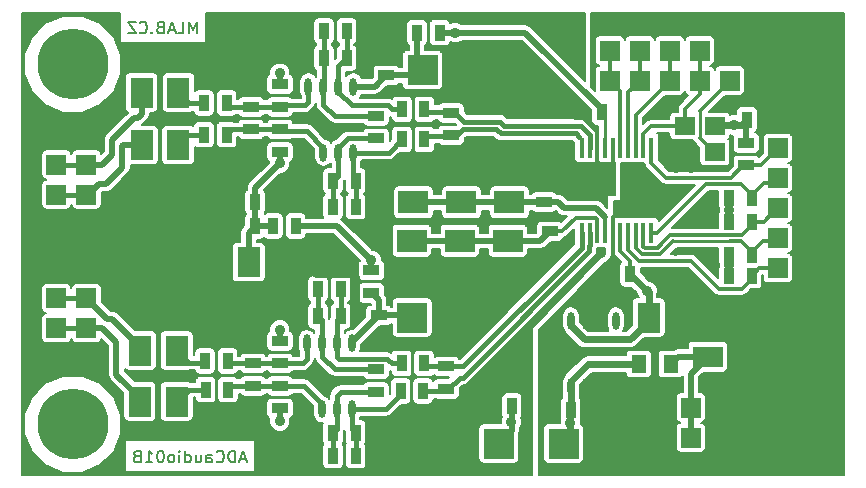
<source format=gbr>
G04 #@! TF.FileFunction,Copper,L2,Bot,Signal*
%FSLAX46Y46*%
G04 Gerber Fmt 4.6, Leading zero omitted, Abs format (unit mm)*
G04 Created by KiCad (PCBNEW 0.201503110816+5502~22~ubuntu14.04.1-product) date St 11. březen 2015, 22:21:51 CET*
%MOMM*%
G01*
G04 APERTURE LIST*
%ADD10C,0.100000*%
%ADD11C,0.200000*%
%ADD12R,1.950720X2.499360*%
%ADD13R,1.397000X0.889000*%
%ADD14R,0.889000X1.397000*%
%ADD15R,2.550160X2.499360*%
%ADD16R,2.499360X1.950720*%
%ADD17R,2.499360X1.800860*%
%ADD18R,1.651000X1.651000*%
%ADD19O,0.609600X1.473200*%
%ADD20R,1.300000X1.500000*%
%ADD21R,0.700000X3.000000*%
%ADD22C,6.000000*%
%ADD23R,0.450000X1.750000*%
%ADD24R,1.700000X1.500000*%
%ADD25C,0.889000*%
%ADD26C,0.400000*%
%ADD27C,0.500000*%
%ADD28C,0.254000*%
%ADD29C,0.300000*%
%ADD30C,0.800000*%
%ADD31C,0.600000*%
G04 APERTURE END LIST*
D10*
D11*
X19724095Y2119333D02*
X19247904Y2119333D01*
X19819333Y1833619D02*
X19486000Y2833619D01*
X19152666Y1833619D01*
X18819333Y1833619D02*
X18819333Y2833619D01*
X18581238Y2833619D01*
X18438380Y2786000D01*
X18343142Y2690762D01*
X18295523Y2595524D01*
X18247904Y2405048D01*
X18247904Y2262190D01*
X18295523Y2071714D01*
X18343142Y1976476D01*
X18438380Y1881238D01*
X18581238Y1833619D01*
X18819333Y1833619D01*
X17247904Y1928857D02*
X17295523Y1881238D01*
X17438380Y1833619D01*
X17533618Y1833619D01*
X17676476Y1881238D01*
X17771714Y1976476D01*
X17819333Y2071714D01*
X17866952Y2262190D01*
X17866952Y2405048D01*
X17819333Y2595524D01*
X17771714Y2690762D01*
X17676476Y2786000D01*
X17533618Y2833619D01*
X17438380Y2833619D01*
X17295523Y2786000D01*
X17247904Y2738381D01*
X16390761Y1833619D02*
X16390761Y2357429D01*
X16438380Y2452667D01*
X16533618Y2500286D01*
X16724095Y2500286D01*
X16819333Y2452667D01*
X16390761Y1881238D02*
X16485999Y1833619D01*
X16724095Y1833619D01*
X16819333Y1881238D01*
X16866952Y1976476D01*
X16866952Y2071714D01*
X16819333Y2166952D01*
X16724095Y2214571D01*
X16485999Y2214571D01*
X16390761Y2262190D01*
X15485999Y2500286D02*
X15485999Y1833619D01*
X15914571Y2500286D02*
X15914571Y1976476D01*
X15866952Y1881238D01*
X15771714Y1833619D01*
X15628856Y1833619D01*
X15533618Y1881238D01*
X15485999Y1928857D01*
X14581237Y1833619D02*
X14581237Y2833619D01*
X14581237Y1881238D02*
X14676475Y1833619D01*
X14866952Y1833619D01*
X14962190Y1881238D01*
X15009809Y1928857D01*
X15057428Y2024095D01*
X15057428Y2309810D01*
X15009809Y2405048D01*
X14962190Y2452667D01*
X14866952Y2500286D01*
X14676475Y2500286D01*
X14581237Y2452667D01*
X14105047Y1833619D02*
X14105047Y2500286D01*
X14105047Y2833619D02*
X14152666Y2786000D01*
X14105047Y2738381D01*
X14057428Y2786000D01*
X14105047Y2833619D01*
X14105047Y2738381D01*
X13486000Y1833619D02*
X13581238Y1881238D01*
X13628857Y1928857D01*
X13676476Y2024095D01*
X13676476Y2309810D01*
X13628857Y2405048D01*
X13581238Y2452667D01*
X13486000Y2500286D01*
X13343142Y2500286D01*
X13247904Y2452667D01*
X13200285Y2405048D01*
X13152666Y2309810D01*
X13152666Y2024095D01*
X13200285Y1928857D01*
X13247904Y1881238D01*
X13343142Y1833619D01*
X13486000Y1833619D01*
X12533619Y2833619D02*
X12438380Y2833619D01*
X12343142Y2786000D01*
X12295523Y2738381D01*
X12247904Y2643143D01*
X12200285Y2452667D01*
X12200285Y2214571D01*
X12247904Y2024095D01*
X12295523Y1928857D01*
X12343142Y1881238D01*
X12438380Y1833619D01*
X12533619Y1833619D01*
X12628857Y1881238D01*
X12676476Y1928857D01*
X12724095Y2024095D01*
X12771714Y2214571D01*
X12771714Y2452667D01*
X12724095Y2643143D01*
X12676476Y2738381D01*
X12628857Y2786000D01*
X12533619Y2833619D01*
X11247904Y1833619D02*
X11819333Y1833619D01*
X11533619Y1833619D02*
X11533619Y2833619D01*
X11628857Y2690762D01*
X11724095Y2595524D01*
X11819333Y2547905D01*
X10485999Y2357429D02*
X10343142Y2309810D01*
X10295523Y2262190D01*
X10247904Y2166952D01*
X10247904Y2024095D01*
X10295523Y1928857D01*
X10343142Y1881238D01*
X10438380Y1833619D01*
X10819333Y1833619D01*
X10819333Y2833619D01*
X10485999Y2833619D01*
X10390761Y2786000D01*
X10343142Y2738381D01*
X10295523Y2643143D01*
X10295523Y2547905D01*
X10343142Y2452667D01*
X10390761Y2405048D01*
X10485999Y2357429D01*
X10819333Y2357429D01*
X15580952Y38155619D02*
X15580952Y39155619D01*
X15247618Y38441333D01*
X14914285Y39155619D01*
X14914285Y38155619D01*
X13961904Y38155619D02*
X14438095Y38155619D01*
X14438095Y39155619D01*
X13676190Y38441333D02*
X13199999Y38441333D01*
X13771428Y38155619D02*
X13438095Y39155619D01*
X13104761Y38155619D01*
X12438094Y38679429D02*
X12295237Y38631810D01*
X12247618Y38584190D01*
X12199999Y38488952D01*
X12199999Y38346095D01*
X12247618Y38250857D01*
X12295237Y38203238D01*
X12390475Y38155619D01*
X12771428Y38155619D01*
X12771428Y39155619D01*
X12438094Y39155619D01*
X12342856Y39108000D01*
X12295237Y39060381D01*
X12247618Y38965143D01*
X12247618Y38869905D01*
X12295237Y38774667D01*
X12342856Y38727048D01*
X12438094Y38679429D01*
X12771428Y38679429D01*
X11771428Y38250857D02*
X11723809Y38203238D01*
X11771428Y38155619D01*
X11819047Y38203238D01*
X11771428Y38250857D01*
X11771428Y38155619D01*
X10723809Y38250857D02*
X10771428Y38203238D01*
X10914285Y38155619D01*
X11009523Y38155619D01*
X11152381Y38203238D01*
X11247619Y38298476D01*
X11295238Y38393714D01*
X11342857Y38584190D01*
X11342857Y38727048D01*
X11295238Y38917524D01*
X11247619Y39012762D01*
X11152381Y39108000D01*
X11009523Y39155619D01*
X10914285Y39155619D01*
X10771428Y39108000D01*
X10723809Y39060381D01*
X10390476Y39155619D02*
X9723809Y39155619D01*
X10390476Y38155619D01*
X9723809Y38155619D01*
D12*
X13868400Y6985000D03*
X10769600Y6985000D03*
X13868400Y11303000D03*
X10769600Y11303000D03*
X13995400Y28702000D03*
X10896600Y28702000D03*
X13995400Y33147000D03*
X10896600Y33147000D03*
D13*
X20320000Y8318500D03*
X20320000Y10223500D03*
X20193000Y30035500D03*
X20193000Y31940500D03*
D14*
X29019500Y2413000D03*
X27114500Y2413000D03*
X27749500Y16510000D03*
X25844500Y16510000D03*
X29019500Y23495000D03*
X27114500Y23495000D03*
X28257500Y38354000D03*
X26352500Y38354000D03*
D15*
X39735760Y35052000D03*
X34686240Y35052000D03*
X38846760Y14097000D03*
X33797240Y14097000D03*
D13*
X31623000Y34607500D03*
X31623000Y36512500D03*
X30988000Y14287500D03*
X30988000Y12382500D03*
X36703000Y8064500D03*
X36703000Y9969500D03*
X37084000Y29527500D03*
X37084000Y31432500D03*
D14*
X50355500Y17780000D03*
X52260500Y17780000D03*
X62166500Y30861000D03*
X64071500Y30861000D03*
X49847500Y31496000D03*
X47942500Y31496000D03*
X47231300Y6283960D03*
X49136300Y6283960D03*
D15*
X51673760Y3429000D03*
X46624240Y3429000D03*
D14*
X42227500Y6604000D03*
X40322500Y6604000D03*
D15*
X36083240Y3429000D03*
X41132760Y3429000D03*
D16*
X33909000Y26949400D03*
X33909000Y23850600D03*
X41910000Y17500600D03*
X41910000Y20599400D03*
D12*
X56921400Y14097000D03*
X53822600Y14097000D03*
D16*
X37973000Y26949400D03*
X37973000Y23850600D03*
X37846000Y17500600D03*
X37846000Y20599400D03*
X42037000Y26949400D03*
X42037000Y23850600D03*
X33782000Y17500600D03*
X33782000Y20599400D03*
D14*
X20510500Y23876000D03*
X18605500Y23876000D03*
D13*
X45466000Y21399500D03*
X45466000Y19494500D03*
X44968160Y23898860D03*
X44968160Y25803860D03*
D12*
X16865600Y18796000D03*
X19964400Y18796000D03*
D17*
X62831980Y10795000D03*
X58834020Y10795000D03*
D18*
X3683000Y13208000D03*
X6223000Y13208000D03*
X3683000Y18288000D03*
X3683000Y15748000D03*
X3683000Y10668000D03*
X6223000Y10668000D03*
X6223000Y15748000D03*
X6223000Y18288000D03*
X3683000Y24511000D03*
X6223000Y24511000D03*
X3683000Y29591000D03*
X3683000Y27051000D03*
X3683000Y21971000D03*
X6223000Y21971000D03*
X6223000Y27051000D03*
X6223000Y29591000D03*
X59944000Y6477000D03*
X57404000Y6477000D03*
X54864000Y6477000D03*
X54864000Y3937000D03*
X57404000Y3937000D03*
X59944000Y3937000D03*
X55626000Y34163000D03*
X55626000Y36703000D03*
X50546000Y34163000D03*
X53086000Y34163000D03*
X58166000Y34163000D03*
X58166000Y36703000D03*
X53086000Y36703000D03*
X50546000Y36703000D03*
X64770000Y20828000D03*
X67310000Y28448000D03*
X67310000Y23368000D03*
X64770000Y28448000D03*
X67310000Y18288000D03*
X67310000Y20828000D03*
X67310000Y25908000D03*
X64770000Y18288000D03*
X64770000Y25908000D03*
X64770000Y23368000D03*
D14*
X45275500Y10033000D03*
X43370500Y10033000D03*
X18224500Y8001000D03*
X16319500Y8001000D03*
X18181320Y10414000D03*
X16276320Y10414000D03*
X18097500Y29591000D03*
X16192500Y29591000D03*
X18097500Y32258000D03*
X16192500Y32258000D03*
D13*
X22606000Y6413500D03*
X22606000Y8318500D03*
X22606000Y12128500D03*
X22606000Y10223500D03*
X22606000Y28130500D03*
X22606000Y30035500D03*
X22606000Y33845500D03*
X22606000Y31940500D03*
X30734000Y7810500D03*
X30734000Y9715500D03*
X30734000Y29273500D03*
X30734000Y31178500D03*
D14*
X29019500Y4318000D03*
X27114500Y4318000D03*
X27749500Y14224000D03*
X25844500Y14224000D03*
X29019500Y25654000D03*
X27114500Y25654000D03*
X28257500Y36068000D03*
X26352500Y36068000D03*
X34734500Y7874000D03*
X32829500Y7874000D03*
X34810700Y10218420D03*
X32905700Y10218420D03*
X34841180Y29182060D03*
X32936180Y29182060D03*
X34841180Y31724600D03*
X32936180Y31724600D03*
D13*
X62103000Y28892500D03*
X62103000Y26987500D03*
D14*
X60642500Y24257000D03*
X62547500Y24257000D03*
X60642500Y22225000D03*
X62547500Y22225000D03*
X60642500Y19431000D03*
X62547500Y19431000D03*
X60642500Y17653000D03*
X62547500Y17653000D03*
X23939500Y21844000D03*
X22034500Y21844000D03*
X20510500Y21844000D03*
X18605500Y21844000D03*
D19*
X28702000Y6350000D03*
X27432000Y6350000D03*
X26162000Y6350000D03*
X24892000Y6350000D03*
X24892000Y11938000D03*
X26162000Y11938000D03*
X27432000Y11938000D03*
X28702000Y11938000D03*
X28829000Y28067000D03*
X27559000Y28067000D03*
X26289000Y28067000D03*
X25019000Y28067000D03*
X25019000Y33655000D03*
X26289000Y33655000D03*
X27559000Y33655000D03*
X28829000Y33655000D03*
X47244000Y13843000D03*
X48514000Y13843000D03*
X49784000Y13843000D03*
X51054000Y13843000D03*
X51054000Y8255000D03*
X49784000Y8255000D03*
X48514000Y8255000D03*
X47244000Y8255000D03*
D20*
X55706000Y10160000D03*
D21*
X54356000Y10160000D03*
D20*
X53006000Y10160000D03*
D22*
X66040000Y35560000D03*
X66040000Y5080000D03*
X5080000Y5080000D03*
X5080000Y35560000D03*
D23*
X48192500Y28492000D03*
X48842500Y28492000D03*
X49492500Y28492000D03*
X50142500Y28492000D03*
X50792500Y28492000D03*
X51442500Y28492000D03*
X52092500Y28492000D03*
X52742500Y28492000D03*
X53392500Y28492000D03*
X54042500Y28492000D03*
X54042500Y21292000D03*
X53392500Y21292000D03*
X52742500Y21292000D03*
X52092500Y21292000D03*
X51442500Y21292000D03*
X50792500Y21292000D03*
X50142500Y21292000D03*
X49492500Y21292000D03*
X48842500Y21292000D03*
X48192500Y21292000D03*
D24*
X59436000Y28110000D03*
X56896000Y28110000D03*
X56896000Y30310000D03*
X59436000Y30310000D03*
D14*
X36131500Y38227000D03*
X34226500Y38227000D03*
D13*
X30353000Y18097500D03*
X30353000Y16192500D03*
D18*
X60706000Y34163000D03*
X60706000Y36703000D03*
D25*
X45212000Y34036000D03*
X42418000Y31623000D03*
X46736000Y31877000D03*
X49657000Y25146000D03*
X49784000Y19558000D03*
X46609000Y25400000D03*
X46355000Y27305000D03*
X48006000Y24638000D03*
X50419000Y26543000D03*
X25003760Y4061460D03*
X43878500Y27139900D03*
X39880540Y26857960D03*
X35572700Y27101800D03*
X42291000Y35052000D03*
X35783520Y17462500D03*
X36649660Y15615920D03*
X36621720Y13738860D03*
X39913560Y17261840D03*
X41066720Y15298420D03*
X31724600Y25986740D03*
X30827980Y21894800D03*
X31244540Y23876000D03*
X32011620Y17416780D03*
X45653960Y28554680D03*
X48798480Y26626820D03*
X43180000Y8382000D03*
X41402000Y9652000D03*
X42773600Y11328400D03*
X38023800Y5842000D03*
X38227000Y2108200D03*
X32969200Y2565400D03*
X33426400Y5359400D03*
X31140400Y3911600D03*
X10160000Y15240000D03*
X16256000Y12700000D03*
X20320000Y12192000D03*
X20828000Y14605000D03*
X24130000Y14351000D03*
X37973000Y11938000D03*
X32766000Y11938000D03*
X26035000Y9017000D03*
X26289000Y30480000D03*
X24892000Y25654000D03*
X9525000Y19304000D03*
X11176000Y24130000D03*
X13716000Y25527000D03*
X12446000Y31115000D03*
X17526000Y35560000D03*
X20955000Y38100000D03*
X12319000Y9144000D03*
X12319000Y4445000D03*
X18034000Y5461000D03*
X17018000Y15367000D03*
X12446000Y19431000D03*
X36083240Y3429000D03*
X38227000Y3810000D03*
X30734000Y1778000D03*
X35687000Y5842000D03*
X25273000Y23876000D03*
X25781000Y17907000D03*
X29210000Y14859000D03*
X37421994Y38227000D03*
X42202100Y5295900D03*
X47188120Y5171440D03*
X30317440Y18938240D03*
X54737000Y31623000D03*
X68707000Y11684000D03*
X66294000Y10795000D03*
X66167000Y13716000D03*
X62484000Y13716000D03*
X58547000Y19304000D03*
X57658000Y22860000D03*
X55245000Y24765000D03*
X53467000Y25781000D03*
X52197000Y26670000D03*
X52197000Y24892000D03*
X52197000Y23368000D03*
X53848000Y23368000D03*
X50927000Y15875000D03*
X49276000Y15875000D03*
X46609000Y11430000D03*
X57404000Y26797000D03*
X56134000Y26788509D03*
X59309000Y22098000D03*
X53718460Y16344900D03*
X60657740Y23210520D03*
X60639960Y18516600D03*
X61081920Y30406340D03*
X22606000Y5334000D03*
X22606000Y13081000D03*
X22606000Y27178000D03*
X22606000Y34798000D03*
D26*
X3683000Y13208000D02*
X6223000Y13208000D01*
D27*
X7548500Y13208000D02*
X8763000Y11993500D01*
X6223000Y13208000D02*
X7548500Y13208000D01*
X10769600Y7259320D02*
X10769600Y6985000D01*
X8763000Y9265920D02*
X10769600Y7259320D01*
X8763000Y11993500D02*
X8763000Y9265920D01*
D26*
X16319500Y8001000D02*
X14884400Y8001000D01*
X14884400Y8001000D02*
X13868400Y6985000D01*
X16319500Y10287000D02*
X14884400Y10287000D01*
X14884400Y10287000D02*
X13868400Y11303000D01*
X3683000Y15748000D02*
X6223000Y15748000D01*
D27*
X8376920Y13970000D02*
X10769600Y11577320D01*
X10769600Y11577320D02*
X10769600Y11303000D01*
X8001000Y13970000D02*
X8376920Y13970000D01*
X6223000Y15748000D02*
X8001000Y13970000D01*
D26*
X16192500Y29591000D02*
X14757400Y29591000D01*
X14757400Y29591000D02*
X13995400Y28829000D01*
X6223000Y24643080D02*
X6223000Y24511000D01*
X10896600Y28829000D02*
X10896600Y28554680D01*
X3683000Y24511000D02*
X6223000Y24511000D01*
D27*
X6350000Y24511000D02*
X7251700Y25412700D01*
X6223000Y24511000D02*
X6350000Y24511000D01*
X7881620Y25412700D02*
X9271000Y26802080D01*
X7251700Y25412700D02*
X7881620Y25412700D01*
X9271000Y26802080D02*
X9271000Y28651760D01*
X9321240Y28702000D02*
X10896600Y28702000D01*
X9271000Y28651760D02*
X9321240Y28702000D01*
D26*
X16192500Y32258000D02*
X14884400Y32258000D01*
X14884400Y32258000D02*
X13995400Y33147000D01*
X3683000Y27051000D02*
X6151202Y27051000D01*
X10896600Y32872680D02*
X10896600Y33147000D01*
X3683000Y27051000D02*
X6223000Y27051000D01*
D27*
X6223000Y27051000D02*
X7548500Y27051000D01*
X7548500Y27051000D02*
X8399780Y27902280D01*
X10213821Y30964263D02*
X10563543Y30964263D01*
X8399780Y29150222D02*
X10213821Y30964263D01*
X8399780Y27902280D02*
X8399780Y29150222D01*
X10896600Y31297320D02*
X10896600Y33147000D01*
X10563543Y30964263D02*
X10896600Y31297320D01*
D26*
X26162000Y6350000D02*
X26162000Y6781800D01*
X26162000Y6781800D02*
X24625300Y8318500D01*
X24625300Y8318500D02*
X23704500Y8318500D01*
X23704500Y8318500D02*
X22606000Y8318500D01*
X20320000Y8318500D02*
X22606000Y8318500D01*
X20320000Y8318500D02*
X18542000Y8318500D01*
X18542000Y8318500D02*
X18224500Y8001000D01*
X20320000Y10223500D02*
X18371820Y10223500D01*
X18371820Y10223500D02*
X18181320Y10414000D01*
X20320000Y10223500D02*
X22606000Y10223500D01*
X20320000Y10223500D02*
X18288000Y10223500D01*
X18288000Y10223500D02*
X18224500Y10287000D01*
X22606000Y10223500D02*
X24538940Y10223500D01*
X24892000Y10576560D02*
X24892000Y11938000D01*
X24538940Y10223500D02*
X24892000Y10576560D01*
X22606000Y29908500D02*
X24879300Y29908500D01*
X24879300Y29908500D02*
X26289000Y28498800D01*
X26289000Y28498800D02*
X26289000Y28067000D01*
X20193000Y30035500D02*
X22479000Y30035500D01*
X22479000Y30035500D02*
X22606000Y29908500D01*
X20193000Y30035500D02*
X18542000Y30035500D01*
X18542000Y30035500D02*
X18097500Y29591000D01*
X24701500Y32067500D02*
X25019000Y32385000D01*
X25019000Y32385000D02*
X25019000Y33655000D01*
X22606000Y32067500D02*
X24701500Y32067500D01*
X20193000Y31940500D02*
X22479000Y31940500D01*
X22479000Y31940500D02*
X22606000Y32067500D01*
X20193000Y31940500D02*
X18415000Y31940500D01*
X18415000Y31940500D02*
X18097500Y32258000D01*
X29019500Y2413000D02*
X29019500Y4318000D01*
X28702000Y6350000D02*
X28702000Y4635500D01*
X28702000Y4635500D02*
X29019500Y4318000D01*
X28702000Y6350000D02*
X31559500Y6350000D01*
X31559500Y6350000D02*
X32829500Y7620000D01*
X32829500Y7620000D02*
X32829500Y7874000D01*
X27114500Y2413000D02*
X27114500Y4318000D01*
X27432000Y6350000D02*
X27432000Y4635500D01*
X27432000Y4635500D02*
X27114500Y4318000D01*
X27432000Y6350000D02*
X27432000Y7486600D01*
X27432000Y7486600D02*
X27755900Y7810500D01*
X27755900Y7810500D02*
X29635500Y7810500D01*
X29635500Y7810500D02*
X30734000Y7810500D01*
X27432000Y11938000D02*
X27432000Y10801400D01*
X27432000Y10801400D02*
X27619399Y10614001D01*
X27619399Y10614001D02*
X31665619Y10614001D01*
X31665619Y10614001D02*
X32061200Y10218420D01*
X32061200Y10218420D02*
X32905700Y10218420D01*
X27749500Y16510000D02*
X27749500Y14224000D01*
X27432000Y11938000D02*
X27432000Y13906500D01*
X27432000Y13906500D02*
X27749500Y14224000D01*
X27432000Y11938000D02*
X27432000Y11703081D01*
X25844500Y16510000D02*
X25844500Y14224000D01*
X26162000Y11938000D02*
X26162000Y13906500D01*
X26162000Y13906500D02*
X25844500Y14224000D01*
X26162000Y11938000D02*
X26162000Y10801400D01*
X26162000Y10801400D02*
X27247900Y9715500D01*
X27247900Y9715500D02*
X29635500Y9715500D01*
X29635500Y9715500D02*
X30734000Y9715500D01*
X28829000Y28067000D02*
X31813500Y28067000D01*
X31813500Y28067000D02*
X32956500Y29210000D01*
X32956500Y29210000D02*
X32956500Y29464000D01*
X29019500Y23622000D02*
X29019500Y25654000D01*
X28829000Y28067000D02*
X28829000Y25844500D01*
X28829000Y25844500D02*
X29019500Y25654000D01*
X30734000Y29273500D02*
X28333700Y29273500D01*
X28333700Y29273500D02*
X27559000Y28498800D01*
X27559000Y28498800D02*
X27559000Y28067000D01*
X27114500Y23622000D02*
X27114500Y25654000D01*
X27559000Y28067000D02*
X27559000Y26098500D01*
X27559000Y26098500D02*
X27114500Y25654000D01*
X27559000Y33655000D02*
X27559000Y33223200D01*
X27559000Y33223200D02*
X28705199Y32077001D01*
X28705199Y32077001D02*
X31739279Y32077001D01*
X31739279Y32077001D02*
X32091680Y31724600D01*
X32091680Y31724600D02*
X32936180Y31724600D01*
X28257500Y36068000D02*
X28257500Y38100000D01*
X27559000Y33655000D02*
X27559000Y35369500D01*
X27559000Y35369500D02*
X28257500Y36068000D01*
X27241500Y31178500D02*
X26289000Y32131000D01*
X26289000Y32131000D02*
X26289000Y33655000D01*
X30734000Y31178500D02*
X27241500Y31178500D01*
X26289000Y33223200D02*
X26289000Y33655000D01*
X26352500Y36068000D02*
X26352500Y33718500D01*
X26352500Y33718500D02*
X26289000Y33655000D01*
X26352500Y38100000D02*
X26352500Y36068000D01*
D27*
X45656499Y33591501D02*
X45212000Y34036000D01*
X46736000Y32512000D02*
X45656499Y33591501D01*
X46736000Y31877000D02*
X46736000Y32512000D01*
D28*
X49657000Y25774617D02*
X49657000Y25146000D01*
X49657000Y25781000D02*
X49657000Y25774617D01*
X50419000Y26543000D02*
X49657000Y25781000D01*
X44869100Y27139900D02*
X46164501Y25844499D01*
X43878500Y27139900D02*
X44869100Y27139900D01*
X46164501Y25844499D02*
X46609000Y25400000D01*
X46355000Y26676383D02*
X46355000Y27305000D01*
X46355000Y26289000D02*
X46355000Y26676383D01*
X48006000Y24638000D02*
X46355000Y26289000D01*
D26*
X24892000Y6350000D02*
X24892000Y4173220D01*
X24892000Y4173220D02*
X25003760Y4061460D01*
X25019000Y28067000D02*
X25019000Y26347420D01*
X25019000Y26347420D02*
X25011380Y26339800D01*
X16865600Y18796000D02*
X16865600Y18521680D01*
X16865600Y18521680D02*
X14620240Y16276320D01*
X14620240Y16276320D02*
X14620240Y15168880D01*
D28*
X37973000Y26949400D02*
X39789100Y26949400D01*
X39789100Y26949400D02*
X39880540Y26857960D01*
X33909000Y26949400D02*
X35420300Y26949400D01*
X35420300Y26949400D02*
X35572700Y27101800D01*
D27*
X39735760Y35052000D02*
X42291000Y35052000D01*
D29*
X49492500Y28492000D02*
X49492500Y29800488D01*
X49492500Y29800488D02*
X47942500Y31350488D01*
X47942500Y31350488D02*
X47942500Y31496000D01*
X50800000Y26670000D02*
X50800000Y27432000D01*
X50800000Y27432000D02*
X50792500Y27439500D01*
X50792500Y27439500D02*
X50792500Y28492000D01*
X49530000Y26670000D02*
X50800000Y26670000D01*
X49530000Y27279500D02*
X49530000Y26670000D01*
X49492500Y28492000D02*
X49492500Y27317000D01*
X49492500Y27317000D02*
X49530000Y27279500D01*
D26*
X35745420Y17500600D02*
X35783520Y17462500D01*
X33782000Y17500600D02*
X35745420Y17500600D01*
X37846000Y16812260D02*
X36649660Y15615920D01*
X37846000Y17500600D02*
X37846000Y16812260D01*
X38488620Y13738860D02*
X38846760Y14097000D01*
X36621720Y13738860D02*
X38488620Y13738860D01*
X40152320Y17500600D02*
X39913560Y17261840D01*
X41910000Y17500600D02*
X40152320Y17500600D01*
X40048180Y15298420D02*
X38846760Y14097000D01*
X41066720Y15298420D02*
X40048180Y15298420D01*
X32687260Y26949400D02*
X31724600Y25986740D01*
X33909000Y26949400D02*
X32687260Y26949400D01*
X30827980Y23459440D02*
X31244540Y23876000D01*
X30827980Y21894800D02*
X30827980Y23459440D01*
X32095440Y17500600D02*
X32011620Y17416780D01*
X33782000Y17500600D02*
X32095440Y17500600D01*
D28*
X47581820Y26626820D02*
X48169863Y26626820D01*
X45653960Y28554680D02*
X47581820Y26626820D01*
X48169863Y26626820D02*
X48798480Y26626820D01*
D27*
X42100500Y8382000D02*
X43180000Y8382000D01*
X40322500Y6604000D02*
X42100500Y8382000D01*
X38023800Y6578600D02*
X38023800Y5842000D01*
X42773600Y11328400D02*
X38023800Y6578600D01*
X37769800Y2565400D02*
X32969200Y2565400D01*
X38227000Y2108200D02*
X37769800Y2565400D01*
X32588200Y5359400D02*
X31140400Y3911600D01*
X33426400Y5359400D02*
X32588200Y5359400D01*
D30*
X7112000Y18288000D02*
X10160000Y15240000D01*
X6223000Y18288000D02*
X7112000Y18288000D01*
X19812000Y12700000D02*
X20320000Y12192000D01*
X16256000Y12700000D02*
X19812000Y12700000D01*
X23431501Y15049499D02*
X24130000Y14351000D01*
X21272499Y15049499D02*
X23431501Y15049499D01*
X20828000Y14605000D02*
X21272499Y15049499D01*
X37973000Y11938000D02*
X32766000Y11938000D01*
D27*
X10160000Y18669000D02*
X9525000Y19304000D01*
X10160000Y15240000D02*
X10160000Y18669000D01*
X12319000Y24130000D02*
X13716000Y25527000D01*
X11176000Y24130000D02*
X12319000Y24130000D01*
X13373358Y35560000D02*
X17526000Y35560000D01*
X12446000Y34632642D02*
X13373358Y35560000D01*
X12446000Y31115000D02*
X12446000Y34632642D01*
X12319000Y9144000D02*
X12319000Y4445000D01*
X16256000Y14605000D02*
X17018000Y15367000D01*
X16256000Y12700000D02*
X16256000Y14605000D01*
X38023800Y5369560D02*
X36083240Y3429000D01*
X38023800Y5842000D02*
X38023800Y5369560D01*
X38227000Y2108200D02*
X38227000Y3810000D01*
X35204400Y5359400D02*
X35687000Y5842000D01*
X33426400Y5359400D02*
X35204400Y5359400D01*
X24892000Y25654000D02*
X24892000Y24257000D01*
X24892000Y24257000D02*
X25273000Y23876000D01*
D30*
X25781000Y17907000D02*
X28575502Y17907000D01*
X28575502Y17907000D02*
X28956000Y17526502D01*
X28956000Y17526502D02*
X28956000Y15113000D01*
X28956000Y15113000D02*
X29210000Y14859000D01*
D31*
X47188120Y5171440D02*
X47188120Y3992880D01*
X47188120Y3992880D02*
X46624240Y3429000D01*
X47244000Y8255000D02*
X47244000Y8696394D01*
X47244000Y8696394D02*
X48707606Y10160000D01*
X48707606Y10160000D02*
X51756000Y10160000D01*
X51756000Y10160000D02*
X53006000Y10160000D01*
X47231300Y6283960D02*
X47231300Y8242300D01*
X47231300Y8242300D02*
X47244000Y8255000D01*
D27*
X42227500Y6604000D02*
X42227500Y4523740D01*
X42227500Y4523740D02*
X41132760Y3429000D01*
X41787085Y38227000D02*
X37421994Y38227000D01*
X37421994Y38227000D02*
X36131500Y38227000D01*
D28*
X50142500Y28492000D02*
X50142500Y31201000D01*
D29*
X50142500Y31201000D02*
X49847500Y31496000D01*
D27*
X49847500Y31750000D02*
X43370500Y38227000D01*
X49847500Y31496000D02*
X49847500Y31750000D01*
X43370500Y38227000D02*
X41787085Y38227000D01*
X47231300Y4036060D02*
X46624240Y3429000D01*
X47231300Y6283960D02*
X47231300Y4036060D01*
X42227500Y5321300D02*
X42202100Y5295900D01*
X42227500Y6604000D02*
X42227500Y5321300D01*
X47231300Y6283960D02*
X47188120Y6240780D01*
X47188120Y6240780D02*
X47188120Y5800057D01*
X47188120Y5800057D02*
X47188120Y5171440D01*
X30317440Y18309623D02*
X30317440Y18938240D01*
X29872941Y19382739D02*
X30317440Y18938240D01*
X30353000Y18097500D02*
X30317440Y18133060D01*
X30317440Y18133060D02*
X30317440Y18309623D01*
X23939500Y21844000D02*
X27411680Y21844000D01*
X27411680Y21844000D02*
X29872941Y19382739D01*
D26*
X36703000Y8064500D02*
X36957000Y8064500D01*
X34734500Y7874000D02*
X36512500Y7874000D01*
X36512500Y7874000D02*
X36703000Y8064500D01*
X36703000Y8064500D02*
X36870640Y8064500D01*
X36870640Y8064500D02*
X37826990Y9020850D01*
X38078798Y9020850D02*
X37826990Y9020850D01*
X48817509Y19759561D02*
X38078798Y9020850D01*
X48817509Y20189169D02*
X48817509Y19759561D01*
X48842500Y20214160D02*
X48817509Y20189169D01*
X48842500Y21292000D02*
X48842500Y20214160D01*
X34734500Y10033000D02*
X36639500Y10033000D01*
X48163499Y20053799D02*
X48163499Y21292000D01*
X36703000Y9969500D02*
X38102540Y9969500D01*
X48163499Y20030459D02*
X48163499Y20053799D01*
X38102540Y9969500D02*
X48163499Y20030459D01*
D29*
X47555164Y29689489D02*
X47645011Y29689489D01*
X48192500Y29142000D02*
X48192500Y28492000D01*
D26*
X38083530Y30044430D02*
X40935521Y30044430D01*
X40935521Y30044430D02*
X41290462Y29689489D01*
X37084000Y29527500D02*
X37566600Y29527500D01*
X37566600Y29527500D02*
X38083530Y30044430D01*
X34861500Y29464000D02*
X37020500Y29464000D01*
X37020500Y29464000D02*
X37084000Y29527500D01*
X47645011Y29689489D02*
X47957136Y29377364D01*
D29*
X47957136Y29377364D02*
X48192500Y29142000D01*
D26*
X41290462Y29689489D02*
X46582244Y29689489D01*
X46582244Y29689489D02*
X47645011Y29689489D01*
X46582244Y29689489D02*
X47555164Y29689489D01*
X37084000Y31432500D02*
X37421820Y31432500D01*
X34861500Y31496000D02*
X37020500Y31496000D01*
X37020500Y31496000D02*
X37084000Y31432500D01*
X48842500Y29572002D02*
X48842500Y28492000D01*
X48071003Y30343499D02*
X48842500Y29572002D01*
X41206420Y30698440D02*
X41561361Y30343499D01*
X41561361Y30343499D02*
X48071003Y30343499D01*
X37444680Y31432500D02*
X38178740Y30698440D01*
X38178740Y30698440D02*
X41206420Y30698440D01*
X37084000Y31432500D02*
X37444680Y31432500D01*
D29*
X50792500Y21292000D02*
X50792500Y22592117D01*
X50792500Y22592117D02*
X51568383Y23368000D01*
X51568383Y23368000D02*
X52197000Y23368000D01*
D31*
X66167000Y13716000D02*
X66167000Y10922000D01*
X66167000Y10922000D02*
X66294000Y10795000D01*
X56921400Y14097000D02*
X62103000Y14097000D01*
X62103000Y14097000D02*
X62484000Y13716000D01*
X58547000Y19304000D02*
X58102501Y19748499D01*
X58102501Y19748499D02*
X56170363Y19748499D01*
X56170363Y19748499D02*
X56076854Y19654990D01*
X53467000Y25781000D02*
X54229000Y25781000D01*
X54229000Y25781000D02*
X55245000Y24765000D01*
X52197000Y24892000D02*
X52197000Y26670000D01*
X53848000Y23368000D02*
X52197000Y23368000D01*
X49276000Y15875000D02*
X50927000Y15875000D01*
X46609000Y10322000D02*
X46609000Y11430000D01*
X45275500Y10033000D02*
X46320000Y10033000D01*
X46320000Y10033000D02*
X46609000Y10322000D01*
D29*
X56896000Y28110000D02*
X56896000Y27550509D01*
X56896000Y27550509D02*
X56134000Y26788509D01*
X50792500Y21292000D02*
X50792500Y20312500D01*
X50792500Y20312500D02*
X50771501Y20291501D01*
X50771501Y20291501D02*
X50771501Y19194501D01*
X50771501Y19194501D02*
X50355500Y18778500D01*
X50355500Y18778500D02*
X50355500Y17780000D01*
D31*
X58680383Y22098000D02*
X59309000Y22098000D01*
X57658000Y22860000D02*
X58420000Y22098000D01*
X58420000Y22098000D02*
X58680383Y22098000D01*
X53718460Y16344900D02*
X53695600Y16344900D01*
X53695600Y16344900D02*
X52260500Y17780000D01*
X53822600Y14097000D02*
X53822600Y16240760D01*
X53822600Y16240760D02*
X53718460Y16344900D01*
X47244000Y13843000D02*
X47244000Y13401606D01*
X47244000Y13401606D02*
X48398286Y12247320D01*
X48398286Y12247320D02*
X52247240Y12247320D01*
X52247240Y12247320D02*
X53822600Y13822680D01*
X53822600Y13822680D02*
X53822600Y14097000D01*
D27*
X53822600Y16217900D02*
X53718460Y16322040D01*
X53822600Y14097000D02*
X53822600Y16217900D01*
X53718460Y16322040D02*
X53718460Y16344900D01*
X59436000Y30310000D02*
X61645800Y30310000D01*
X61645800Y30310000D02*
X61923115Y30310000D01*
X62103000Y28892500D02*
X62103000Y30130115D01*
X62103000Y30130115D02*
X62103000Y30797500D01*
X61923115Y30310000D02*
X62103000Y30130115D01*
X62103000Y30797500D02*
X62166500Y30861000D01*
X60642500Y22225000D02*
X60642500Y24257000D01*
X60642500Y19431000D02*
X60642500Y17653000D01*
X53822600Y16217900D02*
X52260500Y17780000D01*
D29*
X52260500Y17780000D02*
X52260500Y18898536D01*
X52260500Y18898536D02*
X51435000Y19724036D01*
X51435000Y19724036D02*
X51435000Y21284500D01*
X51435000Y21284500D02*
X51442500Y21292000D01*
D27*
X60642500Y22225000D02*
X60657740Y22240240D01*
X60657740Y22240240D02*
X60657740Y22581903D01*
X60657740Y22581903D02*
X60657740Y23210520D01*
X60642500Y19431000D02*
X60639960Y19428460D01*
X60639960Y19428460D02*
X60639960Y19145217D01*
X60639960Y19145217D02*
X60639960Y18516600D01*
X59532340Y30406340D02*
X59436000Y30310000D01*
X61081920Y30406340D02*
X59532340Y30406340D01*
X61711840Y30406340D02*
X62166500Y30861000D01*
X61081920Y30406340D02*
X61711840Y30406340D01*
X42037000Y23850600D02*
X44869100Y23850600D01*
X37973000Y23850600D02*
X42037000Y23850600D01*
X33909000Y23850600D02*
X37973000Y23850600D01*
X46166660Y23898860D02*
X46677200Y23388320D01*
X44968160Y23898860D02*
X46166660Y23898860D01*
X49349011Y23388320D02*
X50152300Y22585031D01*
X46677200Y23388320D02*
X49349011Y23388320D01*
D29*
X50142500Y22575231D02*
X50152300Y22585031D01*
X50142500Y21292000D02*
X50142500Y22575231D01*
D27*
X41910000Y20599400D02*
X44665900Y20599400D01*
X44665900Y20599400D02*
X45466000Y21399500D01*
X37846000Y20599400D02*
X41910000Y20599400D01*
X33782000Y20599400D02*
X37846000Y20599400D01*
D29*
X49492500Y21292000D02*
X49492500Y22467000D01*
X49492500Y22467000D02*
X49388499Y22571001D01*
X49388499Y22571001D02*
X47636001Y22571001D01*
X47636001Y22571001D02*
X46464500Y21399500D01*
X46464500Y21399500D02*
X45466000Y21399500D01*
D27*
X22034500Y21844000D02*
X20510500Y21844000D01*
X19964400Y18796000D02*
X19964400Y21297900D01*
X19964400Y21297900D02*
X20510500Y21844000D01*
X20510500Y23876000D02*
X20510500Y21844000D01*
X22606000Y6413500D02*
X22606000Y5334000D01*
X22606000Y12128500D02*
X22606000Y13081000D01*
X22606000Y28130500D02*
X22606000Y27178000D01*
X20510500Y23876000D02*
X20510500Y25082500D01*
X20510500Y25082500D02*
X22161501Y26733501D01*
X22161501Y26733501D02*
X22606000Y27178000D01*
X22606000Y33845500D02*
X22606000Y34798000D01*
X57404000Y6477000D02*
X57404000Y9364980D01*
X57404000Y9364980D02*
X58834020Y10795000D01*
X58834020Y10795000D02*
X56341000Y10795000D01*
X56341000Y10795000D02*
X55706000Y10160000D01*
X57404000Y3937000D02*
X57404000Y6477000D01*
D29*
X55276999Y25939999D02*
X54042500Y27174498D01*
X54042500Y27174498D02*
X54042500Y28492000D01*
X61849000Y26987500D02*
X60801499Y25939999D01*
X60801499Y25939999D02*
X55276999Y25939999D01*
X62103000Y26987500D02*
X61849000Y26987500D01*
X62103000Y26987500D02*
X63309500Y26987500D01*
X63309500Y26987500D02*
X64770000Y28448000D01*
X54042500Y28492000D02*
X54042500Y27842000D01*
X62547500Y22225000D02*
X63127560Y22225000D01*
X63568580Y22225000D02*
X63127560Y22225000D01*
X64711580Y23368000D02*
X63568580Y22225000D01*
X64770000Y23368000D02*
X64711580Y23368000D01*
X62547500Y22225000D02*
X63581280Y22225000D01*
X54977368Y20433368D02*
X55666499Y21122499D01*
X55666499Y21122499D02*
X61698999Y21122499D01*
X61698999Y21122499D02*
X62547500Y21971000D01*
X62547500Y21971000D02*
X62547500Y22225000D01*
X54977368Y20399666D02*
X54590701Y20012999D01*
X54977368Y20399666D02*
X54977368Y20433368D01*
X54590701Y20012999D02*
X53496501Y20012999D01*
X53496501Y20012999D02*
X53392500Y20117000D01*
X53392500Y20117000D02*
X53392500Y21292000D01*
X64770000Y18288000D02*
X63182500Y18288000D01*
X63182500Y18288000D02*
X62547500Y17653000D01*
X52113499Y21271001D02*
X52092500Y21292000D01*
X53037544Y18904980D02*
X52113499Y19829025D01*
X57422020Y18904980D02*
X53037544Y18904980D01*
X52113499Y19829025D02*
X52113499Y21271001D01*
X59776501Y16550499D02*
X57422020Y18904980D01*
X61698999Y16550499D02*
X59776501Y16550499D01*
X62547500Y17399000D02*
X61698999Y16550499D01*
X62547500Y17653000D02*
X62547500Y17399000D01*
X55929679Y20568489D02*
X54820179Y19458989D01*
X54820179Y19458989D02*
X53267023Y19458989D01*
X53267023Y19458989D02*
X52721501Y20004511D01*
X52721501Y20004511D02*
X52721501Y21271001D01*
X52721501Y21271001D02*
X52742500Y21292000D01*
X61664011Y20568489D02*
X60709897Y20568489D01*
X62547500Y19431000D02*
X62547500Y19685000D01*
X62547500Y19685000D02*
X61664011Y20568489D01*
D28*
X60709897Y20568489D02*
X55929679Y20568489D01*
D29*
X64516000Y20574000D02*
X64770000Y20828000D01*
X63500000Y20574000D02*
X64516000Y20574000D01*
X62547500Y19621500D02*
X63500000Y20574000D01*
X62547500Y19431000D02*
X62547500Y19621500D01*
X62547500Y24257000D02*
X62547500Y24511000D01*
X62547500Y24511000D02*
X61672511Y25385989D01*
X61672511Y25385989D02*
X58661489Y25385989D01*
X58661489Y25385989D02*
X54567500Y21292000D01*
X54567500Y21292000D02*
X54042500Y21292000D01*
X54021501Y21312999D02*
X54042500Y21292000D01*
X64389000Y25527000D02*
X64770000Y25908000D01*
X63627000Y25527000D02*
X64389000Y25527000D01*
X62547500Y24447500D02*
X63627000Y25527000D01*
X62547500Y24257000D02*
X62547500Y24447500D01*
X55626000Y34163000D02*
X55626000Y36703000D01*
X52742500Y28492000D02*
X52742500Y31279500D01*
X52742500Y31279500D02*
X55626000Y34163000D01*
X50546000Y34163000D02*
X50546000Y36703000D01*
X51442500Y28492000D02*
X51442500Y33266500D01*
X51442500Y33266500D02*
X50546000Y34163000D01*
X53086000Y34163000D02*
X53086000Y36703000D01*
X52092500Y28492000D02*
X52092500Y33169500D01*
X52092500Y33169500D02*
X53086000Y34163000D01*
X58166000Y34163000D02*
X58166000Y36703000D01*
X53392500Y28492000D02*
X53392500Y29669202D01*
X53392500Y29669202D02*
X54033298Y30310000D01*
X54033298Y30310000D02*
X55746000Y30310000D01*
X55746000Y30310000D02*
X56896000Y30310000D01*
X58166000Y34163000D02*
X58166000Y33037500D01*
X58166000Y33037500D02*
X56896000Y31767500D01*
X56896000Y31767500D02*
X56896000Y31360000D01*
X56896000Y31360000D02*
X56896000Y30310000D01*
X58166000Y34163000D02*
X58166000Y33498002D01*
X57888500Y34163000D02*
X58166000Y34163000D01*
D27*
X30988000Y15557500D02*
X30353000Y16192500D01*
X30988000Y14287500D02*
X30988000Y15557500D01*
X30988000Y14287500D02*
X33860740Y14287500D01*
X33860740Y14287500D02*
X34051240Y14097000D01*
X33098740Y13144500D02*
X34051240Y14097000D01*
X28702000Y11938000D02*
X28702000Y12001500D01*
X28702000Y12001500D02*
X30988000Y14287500D01*
D29*
X59436000Y28110000D02*
X59336000Y28110000D01*
X59336000Y28110000D02*
X58150001Y29295999D01*
D28*
X58150001Y29295999D02*
X58150001Y31607001D01*
D29*
X58150001Y31607001D02*
X60706000Y34163000D01*
D27*
X28829000Y33655000D02*
X30670500Y33655000D01*
X34226500Y35511740D02*
X34686240Y35052000D01*
X34241740Y34607500D02*
X34686240Y35052000D01*
X31623000Y34607500D02*
X34241740Y34607500D01*
X30670500Y33655000D02*
X31623000Y34607500D01*
X34226500Y38227000D02*
X34226500Y35511740D01*
D11*
G36*
X57189031Y32909060D02*
X56471736Y32191764D01*
X56341672Y31997110D01*
X56296000Y31767500D01*
X56296000Y31518816D01*
X56046000Y31518816D01*
X55874417Y31485525D01*
X55723610Y31386461D01*
X55622662Y31236910D01*
X55587184Y31060000D01*
X55587184Y30910000D01*
X54033298Y30910000D01*
X53803688Y30864328D01*
X53609034Y30734264D01*
X53342500Y30467730D01*
X53342500Y31030972D01*
X55190212Y32878684D01*
X56451500Y32878684D01*
X56623083Y32911975D01*
X56773890Y33011039D01*
X56874838Y33160590D01*
X56895763Y33264935D01*
X56914975Y33165917D01*
X57014039Y33015110D01*
X57163590Y32914162D01*
X57189031Y32909060D01*
X57189031Y32909060D01*
G37*
X57189031Y32909060D02*
X56471736Y32191764D01*
X56341672Y31997110D01*
X56296000Y31767500D01*
X56296000Y31518816D01*
X56046000Y31518816D01*
X55874417Y31485525D01*
X55723610Y31386461D01*
X55622662Y31236910D01*
X55587184Y31060000D01*
X55587184Y30910000D01*
X54033298Y30910000D01*
X53803688Y30864328D01*
X53609034Y30734264D01*
X53342500Y30467730D01*
X53342500Y31030972D01*
X55190212Y32878684D01*
X56451500Y32878684D01*
X56623083Y32911975D01*
X56773890Y33011039D01*
X56874838Y33160590D01*
X56895763Y33264935D01*
X56914975Y33165917D01*
X57014039Y33015110D01*
X57163590Y32914162D01*
X57189031Y32909060D01*
G36*
X57766971Y25339999D02*
X54704810Y22277839D01*
X54693025Y22338583D01*
X54593961Y22489390D01*
X54444410Y22590338D01*
X54267500Y22625816D01*
X53817500Y22625816D01*
X53715847Y22606094D01*
X53617500Y22625816D01*
X53167500Y22625816D01*
X53065847Y22606094D01*
X52967500Y22625816D01*
X52517500Y22625816D01*
X52415847Y22606094D01*
X52317500Y22625816D01*
X51867500Y22625816D01*
X51765847Y22606094D01*
X51667500Y22625816D01*
X51217500Y22625816D01*
X51045917Y22592525D01*
X50895110Y22493461D01*
X50869000Y22454780D01*
X50869000Y23934000D01*
X51504000Y23934000D01*
X51504000Y25400000D01*
X51504000Y26289000D01*
X51504000Y27158184D01*
X51667500Y27158184D01*
X51769152Y27177907D01*
X51867500Y27158184D01*
X52317500Y27158184D01*
X52419152Y27177907D01*
X52517500Y27158184D01*
X52967500Y27158184D01*
X53069152Y27177907D01*
X53167500Y27158184D01*
X53445745Y27158184D01*
X53488172Y26944888D01*
X53618236Y26750234D01*
X54852735Y25515735D01*
X55047389Y25385671D01*
X55276999Y25339999D01*
X57766971Y25339999D01*
X57766971Y25339999D01*
G37*
X57766971Y25339999D02*
X54704810Y22277839D01*
X54693025Y22338583D01*
X54593961Y22489390D01*
X54444410Y22590338D01*
X54267500Y22625816D01*
X53817500Y22625816D01*
X53715847Y22606094D01*
X53617500Y22625816D01*
X53167500Y22625816D01*
X53065847Y22606094D01*
X52967500Y22625816D01*
X52517500Y22625816D01*
X52415847Y22606094D01*
X52317500Y22625816D01*
X51867500Y22625816D01*
X51765847Y22606094D01*
X51667500Y22625816D01*
X51217500Y22625816D01*
X51045917Y22592525D01*
X50895110Y22493461D01*
X50869000Y22454780D01*
X50869000Y23934000D01*
X51504000Y23934000D01*
X51504000Y25400000D01*
X51504000Y26289000D01*
X51504000Y27158184D01*
X51667500Y27158184D01*
X51769152Y27177907D01*
X51867500Y27158184D01*
X52317500Y27158184D01*
X52419152Y27177907D01*
X52517500Y27158184D01*
X52967500Y27158184D01*
X53069152Y27177907D01*
X53167500Y27158184D01*
X53445745Y27158184D01*
X53488172Y26944888D01*
X53618236Y26750234D01*
X54852735Y25515735D01*
X55047389Y25385671D01*
X55276999Y25339999D01*
X57766971Y25339999D01*
G36*
X59746150Y18696595D02*
X59745616Y18695308D01*
X59745342Y18382209D01*
X59739184Y18351500D01*
X59739184Y17436344D01*
X57846284Y19329244D01*
X57651630Y19459308D01*
X57422020Y19504980D01*
X55714698Y19504980D01*
X56201207Y19991489D01*
X59739184Y19991489D01*
X59739184Y18732500D01*
X59746150Y18696595D01*
X59746150Y18696595D01*
G37*
X59746150Y18696595D02*
X59745616Y18695308D01*
X59745342Y18382209D01*
X59739184Y18351500D01*
X59739184Y17436344D01*
X57846284Y19329244D01*
X57651630Y19459308D01*
X57422020Y19504980D01*
X55714698Y19504980D01*
X56201207Y19991489D01*
X59739184Y19991489D01*
X59739184Y18732500D01*
X59746150Y18696595D01*
G36*
X59769278Y23403394D02*
X59763396Y23389228D01*
X59763093Y23042723D01*
X59739184Y22923500D01*
X59739184Y21722499D01*
X55846527Y21722499D01*
X58910017Y24785989D01*
X59739184Y24785989D01*
X59739184Y23558500D01*
X59769278Y23403394D01*
X59769278Y23403394D01*
G37*
X59769278Y23403394D02*
X59763396Y23389228D01*
X59763093Y23042723D01*
X59739184Y22923500D01*
X59739184Y21722499D01*
X55846527Y21722499D01*
X58910017Y24785989D01*
X59739184Y24785989D01*
X59739184Y23558500D01*
X59769278Y23403394D01*
G36*
X70364000Y756000D02*
X60542516Y756000D01*
X60542516Y9894570D01*
X60542516Y11695430D01*
X60509225Y11867013D01*
X60410161Y12017820D01*
X60260610Y12118768D01*
X60083700Y12154246D01*
X57584340Y12154246D01*
X57412757Y12120955D01*
X57261950Y12021891D01*
X57161002Y11872340D01*
X57125524Y11695430D01*
X57125524Y11495000D01*
X56341005Y11495000D01*
X56341000Y11495001D01*
X56073121Y11441716D01*
X55964019Y11368816D01*
X55056000Y11368816D01*
X54884417Y11335525D01*
X54733610Y11236461D01*
X54632662Y11086910D01*
X54597184Y10910000D01*
X54597184Y9410000D01*
X54630475Y9238417D01*
X54729539Y9087610D01*
X54879090Y8986662D01*
X55056000Y8951184D01*
X56356000Y8951184D01*
X56527583Y8984475D01*
X56678390Y9083539D01*
X56704000Y9121480D01*
X56704000Y7761316D01*
X56578500Y7761316D01*
X56406917Y7728025D01*
X56256110Y7628961D01*
X56155162Y7479410D01*
X56119684Y7302500D01*
X56119684Y5651500D01*
X56152975Y5479917D01*
X56252039Y5329110D01*
X56401590Y5228162D01*
X56505934Y5207237D01*
X56406917Y5188025D01*
X56256110Y5088961D01*
X56155162Y4939410D01*
X56119684Y4762500D01*
X56119684Y3111500D01*
X56152975Y2939917D01*
X56252039Y2789110D01*
X56401590Y2688162D01*
X56578500Y2652684D01*
X58229500Y2652684D01*
X58401083Y2685975D01*
X58551890Y2785039D01*
X58652838Y2934590D01*
X58688316Y3111500D01*
X58688316Y4762500D01*
X58655025Y4934083D01*
X58555961Y5084890D01*
X58406410Y5185838D01*
X58302065Y5206764D01*
X58401083Y5225975D01*
X58551890Y5325039D01*
X58652838Y5474590D01*
X58688316Y5651500D01*
X58688316Y7302500D01*
X58655025Y7474083D01*
X58555961Y7624890D01*
X58406410Y7725838D01*
X58229500Y7761316D01*
X58104000Y7761316D01*
X58104000Y9075030D01*
X58464724Y9435754D01*
X60083700Y9435754D01*
X60255283Y9469045D01*
X60406090Y9568109D01*
X60507038Y9717660D01*
X60542516Y9894570D01*
X60542516Y756000D01*
X54114816Y756000D01*
X54114816Y9410000D01*
X54114816Y10910000D01*
X54081525Y11081583D01*
X53982461Y11232390D01*
X53832910Y11333338D01*
X53656000Y11368816D01*
X52356000Y11368816D01*
X52184417Y11335525D01*
X52033610Y11236461D01*
X51932662Y11086910D01*
X51897184Y10910000D01*
X51756000Y10910000D01*
X48707606Y10910000D01*
X48420593Y10852910D01*
X48177276Y10690330D01*
X46771878Y9284933D01*
X46710276Y9243771D01*
X46546656Y8998896D01*
X46489200Y8710047D01*
X46489200Y8282017D01*
X46481300Y8242300D01*
X46481300Y7320016D01*
X46464410Y7308921D01*
X46363462Y7159370D01*
X46327984Y6982460D01*
X46327984Y5585460D01*
X46348206Y5481232D01*
X46293776Y5350148D01*
X46293590Y5137496D01*
X45349160Y5137496D01*
X45177577Y5104205D01*
X45026770Y5005141D01*
X44925822Y4855590D01*
X44890344Y4678680D01*
X44890344Y2179320D01*
X44923635Y2007737D01*
X45022699Y1856930D01*
X45172250Y1755982D01*
X45349160Y1720504D01*
X47899320Y1720504D01*
X48070903Y1753795D01*
X48221710Y1852859D01*
X48322658Y2002410D01*
X48358136Y2179320D01*
X48358136Y4678680D01*
X48324845Y4850263D01*
X48225781Y5001070D01*
X48082555Y5097749D01*
X48082775Y5348586D01*
X48073619Y5370745D01*
X48099138Y5408550D01*
X48134616Y5585460D01*
X48134616Y6982460D01*
X48101325Y7154043D01*
X48002261Y7304850D01*
X47981300Y7318999D01*
X47981300Y7711976D01*
X47998800Y7799953D01*
X47998800Y8390534D01*
X49018266Y9410000D01*
X51756000Y9410000D01*
X51897184Y9410000D01*
X51930475Y9238417D01*
X52029539Y9087610D01*
X52179090Y8986662D01*
X52356000Y8951184D01*
X53656000Y8951184D01*
X53827583Y8984475D01*
X53978390Y9083539D01*
X54079338Y9233090D01*
X54114816Y9410000D01*
X54114816Y756000D01*
X44519000Y756000D01*
X44519000Y13024208D01*
X50106411Y18723368D01*
X50290031Y18799238D01*
X50541878Y19050645D01*
X50626082Y19253433D01*
X50869000Y19501208D01*
X50869000Y19553105D01*
X50880672Y19494426D01*
X51010736Y19299772D01*
X51500814Y18809694D01*
X51493610Y18804961D01*
X51392662Y18655410D01*
X51357184Y18478500D01*
X51357184Y17081500D01*
X51390475Y16909917D01*
X51489539Y16759110D01*
X51639090Y16658162D01*
X51816000Y16622684D01*
X52357156Y16622684D01*
X52832056Y16147784D01*
X52959698Y15838869D01*
X52993012Y15805496D01*
X52847240Y15805496D01*
X52675657Y15772205D01*
X52524850Y15673141D01*
X52423902Y15523590D01*
X52388424Y15346680D01*
X52388424Y13449164D01*
X51936580Y12997320D01*
X51683334Y12997320D01*
X51751344Y13099104D01*
X51808800Y13387953D01*
X51808800Y14298047D01*
X51751344Y14586896D01*
X51587724Y14831771D01*
X51342849Y14995391D01*
X51054000Y15052847D01*
X50765151Y14995391D01*
X50520276Y14831771D01*
X50356656Y14586896D01*
X50299200Y14298047D01*
X50299200Y13387953D01*
X50356656Y13099104D01*
X50424665Y12997320D01*
X48708946Y12997320D01*
X47998800Y13707466D01*
X47998800Y14298047D01*
X47941344Y14586896D01*
X47777724Y14831771D01*
X47532849Y14995391D01*
X47244000Y15052847D01*
X46955151Y14995391D01*
X46710276Y14831771D01*
X46546656Y14586896D01*
X46489200Y14298047D01*
X46489200Y13387953D01*
X46546656Y13099104D01*
X46710276Y12854229D01*
X46771878Y12813068D01*
X47867956Y11716990D01*
X48111273Y11554410D01*
X48111274Y11554410D01*
X48398286Y11497320D01*
X52247240Y11497320D01*
X52534253Y11554410D01*
X52777570Y11716990D01*
X53449084Y12388504D01*
X54797960Y12388504D01*
X54969543Y12421795D01*
X55120350Y12520859D01*
X55221298Y12670410D01*
X55256776Y12847320D01*
X55256776Y15346680D01*
X55223485Y15518263D01*
X55124421Y15669070D01*
X54974870Y15770018D01*
X54797960Y15805496D01*
X54572600Y15805496D01*
X54572600Y16069370D01*
X54612804Y16166192D01*
X54613115Y16522046D01*
X54477222Y16850931D01*
X54225815Y17102778D01*
X53897168Y17239244D01*
X53861885Y17239275D01*
X53163816Y17937344D01*
X53163816Y18304980D01*
X57173491Y18304980D01*
X59352237Y16126235D01*
X59546891Y15996171D01*
X59776501Y15950499D01*
X61698999Y15950499D01*
X61928609Y15996171D01*
X62123263Y16126235D01*
X62492712Y16495684D01*
X62992000Y16495684D01*
X63163583Y16528975D01*
X63314390Y16628039D01*
X63415338Y16777590D01*
X63450816Y16954500D01*
X63450816Y17688000D01*
X63485684Y17688000D01*
X63485684Y17462500D01*
X63518975Y17290917D01*
X63618039Y17140110D01*
X63767590Y17039162D01*
X63944500Y17003684D01*
X65595500Y17003684D01*
X65767083Y17036975D01*
X65917890Y17136039D01*
X66018838Y17285590D01*
X66054316Y17462500D01*
X66054316Y19113500D01*
X66021025Y19285083D01*
X65921961Y19435890D01*
X65772410Y19536838D01*
X65668065Y19557764D01*
X65767083Y19576975D01*
X65917890Y19676039D01*
X66018838Y19825590D01*
X66054316Y20002500D01*
X66054316Y21653500D01*
X66021025Y21825083D01*
X65921961Y21975890D01*
X65772410Y22076838D01*
X65668065Y22097764D01*
X65767083Y22116975D01*
X65917890Y22216039D01*
X66018838Y22365590D01*
X66054316Y22542500D01*
X66054316Y24193500D01*
X66021025Y24365083D01*
X65921961Y24515890D01*
X65772410Y24616838D01*
X65668065Y24637764D01*
X65767083Y24656975D01*
X65917890Y24756039D01*
X66018838Y24905590D01*
X66054316Y25082500D01*
X66054316Y26733500D01*
X66021025Y26905083D01*
X65921961Y27055890D01*
X65772410Y27156838D01*
X65668065Y27177764D01*
X65767083Y27196975D01*
X65917890Y27296039D01*
X66018838Y27445590D01*
X66054316Y27622500D01*
X66054316Y29273500D01*
X66021025Y29445083D01*
X65921961Y29595890D01*
X65772410Y29696838D01*
X65595500Y29732316D01*
X63944500Y29732316D01*
X63772917Y29699025D01*
X63622110Y29599961D01*
X63521162Y29450410D01*
X63485684Y29273500D01*
X63485684Y28012212D01*
X63167567Y27694096D01*
X63127961Y27754390D01*
X62978410Y27855338D01*
X62801500Y27890816D01*
X61404500Y27890816D01*
X61232917Y27857525D01*
X61082110Y27758461D01*
X60981162Y27608910D01*
X60945684Y27432000D01*
X60945684Y26932712D01*
X60552970Y26539999D01*
X55525527Y26539999D01*
X54664481Y27401045D01*
X54690838Y27440090D01*
X54726316Y27617000D01*
X54726316Y29367000D01*
X54693025Y29538583D01*
X54593961Y29689390D01*
X54563427Y29710000D01*
X55587184Y29710000D01*
X55587184Y29560000D01*
X55620475Y29388417D01*
X55719539Y29237610D01*
X55869090Y29136662D01*
X56046000Y29101184D01*
X57588751Y29101184D01*
X57595673Y29066389D01*
X57725737Y28871735D01*
X58127184Y28470288D01*
X58127184Y27360000D01*
X58160475Y27188417D01*
X58259539Y27037610D01*
X58409090Y26936662D01*
X58586000Y26901184D01*
X60286000Y26901184D01*
X60457583Y26934475D01*
X60608390Y27033539D01*
X60709338Y27183090D01*
X60744816Y27360000D01*
X60744816Y28860000D01*
X60711525Y29031583D01*
X60612461Y29182390D01*
X60572050Y29209668D01*
X60608390Y29233539D01*
X60709338Y29383090D01*
X60744816Y29560000D01*
X60744816Y29577768D01*
X60903212Y29511996D01*
X60980764Y29511929D01*
X60945684Y29337000D01*
X60945684Y28448000D01*
X60978975Y28276417D01*
X61078039Y28125610D01*
X61227590Y28024662D01*
X61404500Y27989184D01*
X62801500Y27989184D01*
X62973083Y28022475D01*
X63123890Y28121539D01*
X63224838Y28271090D01*
X63260316Y28448000D01*
X63260316Y29337000D01*
X63227025Y29508583D01*
X63127961Y29659390D01*
X62978410Y29760338D01*
X62855631Y29784961D01*
X62933390Y29836039D01*
X63034338Y29985590D01*
X63069816Y30162500D01*
X63069816Y31559500D01*
X63036525Y31731083D01*
X62937461Y31881890D01*
X62787910Y31982838D01*
X62611000Y32018316D01*
X61722000Y32018316D01*
X61550417Y31985025D01*
X61399610Y31885961D01*
X61298662Y31736410D01*
X61263184Y31559500D01*
X61263184Y31299623D01*
X61260628Y31300684D01*
X60904774Y31300995D01*
X60713399Y31221921D01*
X60711525Y31231583D01*
X60612461Y31382390D01*
X60462910Y31483338D01*
X60286000Y31518816D01*
X58910344Y31518816D01*
X60270212Y32878684D01*
X61531500Y32878684D01*
X61703083Y32911975D01*
X61853890Y33011039D01*
X61954838Y33160590D01*
X61990316Y33337500D01*
X61990316Y34988500D01*
X61957025Y35160083D01*
X61857961Y35310890D01*
X61708410Y35411838D01*
X61531500Y35447316D01*
X59880500Y35447316D01*
X59708917Y35414025D01*
X59558110Y35314961D01*
X59457162Y35165410D01*
X59436236Y35061066D01*
X59417025Y35160083D01*
X59317961Y35310890D01*
X59168410Y35411838D01*
X59064065Y35432764D01*
X59163083Y35451975D01*
X59313890Y35551039D01*
X59414838Y35700590D01*
X59450316Y35877500D01*
X59450316Y37528500D01*
X59417025Y37700083D01*
X59317961Y37850890D01*
X59168410Y37951838D01*
X58991500Y37987316D01*
X57340500Y37987316D01*
X57168917Y37954025D01*
X57018110Y37854961D01*
X56917162Y37705410D01*
X56896236Y37601066D01*
X56877025Y37700083D01*
X56777961Y37850890D01*
X56628410Y37951838D01*
X56451500Y37987316D01*
X54800500Y37987316D01*
X54628917Y37954025D01*
X54478110Y37854961D01*
X54377162Y37705410D01*
X54356236Y37601066D01*
X54337025Y37700083D01*
X54237961Y37850890D01*
X54088410Y37951838D01*
X53911500Y37987316D01*
X52260500Y37987316D01*
X52088917Y37954025D01*
X51938110Y37854961D01*
X51837162Y37705410D01*
X51816236Y37601066D01*
X51797025Y37700083D01*
X51697961Y37850890D01*
X51548410Y37951838D01*
X51371500Y37987316D01*
X49720500Y37987316D01*
X49548917Y37954025D01*
X49398110Y37854961D01*
X49297162Y37705410D01*
X49261684Y37528500D01*
X49261684Y35877500D01*
X49294975Y35705917D01*
X49394039Y35555110D01*
X49543590Y35454162D01*
X49647934Y35433237D01*
X49548917Y35414025D01*
X49398110Y35314961D01*
X49297162Y35165410D01*
X49261684Y34988500D01*
X49261684Y33337500D01*
X49264508Y33322942D01*
X48964000Y33623450D01*
X48964000Y39884000D01*
X70364000Y39884000D01*
X70364000Y756000D01*
X70364000Y756000D01*
G37*
X70364000Y756000D02*
X60542516Y756000D01*
X60542516Y9894570D01*
X60542516Y11695430D01*
X60509225Y11867013D01*
X60410161Y12017820D01*
X60260610Y12118768D01*
X60083700Y12154246D01*
X57584340Y12154246D01*
X57412757Y12120955D01*
X57261950Y12021891D01*
X57161002Y11872340D01*
X57125524Y11695430D01*
X57125524Y11495000D01*
X56341005Y11495000D01*
X56341000Y11495001D01*
X56073121Y11441716D01*
X55964019Y11368816D01*
X55056000Y11368816D01*
X54884417Y11335525D01*
X54733610Y11236461D01*
X54632662Y11086910D01*
X54597184Y10910000D01*
X54597184Y9410000D01*
X54630475Y9238417D01*
X54729539Y9087610D01*
X54879090Y8986662D01*
X55056000Y8951184D01*
X56356000Y8951184D01*
X56527583Y8984475D01*
X56678390Y9083539D01*
X56704000Y9121480D01*
X56704000Y7761316D01*
X56578500Y7761316D01*
X56406917Y7728025D01*
X56256110Y7628961D01*
X56155162Y7479410D01*
X56119684Y7302500D01*
X56119684Y5651500D01*
X56152975Y5479917D01*
X56252039Y5329110D01*
X56401590Y5228162D01*
X56505934Y5207237D01*
X56406917Y5188025D01*
X56256110Y5088961D01*
X56155162Y4939410D01*
X56119684Y4762500D01*
X56119684Y3111500D01*
X56152975Y2939917D01*
X56252039Y2789110D01*
X56401590Y2688162D01*
X56578500Y2652684D01*
X58229500Y2652684D01*
X58401083Y2685975D01*
X58551890Y2785039D01*
X58652838Y2934590D01*
X58688316Y3111500D01*
X58688316Y4762500D01*
X58655025Y4934083D01*
X58555961Y5084890D01*
X58406410Y5185838D01*
X58302065Y5206764D01*
X58401083Y5225975D01*
X58551890Y5325039D01*
X58652838Y5474590D01*
X58688316Y5651500D01*
X58688316Y7302500D01*
X58655025Y7474083D01*
X58555961Y7624890D01*
X58406410Y7725838D01*
X58229500Y7761316D01*
X58104000Y7761316D01*
X58104000Y9075030D01*
X58464724Y9435754D01*
X60083700Y9435754D01*
X60255283Y9469045D01*
X60406090Y9568109D01*
X60507038Y9717660D01*
X60542516Y9894570D01*
X60542516Y756000D01*
X54114816Y756000D01*
X54114816Y9410000D01*
X54114816Y10910000D01*
X54081525Y11081583D01*
X53982461Y11232390D01*
X53832910Y11333338D01*
X53656000Y11368816D01*
X52356000Y11368816D01*
X52184417Y11335525D01*
X52033610Y11236461D01*
X51932662Y11086910D01*
X51897184Y10910000D01*
X51756000Y10910000D01*
X48707606Y10910000D01*
X48420593Y10852910D01*
X48177276Y10690330D01*
X46771878Y9284933D01*
X46710276Y9243771D01*
X46546656Y8998896D01*
X46489200Y8710047D01*
X46489200Y8282017D01*
X46481300Y8242300D01*
X46481300Y7320016D01*
X46464410Y7308921D01*
X46363462Y7159370D01*
X46327984Y6982460D01*
X46327984Y5585460D01*
X46348206Y5481232D01*
X46293776Y5350148D01*
X46293590Y5137496D01*
X45349160Y5137496D01*
X45177577Y5104205D01*
X45026770Y5005141D01*
X44925822Y4855590D01*
X44890344Y4678680D01*
X44890344Y2179320D01*
X44923635Y2007737D01*
X45022699Y1856930D01*
X45172250Y1755982D01*
X45349160Y1720504D01*
X47899320Y1720504D01*
X48070903Y1753795D01*
X48221710Y1852859D01*
X48322658Y2002410D01*
X48358136Y2179320D01*
X48358136Y4678680D01*
X48324845Y4850263D01*
X48225781Y5001070D01*
X48082555Y5097749D01*
X48082775Y5348586D01*
X48073619Y5370745D01*
X48099138Y5408550D01*
X48134616Y5585460D01*
X48134616Y6982460D01*
X48101325Y7154043D01*
X48002261Y7304850D01*
X47981300Y7318999D01*
X47981300Y7711976D01*
X47998800Y7799953D01*
X47998800Y8390534D01*
X49018266Y9410000D01*
X51756000Y9410000D01*
X51897184Y9410000D01*
X51930475Y9238417D01*
X52029539Y9087610D01*
X52179090Y8986662D01*
X52356000Y8951184D01*
X53656000Y8951184D01*
X53827583Y8984475D01*
X53978390Y9083539D01*
X54079338Y9233090D01*
X54114816Y9410000D01*
X54114816Y756000D01*
X44519000Y756000D01*
X44519000Y13024208D01*
X50106411Y18723368D01*
X50290031Y18799238D01*
X50541878Y19050645D01*
X50626082Y19253433D01*
X50869000Y19501208D01*
X50869000Y19553105D01*
X50880672Y19494426D01*
X51010736Y19299772D01*
X51500814Y18809694D01*
X51493610Y18804961D01*
X51392662Y18655410D01*
X51357184Y18478500D01*
X51357184Y17081500D01*
X51390475Y16909917D01*
X51489539Y16759110D01*
X51639090Y16658162D01*
X51816000Y16622684D01*
X52357156Y16622684D01*
X52832056Y16147784D01*
X52959698Y15838869D01*
X52993012Y15805496D01*
X52847240Y15805496D01*
X52675657Y15772205D01*
X52524850Y15673141D01*
X52423902Y15523590D01*
X52388424Y15346680D01*
X52388424Y13449164D01*
X51936580Y12997320D01*
X51683334Y12997320D01*
X51751344Y13099104D01*
X51808800Y13387953D01*
X51808800Y14298047D01*
X51751344Y14586896D01*
X51587724Y14831771D01*
X51342849Y14995391D01*
X51054000Y15052847D01*
X50765151Y14995391D01*
X50520276Y14831771D01*
X50356656Y14586896D01*
X50299200Y14298047D01*
X50299200Y13387953D01*
X50356656Y13099104D01*
X50424665Y12997320D01*
X48708946Y12997320D01*
X47998800Y13707466D01*
X47998800Y14298047D01*
X47941344Y14586896D01*
X47777724Y14831771D01*
X47532849Y14995391D01*
X47244000Y15052847D01*
X46955151Y14995391D01*
X46710276Y14831771D01*
X46546656Y14586896D01*
X46489200Y14298047D01*
X46489200Y13387953D01*
X46546656Y13099104D01*
X46710276Y12854229D01*
X46771878Y12813068D01*
X47867956Y11716990D01*
X48111273Y11554410D01*
X48111274Y11554410D01*
X48398286Y11497320D01*
X52247240Y11497320D01*
X52534253Y11554410D01*
X52777570Y11716990D01*
X53449084Y12388504D01*
X54797960Y12388504D01*
X54969543Y12421795D01*
X55120350Y12520859D01*
X55221298Y12670410D01*
X55256776Y12847320D01*
X55256776Y15346680D01*
X55223485Y15518263D01*
X55124421Y15669070D01*
X54974870Y15770018D01*
X54797960Y15805496D01*
X54572600Y15805496D01*
X54572600Y16069370D01*
X54612804Y16166192D01*
X54613115Y16522046D01*
X54477222Y16850931D01*
X54225815Y17102778D01*
X53897168Y17239244D01*
X53861885Y17239275D01*
X53163816Y17937344D01*
X53163816Y18304980D01*
X57173491Y18304980D01*
X59352237Y16126235D01*
X59546891Y15996171D01*
X59776501Y15950499D01*
X61698999Y15950499D01*
X61928609Y15996171D01*
X62123263Y16126235D01*
X62492712Y16495684D01*
X62992000Y16495684D01*
X63163583Y16528975D01*
X63314390Y16628039D01*
X63415338Y16777590D01*
X63450816Y16954500D01*
X63450816Y17688000D01*
X63485684Y17688000D01*
X63485684Y17462500D01*
X63518975Y17290917D01*
X63618039Y17140110D01*
X63767590Y17039162D01*
X63944500Y17003684D01*
X65595500Y17003684D01*
X65767083Y17036975D01*
X65917890Y17136039D01*
X66018838Y17285590D01*
X66054316Y17462500D01*
X66054316Y19113500D01*
X66021025Y19285083D01*
X65921961Y19435890D01*
X65772410Y19536838D01*
X65668065Y19557764D01*
X65767083Y19576975D01*
X65917890Y19676039D01*
X66018838Y19825590D01*
X66054316Y20002500D01*
X66054316Y21653500D01*
X66021025Y21825083D01*
X65921961Y21975890D01*
X65772410Y22076838D01*
X65668065Y22097764D01*
X65767083Y22116975D01*
X65917890Y22216039D01*
X66018838Y22365590D01*
X66054316Y22542500D01*
X66054316Y24193500D01*
X66021025Y24365083D01*
X65921961Y24515890D01*
X65772410Y24616838D01*
X65668065Y24637764D01*
X65767083Y24656975D01*
X65917890Y24756039D01*
X66018838Y24905590D01*
X66054316Y25082500D01*
X66054316Y26733500D01*
X66021025Y26905083D01*
X65921961Y27055890D01*
X65772410Y27156838D01*
X65668065Y27177764D01*
X65767083Y27196975D01*
X65917890Y27296039D01*
X66018838Y27445590D01*
X66054316Y27622500D01*
X66054316Y29273500D01*
X66021025Y29445083D01*
X65921961Y29595890D01*
X65772410Y29696838D01*
X65595500Y29732316D01*
X63944500Y29732316D01*
X63772917Y29699025D01*
X63622110Y29599961D01*
X63521162Y29450410D01*
X63485684Y29273500D01*
X63485684Y28012212D01*
X63167567Y27694096D01*
X63127961Y27754390D01*
X62978410Y27855338D01*
X62801500Y27890816D01*
X61404500Y27890816D01*
X61232917Y27857525D01*
X61082110Y27758461D01*
X60981162Y27608910D01*
X60945684Y27432000D01*
X60945684Y26932712D01*
X60552970Y26539999D01*
X55525527Y26539999D01*
X54664481Y27401045D01*
X54690838Y27440090D01*
X54726316Y27617000D01*
X54726316Y29367000D01*
X54693025Y29538583D01*
X54593961Y29689390D01*
X54563427Y29710000D01*
X55587184Y29710000D01*
X55587184Y29560000D01*
X55620475Y29388417D01*
X55719539Y29237610D01*
X55869090Y29136662D01*
X56046000Y29101184D01*
X57588751Y29101184D01*
X57595673Y29066389D01*
X57725737Y28871735D01*
X58127184Y28470288D01*
X58127184Y27360000D01*
X58160475Y27188417D01*
X58259539Y27037610D01*
X58409090Y26936662D01*
X58586000Y26901184D01*
X60286000Y26901184D01*
X60457583Y26934475D01*
X60608390Y27033539D01*
X60709338Y27183090D01*
X60744816Y27360000D01*
X60744816Y28860000D01*
X60711525Y29031583D01*
X60612461Y29182390D01*
X60572050Y29209668D01*
X60608390Y29233539D01*
X60709338Y29383090D01*
X60744816Y29560000D01*
X60744816Y29577768D01*
X60903212Y29511996D01*
X60980764Y29511929D01*
X60945684Y29337000D01*
X60945684Y28448000D01*
X60978975Y28276417D01*
X61078039Y28125610D01*
X61227590Y28024662D01*
X61404500Y27989184D01*
X62801500Y27989184D01*
X62973083Y28022475D01*
X63123890Y28121539D01*
X63224838Y28271090D01*
X63260316Y28448000D01*
X63260316Y29337000D01*
X63227025Y29508583D01*
X63127961Y29659390D01*
X62978410Y29760338D01*
X62855631Y29784961D01*
X62933390Y29836039D01*
X63034338Y29985590D01*
X63069816Y30162500D01*
X63069816Y31559500D01*
X63036525Y31731083D01*
X62937461Y31881890D01*
X62787910Y31982838D01*
X62611000Y32018316D01*
X61722000Y32018316D01*
X61550417Y31985025D01*
X61399610Y31885961D01*
X61298662Y31736410D01*
X61263184Y31559500D01*
X61263184Y31299623D01*
X61260628Y31300684D01*
X60904774Y31300995D01*
X60713399Y31221921D01*
X60711525Y31231583D01*
X60612461Y31382390D01*
X60462910Y31483338D01*
X60286000Y31518816D01*
X58910344Y31518816D01*
X60270212Y32878684D01*
X61531500Y32878684D01*
X61703083Y32911975D01*
X61853890Y33011039D01*
X61954838Y33160590D01*
X61990316Y33337500D01*
X61990316Y34988500D01*
X61957025Y35160083D01*
X61857961Y35310890D01*
X61708410Y35411838D01*
X61531500Y35447316D01*
X59880500Y35447316D01*
X59708917Y35414025D01*
X59558110Y35314961D01*
X59457162Y35165410D01*
X59436236Y35061066D01*
X59417025Y35160083D01*
X59317961Y35310890D01*
X59168410Y35411838D01*
X59064065Y35432764D01*
X59163083Y35451975D01*
X59313890Y35551039D01*
X59414838Y35700590D01*
X59450316Y35877500D01*
X59450316Y37528500D01*
X59417025Y37700083D01*
X59317961Y37850890D01*
X59168410Y37951838D01*
X58991500Y37987316D01*
X57340500Y37987316D01*
X57168917Y37954025D01*
X57018110Y37854961D01*
X56917162Y37705410D01*
X56896236Y37601066D01*
X56877025Y37700083D01*
X56777961Y37850890D01*
X56628410Y37951838D01*
X56451500Y37987316D01*
X54800500Y37987316D01*
X54628917Y37954025D01*
X54478110Y37854961D01*
X54377162Y37705410D01*
X54356236Y37601066D01*
X54337025Y37700083D01*
X54237961Y37850890D01*
X54088410Y37951838D01*
X53911500Y37987316D01*
X52260500Y37987316D01*
X52088917Y37954025D01*
X51938110Y37854961D01*
X51837162Y37705410D01*
X51816236Y37601066D01*
X51797025Y37700083D01*
X51697961Y37850890D01*
X51548410Y37951838D01*
X51371500Y37987316D01*
X49720500Y37987316D01*
X49548917Y37954025D01*
X49398110Y37854961D01*
X49297162Y37705410D01*
X49261684Y37528500D01*
X49261684Y35877500D01*
X49294975Y35705917D01*
X49394039Y35555110D01*
X49543590Y35454162D01*
X49647934Y35433237D01*
X49548917Y35414025D01*
X49398110Y35314961D01*
X49297162Y35165410D01*
X49261684Y34988500D01*
X49261684Y33337500D01*
X49264508Y33322942D01*
X48964000Y33623450D01*
X48964000Y39884000D01*
X70364000Y39884000D01*
X70364000Y756000D01*
G36*
X50954000Y24484000D02*
X50546000Y24484000D01*
X50319000Y24484000D01*
X50319000Y23408281D01*
X49843986Y23883295D01*
X49616890Y24035036D01*
X49349011Y24088320D01*
X46967149Y24088320D01*
X46661635Y24393835D01*
X46434539Y24545576D01*
X46166660Y24598860D01*
X46037060Y24598860D01*
X45993121Y24665750D01*
X45843570Y24766698D01*
X45666660Y24802176D01*
X44269660Y24802176D01*
X44098077Y24768885D01*
X43947270Y24669821D01*
X43866794Y24550600D01*
X43745496Y24550600D01*
X43745496Y24825960D01*
X43712205Y24997543D01*
X43613141Y25148350D01*
X43463590Y25249298D01*
X43286680Y25284776D01*
X40787320Y25284776D01*
X40615737Y25251485D01*
X40464930Y25152421D01*
X40363982Y25002870D01*
X40328504Y24825960D01*
X40328504Y24550600D01*
X39681496Y24550600D01*
X39681496Y24825960D01*
X39648205Y24997543D01*
X39549141Y25148350D01*
X39399590Y25249298D01*
X39222680Y25284776D01*
X36723320Y25284776D01*
X36551737Y25251485D01*
X36400930Y25152421D01*
X36299982Y25002870D01*
X36264504Y24825960D01*
X36264504Y24550600D01*
X35617496Y24550600D01*
X35617496Y24825960D01*
X35584205Y24997543D01*
X35485141Y25148350D01*
X35335590Y25249298D01*
X35158680Y25284776D01*
X33839496Y25284776D01*
X33839496Y28483560D01*
X33839496Y29880560D01*
X33806205Y30052143D01*
X33707141Y30202950D01*
X33557590Y30303898D01*
X33380680Y30339376D01*
X32491680Y30339376D01*
X32320097Y30306085D01*
X32169290Y30207021D01*
X32068342Y30057470D01*
X32032864Y29880560D01*
X32032864Y29205602D01*
X31891316Y29064054D01*
X31891316Y29718000D01*
X31858025Y29889583D01*
X31758961Y30040390D01*
X31609410Y30141338D01*
X31432500Y30176816D01*
X30035500Y30176816D01*
X29863917Y30143525D01*
X29713110Y30044461D01*
X29631460Y29923500D01*
X28333700Y29923500D01*
X28126224Y29882231D01*
X28084955Y29874022D01*
X27874080Y29733119D01*
X27382750Y29241789D01*
X27270151Y29219391D01*
X27025276Y29055771D01*
X26924000Y28904201D01*
X26822724Y29055771D01*
X26577849Y29219391D01*
X26465250Y29241789D01*
X25338919Y30368119D01*
X25128045Y30509022D01*
X25086775Y30517231D01*
X24879300Y30558500D01*
X23748085Y30558500D01*
X23730025Y30651583D01*
X23630961Y30802390D01*
X23481410Y30903338D01*
X23304500Y30938816D01*
X21907500Y30938816D01*
X21735917Y30905525D01*
X21585110Y30806461D01*
X21503460Y30685500D01*
X21294745Y30685500D01*
X21217961Y30802390D01*
X21068410Y30903338D01*
X20891500Y30938816D01*
X19494500Y30938816D01*
X19322917Y30905525D01*
X19172110Y30806461D01*
X19090460Y30685500D01*
X18759410Y30685500D01*
X18718910Y30712838D01*
X18542000Y30748316D01*
X17653000Y30748316D01*
X17481417Y30715025D01*
X17330610Y30615961D01*
X17229662Y30466410D01*
X17194184Y30289500D01*
X17194184Y28892500D01*
X17227475Y28720917D01*
X17326539Y28570110D01*
X17476090Y28469162D01*
X17653000Y28433684D01*
X18542000Y28433684D01*
X18713583Y28466975D01*
X18864390Y28566039D01*
X18965338Y28715590D01*
X19000816Y28892500D01*
X19000816Y29385500D01*
X19091254Y29385500D01*
X19168039Y29268610D01*
X19317590Y29167662D01*
X19494500Y29132184D01*
X20891500Y29132184D01*
X21063083Y29165475D01*
X21213890Y29264539D01*
X21295539Y29385500D01*
X21504254Y29385500D01*
X21581039Y29268610D01*
X21730590Y29167662D01*
X21907500Y29132184D01*
X23304500Y29132184D01*
X23476083Y29165475D01*
X23617696Y29258500D01*
X24610061Y29258500D01*
X25534200Y28334361D01*
X25534200Y27611953D01*
X25591656Y27323104D01*
X25755276Y27078229D01*
X26000151Y26914609D01*
X26289000Y26857153D01*
X26577849Y26914609D01*
X26822724Y27078229D01*
X26909000Y27207351D01*
X26909000Y26811316D01*
X26670000Y26811316D01*
X26498417Y26778025D01*
X26347610Y26678961D01*
X26246662Y26529410D01*
X26211184Y26352500D01*
X26211184Y24955500D01*
X26244475Y24783917D01*
X26343539Y24633110D01*
X26430499Y24574411D01*
X26347610Y24519961D01*
X26246662Y24370410D01*
X26211184Y24193500D01*
X26211184Y22796500D01*
X26244475Y22624917D01*
X26297628Y22544000D01*
X24842524Y22544000D01*
X24809525Y22714083D01*
X24710461Y22864890D01*
X24560910Y22965838D01*
X24384000Y23001316D01*
X23763316Y23001316D01*
X23763316Y27686000D01*
X23763316Y28575000D01*
X23730025Y28746583D01*
X23630961Y28897390D01*
X23481410Y28998338D01*
X23304500Y29033816D01*
X21907500Y29033816D01*
X21735917Y29000525D01*
X21585110Y28901461D01*
X21484162Y28751910D01*
X21448684Y28575000D01*
X21448684Y27686000D01*
X21481975Y27514417D01*
X21581039Y27363610D01*
X21711585Y27275491D01*
X21711583Y27273534D01*
X21666526Y27228476D01*
X20015525Y25577475D01*
X19863784Y25350379D01*
X19810500Y25082500D01*
X19810500Y24944901D01*
X19743610Y24900961D01*
X19642662Y24751410D01*
X19607184Y24574500D01*
X19607184Y23177500D01*
X19640475Y23005917D01*
X19736935Y22859074D01*
X19642662Y22719410D01*
X19607184Y22542500D01*
X19607184Y21930634D01*
X19469425Y21792875D01*
X19317684Y21565779D01*
X19264400Y21297900D01*
X19264400Y20504496D01*
X18989040Y20504496D01*
X18817457Y20471205D01*
X18666650Y20372141D01*
X18565702Y20222590D01*
X18530224Y20045680D01*
X18530224Y17546320D01*
X18563515Y17374737D01*
X18662579Y17223930D01*
X18812130Y17122982D01*
X18989040Y17087504D01*
X20939760Y17087504D01*
X21111343Y17120795D01*
X21262150Y17219859D01*
X21363098Y17369410D01*
X21398576Y17546320D01*
X21398576Y20045680D01*
X21365285Y20217263D01*
X21266221Y20368070D01*
X21116670Y20469018D01*
X20939760Y20504496D01*
X20664400Y20504496D01*
X20664400Y20686684D01*
X20955000Y20686684D01*
X21126583Y20719975D01*
X21273426Y20816436D01*
X21413090Y20722162D01*
X21590000Y20686684D01*
X22479000Y20686684D01*
X22650583Y20719975D01*
X22801390Y20819039D01*
X22902338Y20968590D01*
X22937816Y21145500D01*
X22937816Y22542500D01*
X22904525Y22714083D01*
X22805461Y22864890D01*
X22655910Y22965838D01*
X22479000Y23001316D01*
X21590000Y23001316D01*
X21418417Y22968025D01*
X21306916Y22894781D01*
X21378338Y23000590D01*
X21413816Y23177500D01*
X21413816Y24574500D01*
X21380525Y24746083D01*
X21294694Y24876745D01*
X22656476Y26238526D01*
X22701366Y26283417D01*
X22783146Y26283345D01*
X23112031Y26419238D01*
X23363878Y26670645D01*
X23500344Y26999292D01*
X23500586Y27276572D01*
X23626890Y27359539D01*
X23727838Y27509090D01*
X23763316Y27686000D01*
X23763316Y23001316D01*
X23495000Y23001316D01*
X23323417Y22968025D01*
X23172610Y22868961D01*
X23071662Y22719410D01*
X23036184Y22542500D01*
X23036184Y21145500D01*
X23069475Y20973917D01*
X23168539Y20823110D01*
X23318090Y20722162D01*
X23495000Y20686684D01*
X24384000Y20686684D01*
X24555583Y20719975D01*
X24706390Y20819039D01*
X24807338Y20968590D01*
X24842515Y21144000D01*
X27121729Y21144000D01*
X29371436Y18894294D01*
X29332110Y18868461D01*
X29231162Y18718910D01*
X29195684Y18542000D01*
X29195684Y17653000D01*
X29228975Y17481417D01*
X29328039Y17330610D01*
X29477590Y17229662D01*
X29654500Y17194184D01*
X31051500Y17194184D01*
X31223083Y17227475D01*
X31373890Y17326539D01*
X31474838Y17476090D01*
X31510316Y17653000D01*
X31510316Y18542000D01*
X31477025Y18713583D01*
X31377961Y18864390D01*
X31228410Y18965338D01*
X31211966Y18968636D01*
X31212095Y19115386D01*
X31076202Y19444271D01*
X30824795Y19696118D01*
X30496148Y19832584D01*
X30412973Y19832657D01*
X30367916Y19877714D01*
X27906655Y22338975D01*
X27795219Y22413434D01*
X27795219Y22413435D01*
X27881390Y22470039D01*
X27982338Y22619590D01*
X28017816Y22796500D01*
X28017816Y24193500D01*
X27984525Y24365083D01*
X27885461Y24515890D01*
X27798500Y24574590D01*
X27881390Y24629039D01*
X27982338Y24778590D01*
X28017816Y24955500D01*
X28017816Y25638078D01*
X28018619Y25638881D01*
X28116184Y25784896D01*
X28116184Y24955500D01*
X28149475Y24783917D01*
X28248539Y24633110D01*
X28335499Y24574411D01*
X28252610Y24519961D01*
X28151662Y24370410D01*
X28116184Y24193500D01*
X28116184Y22796500D01*
X28149475Y22624917D01*
X28248539Y22474110D01*
X28398090Y22373162D01*
X28575000Y22337684D01*
X29464000Y22337684D01*
X29635583Y22370975D01*
X29786390Y22470039D01*
X29887338Y22619590D01*
X29922816Y22796500D01*
X29922816Y24193500D01*
X29889525Y24365083D01*
X29790461Y24515890D01*
X29703500Y24574590D01*
X29786390Y24629039D01*
X29887338Y24778590D01*
X29922816Y24955500D01*
X29922816Y26352500D01*
X29889525Y26524083D01*
X29790461Y26674890D01*
X29640910Y26775838D01*
X29479000Y26808308D01*
X29479000Y27252249D01*
X29526344Y27323104D01*
X29545021Y27417000D01*
X31813500Y27417000D01*
X31813500Y27417001D01*
X32020975Y27458270D01*
X32062244Y27466478D01*
X32062245Y27466478D01*
X32273119Y27607381D01*
X32690482Y28024744D01*
X33380680Y28024744D01*
X33552263Y28058035D01*
X33703070Y28157099D01*
X33804018Y28306650D01*
X33839496Y28483560D01*
X33839496Y25284776D01*
X32659320Y25284776D01*
X32487737Y25251485D01*
X32336930Y25152421D01*
X32235982Y25002870D01*
X32200504Y24825960D01*
X32200504Y22875240D01*
X32233795Y22703657D01*
X32332859Y22552850D01*
X32482410Y22451902D01*
X32659320Y22416424D01*
X35158680Y22416424D01*
X35330263Y22449715D01*
X35481070Y22548779D01*
X35582018Y22698330D01*
X35617496Y22875240D01*
X35617496Y23150600D01*
X36264504Y23150600D01*
X36264504Y22875240D01*
X36297795Y22703657D01*
X36396859Y22552850D01*
X36546410Y22451902D01*
X36723320Y22416424D01*
X39222680Y22416424D01*
X39394263Y22449715D01*
X39545070Y22548779D01*
X39646018Y22698330D01*
X39681496Y22875240D01*
X39681496Y23150600D01*
X40328504Y23150600D01*
X40328504Y22875240D01*
X40361795Y22703657D01*
X40460859Y22552850D01*
X40610410Y22451902D01*
X40787320Y22416424D01*
X43286680Y22416424D01*
X43458263Y22449715D01*
X43609070Y22548779D01*
X43710018Y22698330D01*
X43745496Y22875240D01*
X43745496Y23150600D01*
X43930961Y23150600D01*
X43943199Y23131970D01*
X44092750Y23031022D01*
X44269660Y22995544D01*
X45666660Y22995544D01*
X45838243Y23028835D01*
X45964076Y23111495D01*
X46182222Y22893349D01*
X46182225Y22893345D01*
X46182226Y22893345D01*
X46295773Y22817475D01*
X46409321Y22741604D01*
X46409322Y22741604D01*
X46677200Y22688319D01*
X46677200Y22688320D01*
X46677205Y22688320D01*
X46904791Y22688320D01*
X46426424Y22209953D01*
X46341410Y22267338D01*
X46164500Y22302816D01*
X44767500Y22302816D01*
X44595917Y22269525D01*
X44445110Y22170461D01*
X44344162Y22020910D01*
X44308684Y21844000D01*
X44308684Y21299400D01*
X43618496Y21299400D01*
X43618496Y21574760D01*
X43585205Y21746343D01*
X43486141Y21897150D01*
X43336590Y21998098D01*
X43159680Y22033576D01*
X40660320Y22033576D01*
X40488737Y22000285D01*
X40337930Y21901221D01*
X40236982Y21751670D01*
X40201504Y21574760D01*
X40201504Y21299400D01*
X39554496Y21299400D01*
X39554496Y21574760D01*
X39521205Y21746343D01*
X39422141Y21897150D01*
X39272590Y21998098D01*
X39095680Y22033576D01*
X36596320Y22033576D01*
X36424737Y22000285D01*
X36273930Y21901221D01*
X36172982Y21751670D01*
X36137504Y21574760D01*
X36137504Y21299400D01*
X35490496Y21299400D01*
X35490496Y21574760D01*
X35457205Y21746343D01*
X35358141Y21897150D01*
X35208590Y21998098D01*
X35031680Y22033576D01*
X32532320Y22033576D01*
X32360737Y22000285D01*
X32209930Y21901221D01*
X32108982Y21751670D01*
X32073504Y21574760D01*
X32073504Y19624040D01*
X32106795Y19452457D01*
X32205859Y19301650D01*
X32355410Y19200702D01*
X32532320Y19165224D01*
X35031680Y19165224D01*
X35203263Y19198515D01*
X35354070Y19297579D01*
X35455018Y19447130D01*
X35490496Y19624040D01*
X35490496Y19899400D01*
X36137504Y19899400D01*
X36137504Y19624040D01*
X36170795Y19452457D01*
X36269859Y19301650D01*
X36419410Y19200702D01*
X36596320Y19165224D01*
X39095680Y19165224D01*
X39267263Y19198515D01*
X39418070Y19297579D01*
X39519018Y19447130D01*
X39554496Y19624040D01*
X39554496Y19899400D01*
X40201504Y19899400D01*
X40201504Y19624040D01*
X40234795Y19452457D01*
X40333859Y19301650D01*
X40483410Y19200702D01*
X40660320Y19165224D01*
X43159680Y19165224D01*
X43331263Y19198515D01*
X43482070Y19297579D01*
X43583018Y19447130D01*
X43618496Y19624040D01*
X43618496Y19899400D01*
X44665900Y19899400D01*
X44933778Y19952684D01*
X44933779Y19952684D01*
X45160875Y20104425D01*
X45552634Y20496184D01*
X46164500Y20496184D01*
X46336083Y20529475D01*
X46486890Y20628539D01*
X46587838Y20778090D01*
X46597434Y20825943D01*
X46694110Y20845172D01*
X46888764Y20975236D01*
X47508684Y21595156D01*
X47508684Y20417000D01*
X47513499Y20392183D01*
X47513499Y20299698D01*
X37833301Y10619500D01*
X37804745Y10619500D01*
X37727961Y10736390D01*
X37578410Y10837338D01*
X37401500Y10872816D01*
X36004500Y10872816D01*
X35832917Y10839525D01*
X35714016Y10761420D01*
X35714016Y10916920D01*
X35680725Y11088503D01*
X35581661Y11239310D01*
X35531136Y11273414D01*
X35531136Y12847320D01*
X35531136Y15346680D01*
X35497845Y15518263D01*
X35398781Y15669070D01*
X35249230Y15770018D01*
X35072320Y15805496D01*
X32522160Y15805496D01*
X32350577Y15772205D01*
X32199770Y15673141D01*
X32098822Y15523590D01*
X32063344Y15346680D01*
X32063344Y14987500D01*
X32056900Y14987500D01*
X32012961Y15054390D01*
X31863410Y15155338D01*
X31688000Y15190515D01*
X31688000Y15557495D01*
X31688000Y15557500D01*
X31688001Y15557500D01*
X31634716Y15825378D01*
X31634716Y15825379D01*
X31558845Y15938927D01*
X31510316Y16011555D01*
X31510316Y16011556D01*
X31510316Y16637000D01*
X31477025Y16808583D01*
X31377961Y16959390D01*
X31228410Y17060338D01*
X31051500Y17095816D01*
X29654500Y17095816D01*
X29482917Y17062525D01*
X29332110Y16963461D01*
X29231162Y16813910D01*
X29195684Y16637000D01*
X29195684Y15748000D01*
X29228975Y15576417D01*
X29328039Y15425610D01*
X29477590Y15324662D01*
X29654500Y15289184D01*
X30266366Y15289184D01*
X30288000Y15267550D01*
X30288000Y15190525D01*
X30117917Y15157525D01*
X29967110Y15058461D01*
X29866162Y14908910D01*
X29830684Y14732000D01*
X29830684Y14120134D01*
X28832448Y13121899D01*
X28702000Y13147847D01*
X28413151Y13090391D01*
X28168276Y12926771D01*
X28082000Y12797650D01*
X28082000Y13066684D01*
X28194000Y13066684D01*
X28365583Y13099975D01*
X28516390Y13199039D01*
X28617338Y13348590D01*
X28652816Y13525500D01*
X28652816Y14922500D01*
X28619525Y15094083D01*
X28520461Y15244890D01*
X28399500Y15326539D01*
X28399500Y15408255D01*
X28516390Y15485039D01*
X28617338Y15634590D01*
X28652816Y15811500D01*
X28652816Y17208500D01*
X28619525Y17380083D01*
X28520461Y17530890D01*
X28370910Y17631838D01*
X28194000Y17667316D01*
X27305000Y17667316D01*
X27133417Y17634025D01*
X26982610Y17534961D01*
X26881662Y17385410D01*
X26846184Y17208500D01*
X26846184Y15811500D01*
X26879475Y15639917D01*
X26978539Y15489110D01*
X27099500Y15407460D01*
X27099500Y15325746D01*
X26982610Y15248961D01*
X26881662Y15099410D01*
X26846184Y14922500D01*
X26846184Y14177254D01*
X26831478Y14155245D01*
X26823269Y14113976D01*
X26797000Y13981911D01*
X26762522Y14155244D01*
X26747816Y14177252D01*
X26747816Y14177253D01*
X26747816Y14922500D01*
X26714525Y15094083D01*
X26615461Y15244890D01*
X26494500Y15326539D01*
X26494500Y15408255D01*
X26611390Y15485039D01*
X26712338Y15634590D01*
X26747816Y15811500D01*
X26747816Y17208500D01*
X26714525Y17380083D01*
X26615461Y17530890D01*
X26465910Y17631838D01*
X26289000Y17667316D01*
X25400000Y17667316D01*
X25228417Y17634025D01*
X25077610Y17534961D01*
X24976662Y17385410D01*
X24941184Y17208500D01*
X24941184Y15811500D01*
X24974475Y15639917D01*
X25073539Y15489110D01*
X25194500Y15407460D01*
X25194500Y15325746D01*
X25077610Y15248961D01*
X24976662Y15099410D01*
X24941184Y14922500D01*
X24941184Y13525500D01*
X24974475Y13353917D01*
X25073539Y13203110D01*
X25223090Y13102162D01*
X25400000Y13066684D01*
X25512000Y13066684D01*
X25512000Y12797649D01*
X25425724Y12926771D01*
X25180849Y13090391D01*
X24892000Y13147847D01*
X24603151Y13090391D01*
X24358276Y12926771D01*
X24194656Y12681896D01*
X24137200Y12393047D01*
X24137200Y11482953D01*
X24194656Y11194104D01*
X24242000Y11123248D01*
X24242000Y10873500D01*
X23763316Y10873500D01*
X23763316Y11684000D01*
X23763316Y12573000D01*
X23730025Y12744583D01*
X23630961Y12895390D01*
X23500414Y12983510D01*
X23500655Y13258146D01*
X23364762Y13587031D01*
X23113355Y13838878D01*
X22784708Y13975344D01*
X22428854Y13975655D01*
X22099969Y13839762D01*
X21848122Y13588355D01*
X21711656Y13259708D01*
X21711413Y12982429D01*
X21585110Y12899461D01*
X21484162Y12749910D01*
X21448684Y12573000D01*
X21448684Y11684000D01*
X21481975Y11512417D01*
X21581039Y11361610D01*
X21730590Y11260662D01*
X21907500Y11225184D01*
X23304500Y11225184D01*
X23476083Y11258475D01*
X23626890Y11357539D01*
X23727838Y11507090D01*
X23763316Y11684000D01*
X23763316Y10873500D01*
X23707745Y10873500D01*
X23630961Y10990390D01*
X23481410Y11091338D01*
X23304500Y11126816D01*
X21907500Y11126816D01*
X21735917Y11093525D01*
X21585110Y10994461D01*
X21503460Y10873500D01*
X21421745Y10873500D01*
X21344961Y10990390D01*
X21195410Y11091338D01*
X21018500Y11126816D01*
X19621500Y11126816D01*
X19449917Y11093525D01*
X19299110Y10994461D01*
X19217460Y10873500D01*
X19084636Y10873500D01*
X19084636Y11112500D01*
X19051345Y11284083D01*
X18952281Y11434890D01*
X18802730Y11535838D01*
X18625820Y11571316D01*
X17736820Y11571316D01*
X17565237Y11538025D01*
X17414430Y11438961D01*
X17313482Y11289410D01*
X17278004Y11112500D01*
X17278004Y9715500D01*
X17311295Y9543917D01*
X17410359Y9393110D01*
X17559910Y9292162D01*
X17736820Y9256684D01*
X18625820Y9256684D01*
X18797403Y9289975D01*
X18948210Y9389039D01*
X19049158Y9538590D01*
X19056158Y9573500D01*
X19218254Y9573500D01*
X19295039Y9456610D01*
X19444590Y9355662D01*
X19621500Y9320184D01*
X21018500Y9320184D01*
X21190083Y9353475D01*
X21340890Y9452539D01*
X21422539Y9573500D01*
X21504254Y9573500D01*
X21581039Y9456610D01*
X21730590Y9355662D01*
X21907500Y9320184D01*
X23304500Y9320184D01*
X23476083Y9353475D01*
X23626890Y9452539D01*
X23708539Y9573500D01*
X24538940Y9573500D01*
X24538940Y9573501D01*
X24746415Y9614770D01*
X24787684Y9622978D01*
X24787685Y9622978D01*
X24998559Y9763881D01*
X25351619Y10116940D01*
X25351619Y10116941D01*
X25492522Y10327815D01*
X25492522Y10327816D01*
X25500730Y10369085D01*
X25541999Y10576560D01*
X25542000Y10576560D01*
X25542000Y10650579D01*
X25553269Y10593925D01*
X25561478Y10552655D01*
X25702381Y10341781D01*
X26788281Y9255880D01*
X26999156Y9114978D01*
X27247900Y9065500D01*
X29632254Y9065500D01*
X29709039Y8948610D01*
X29858590Y8847662D01*
X30035500Y8812184D01*
X31432500Y8812184D01*
X31604083Y8845475D01*
X31754890Y8944539D01*
X31855838Y9094090D01*
X31891316Y9271000D01*
X31891316Y9602212D01*
X32002384Y9580120D01*
X32002384Y9580119D01*
X32002384Y9519920D01*
X32035675Y9348337D01*
X32134739Y9197530D01*
X32284290Y9096582D01*
X32461200Y9061104D01*
X33350200Y9061104D01*
X33521783Y9094395D01*
X33672590Y9193459D01*
X33773538Y9343010D01*
X33809016Y9519920D01*
X33809016Y10916920D01*
X33775725Y11088503D01*
X33676661Y11239310D01*
X33527110Y11340258D01*
X33350200Y11375736D01*
X32461200Y11375736D01*
X32289617Y11342445D01*
X32138810Y11243381D01*
X32055619Y11120138D01*
X31914364Y11214523D01*
X31873094Y11222732D01*
X31665619Y11264001D01*
X29413247Y11264001D01*
X29456800Y11482953D01*
X29456800Y11766350D01*
X31074634Y13384184D01*
X31686500Y13384184D01*
X31858083Y13417475D01*
X32008890Y13516539D01*
X32056789Y13587500D01*
X32063344Y13587500D01*
X32063344Y12847320D01*
X32096635Y12675737D01*
X32195699Y12524930D01*
X32345250Y12423982D01*
X32522160Y12388504D01*
X35072320Y12388504D01*
X35243903Y12421795D01*
X35394710Y12520859D01*
X35495658Y12670410D01*
X35531136Y12847320D01*
X35531136Y11273414D01*
X35432110Y11340258D01*
X35255200Y11375736D01*
X34366200Y11375736D01*
X34194617Y11342445D01*
X34043810Y11243381D01*
X33942862Y11093830D01*
X33907384Y10916920D01*
X33907384Y9519920D01*
X33940675Y9348337D01*
X34039739Y9197530D01*
X34189290Y9096582D01*
X34366200Y9061104D01*
X35255200Y9061104D01*
X35426783Y9094395D01*
X35577590Y9193459D01*
X35631544Y9273391D01*
X35678039Y9202610D01*
X35827590Y9101662D01*
X36004500Y9066184D01*
X36953085Y9066184D01*
X36854717Y8967816D01*
X36004500Y8967816D01*
X35832917Y8934525D01*
X35682110Y8835461D01*
X35608075Y8725782D01*
X35604525Y8744083D01*
X35505461Y8894890D01*
X35355910Y8995838D01*
X35179000Y9031316D01*
X34290000Y9031316D01*
X34118417Y8998025D01*
X33967610Y8898961D01*
X33866662Y8749410D01*
X33831184Y8572500D01*
X33831184Y7175500D01*
X33864475Y7003917D01*
X33963539Y6853110D01*
X34113090Y6752162D01*
X34290000Y6716684D01*
X35179000Y6716684D01*
X35350583Y6749975D01*
X35501390Y6849039D01*
X35602338Y6998590D01*
X35637816Y7175500D01*
X35637816Y7224000D01*
X35787089Y7224000D01*
X35827590Y7196662D01*
X36004500Y7161184D01*
X37401500Y7161184D01*
X37573083Y7194475D01*
X37723890Y7293539D01*
X37824838Y7443090D01*
X37860316Y7620000D01*
X37860316Y8134938D01*
X38100556Y8375179D01*
X38286273Y8412120D01*
X38327542Y8420328D01*
X38327543Y8420328D01*
X38538417Y8561231D01*
X49277128Y19299942D01*
X49277129Y19299942D01*
X49418031Y19510817D01*
X49467509Y19759561D01*
X49467509Y19958184D01*
X49717500Y19958184D01*
X49819152Y19977907D01*
X49917500Y19958184D01*
X50171501Y19958184D01*
X50171501Y19575395D01*
X43969000Y13248843D01*
X43969000Y756000D01*
X43130816Y756000D01*
X43130816Y5905500D01*
X43130816Y7302500D01*
X43097525Y7474083D01*
X42998461Y7624890D01*
X42848910Y7725838D01*
X42672000Y7761316D01*
X41783000Y7761316D01*
X41611417Y7728025D01*
X41460610Y7628961D01*
X41359662Y7479410D01*
X41324184Y7302500D01*
X41324184Y5905500D01*
X41357475Y5733917D01*
X41392984Y5679861D01*
X41307756Y5474608D01*
X41307461Y5137496D01*
X39857680Y5137496D01*
X39686097Y5104205D01*
X39535290Y5005141D01*
X39434342Y4855590D01*
X39398864Y4678680D01*
X39398864Y2179320D01*
X39432155Y2007737D01*
X39531219Y1856930D01*
X39680770Y1755982D01*
X39857680Y1720504D01*
X42407840Y1720504D01*
X42579423Y1753795D01*
X42730230Y1852859D01*
X42831178Y2002410D01*
X42866656Y2179320D01*
X42866656Y4244547D01*
X42866656Y4244548D01*
X42874216Y4255861D01*
X42874216Y4255862D01*
X42927500Y4523740D01*
X42927500Y4756124D01*
X42959978Y4788545D01*
X43096444Y5117192D01*
X43096755Y5473046D01*
X43030720Y5632862D01*
X43095338Y5728590D01*
X43130816Y5905500D01*
X43130816Y756000D01*
X33732816Y756000D01*
X33732816Y7175500D01*
X33732816Y8572500D01*
X33699525Y8744083D01*
X33600461Y8894890D01*
X33450910Y8995838D01*
X33274000Y9031316D01*
X32385000Y9031316D01*
X32213417Y8998025D01*
X32062610Y8898961D01*
X31961662Y8749410D01*
X31926184Y8572500D01*
X31926184Y7635923D01*
X31891316Y7601055D01*
X31891316Y8255000D01*
X31858025Y8426583D01*
X31758961Y8577390D01*
X31609410Y8678338D01*
X31432500Y8713816D01*
X30035500Y8713816D01*
X29863917Y8680525D01*
X29713110Y8581461D01*
X29631460Y8460500D01*
X27755900Y8460500D01*
X27507156Y8411022D01*
X27296281Y8270120D01*
X26972381Y7946219D01*
X26831478Y7735345D01*
X26823269Y7694076D01*
X26782000Y7486600D01*
X26782000Y7209649D01*
X26695724Y7338771D01*
X26450849Y7502391D01*
X26338249Y7524789D01*
X25084919Y8778119D01*
X24874045Y8919022D01*
X24832775Y8927231D01*
X24625300Y8968500D01*
X23707745Y8968500D01*
X23630961Y9085390D01*
X23481410Y9186338D01*
X23304500Y9221816D01*
X21907500Y9221816D01*
X21735917Y9188525D01*
X21585110Y9089461D01*
X21503460Y8968500D01*
X21421745Y8968500D01*
X21344961Y9085390D01*
X21195410Y9186338D01*
X21018500Y9221816D01*
X19621500Y9221816D01*
X19449917Y9188525D01*
X19299110Y9089461D01*
X19217460Y8968500D01*
X19030532Y8968500D01*
X18995461Y9021890D01*
X18845910Y9122838D01*
X18669000Y9158316D01*
X17780000Y9158316D01*
X17608417Y9125025D01*
X17457610Y9025961D01*
X17356662Y8876410D01*
X17321184Y8699500D01*
X17321184Y7302500D01*
X17354475Y7130917D01*
X17453539Y6980110D01*
X17603090Y6879162D01*
X17780000Y6843684D01*
X18669000Y6843684D01*
X18840583Y6876975D01*
X18991390Y6976039D01*
X19092338Y7125590D01*
X19127816Y7302500D01*
X19127816Y7668500D01*
X19218254Y7668500D01*
X19295039Y7551610D01*
X19444590Y7450662D01*
X19621500Y7415184D01*
X21018500Y7415184D01*
X21190083Y7448475D01*
X21340890Y7547539D01*
X21422539Y7668500D01*
X21504254Y7668500D01*
X21581039Y7551610D01*
X21730590Y7450662D01*
X21907500Y7415184D01*
X23304500Y7415184D01*
X23476083Y7448475D01*
X23626890Y7547539D01*
X23708539Y7668500D01*
X24356062Y7668500D01*
X25407200Y6617362D01*
X25407200Y5894953D01*
X25464656Y5606104D01*
X25628276Y5361229D01*
X25873151Y5197609D01*
X26162000Y5140153D01*
X26239055Y5155481D01*
X26211184Y5016500D01*
X26211184Y3619500D01*
X26244475Y3447917D01*
X26298655Y3365437D01*
X26246662Y3288410D01*
X26211184Y3111500D01*
X26211184Y1714500D01*
X26244475Y1542917D01*
X26343539Y1392110D01*
X26493090Y1291162D01*
X26670000Y1255684D01*
X27559000Y1255684D01*
X27730583Y1288975D01*
X27881390Y1388039D01*
X27982338Y1537590D01*
X28017816Y1714500D01*
X28017816Y3111500D01*
X27984525Y3283083D01*
X27930344Y3365564D01*
X27982338Y3442590D01*
X28017816Y3619500D01*
X28017816Y4364747D01*
X28017816Y4364748D01*
X28032522Y4386756D01*
X28067000Y4560090D01*
X28093269Y4428025D01*
X28101478Y4386755D01*
X28116184Y4364747D01*
X28116184Y4364746D01*
X28116184Y3619500D01*
X28149475Y3447917D01*
X28203655Y3365437D01*
X28151662Y3288410D01*
X28116184Y3111500D01*
X28116184Y1714500D01*
X28149475Y1542917D01*
X28248539Y1392110D01*
X28398090Y1291162D01*
X28575000Y1255684D01*
X29464000Y1255684D01*
X29635583Y1288975D01*
X29786390Y1388039D01*
X29887338Y1537590D01*
X29922816Y1714500D01*
X29922816Y3111500D01*
X29889525Y3283083D01*
X29835344Y3365564D01*
X29887338Y3442590D01*
X29922816Y3619500D01*
X29922816Y5016500D01*
X29889525Y5188083D01*
X29790461Y5338890D01*
X29640910Y5439838D01*
X29464000Y5475316D01*
X29352000Y5475316D01*
X29352000Y5535249D01*
X29399344Y5606104D01*
X29418021Y5700000D01*
X31559500Y5700000D01*
X31559500Y5700001D01*
X31766975Y5741270D01*
X31808244Y5749478D01*
X31808245Y5749478D01*
X32019119Y5890381D01*
X32845422Y6716684D01*
X33274000Y6716684D01*
X33445583Y6749975D01*
X33596390Y6849039D01*
X33697338Y6998590D01*
X33732816Y7175500D01*
X33732816Y756000D01*
X23763316Y756000D01*
X23763316Y5969000D01*
X23763316Y6858000D01*
X23730025Y7029583D01*
X23630961Y7180390D01*
X23481410Y7281338D01*
X23304500Y7316816D01*
X21907500Y7316816D01*
X21735917Y7283525D01*
X21585110Y7184461D01*
X21484162Y7034910D01*
X21448684Y6858000D01*
X21448684Y5969000D01*
X21481975Y5797417D01*
X21581039Y5646610D01*
X21726489Y5548431D01*
X21711656Y5512708D01*
X21711345Y5156854D01*
X21847238Y4827969D01*
X22098645Y4576122D01*
X22427292Y4439656D01*
X22783146Y4439345D01*
X23112031Y4575238D01*
X23363878Y4826645D01*
X23500344Y5155292D01*
X23500655Y5511146D01*
X23484902Y5549269D01*
X23626890Y5642539D01*
X23727838Y5792090D01*
X23763316Y5969000D01*
X23763316Y756000D01*
X20464572Y756000D01*
X20464572Y1036000D01*
X20464572Y3736000D01*
X17222816Y3736000D01*
X17222816Y7302500D01*
X17222816Y8699500D01*
X17189525Y8871083D01*
X17179636Y8886137D01*
X17179636Y9715500D01*
X17179636Y11112500D01*
X17146345Y11284083D01*
X17095816Y11361004D01*
X17095816Y28892500D01*
X17095816Y30289500D01*
X17095816Y31559500D01*
X17095816Y32956500D01*
X17062525Y33128083D01*
X16963461Y33278890D01*
X16813910Y33379838D01*
X16637000Y33415316D01*
X15748000Y33415316D01*
X15576417Y33382025D01*
X15429576Y33285567D01*
X15429576Y34396680D01*
X15396285Y34568263D01*
X15297221Y34719070D01*
X15147670Y34820018D01*
X14970760Y34855496D01*
X13020040Y34855496D01*
X12848457Y34822205D01*
X12697650Y34723141D01*
X12596702Y34573590D01*
X12561224Y34396680D01*
X12561224Y31897320D01*
X12594515Y31725737D01*
X12693579Y31574930D01*
X12843130Y31473982D01*
X13020040Y31438504D01*
X14970760Y31438504D01*
X15142343Y31471795D01*
X15289184Y31568254D01*
X15289184Y31559500D01*
X15322475Y31387917D01*
X15421539Y31237110D01*
X15571090Y31136162D01*
X15748000Y31100684D01*
X16637000Y31100684D01*
X16808583Y31133975D01*
X16959390Y31233039D01*
X17060338Y31382590D01*
X17095816Y31559500D01*
X17095816Y30289500D01*
X17062525Y30461083D01*
X16963461Y30611890D01*
X16813910Y30712838D01*
X16637000Y30748316D01*
X15748000Y30748316D01*
X15576417Y30715025D01*
X15425610Y30615961D01*
X15324662Y30466410D01*
X15289184Y30289500D01*
X15289184Y30279495D01*
X15147670Y30375018D01*
X14970760Y30410496D01*
X13020040Y30410496D01*
X12848457Y30377205D01*
X12697650Y30278141D01*
X12596702Y30128590D01*
X12561224Y29951680D01*
X12561224Y27452320D01*
X12594515Y27280737D01*
X12693579Y27129930D01*
X12843130Y27028982D01*
X13020040Y26993504D01*
X14970760Y26993504D01*
X15142343Y27026795D01*
X15293150Y27125859D01*
X15394098Y27275410D01*
X15429576Y27452320D01*
X15429576Y28564685D01*
X15571090Y28469162D01*
X15748000Y28433684D01*
X16637000Y28433684D01*
X16808583Y28466975D01*
X16959390Y28566039D01*
X17060338Y28715590D01*
X17095816Y28892500D01*
X17095816Y11361004D01*
X17047281Y11434890D01*
X16897730Y11535838D01*
X16720820Y11571316D01*
X15831820Y11571316D01*
X15660237Y11538025D01*
X15509430Y11438961D01*
X15408482Y11289410D01*
X15373004Y11112500D01*
X15373004Y10937000D01*
X15302576Y10937000D01*
X15302576Y12552680D01*
X15269285Y12724263D01*
X15170221Y12875070D01*
X15020670Y12976018D01*
X14843760Y13011496D01*
X12893040Y13011496D01*
X12721457Y12978205D01*
X12570650Y12879141D01*
X12469702Y12729590D01*
X12434224Y12552680D01*
X12434224Y10053320D01*
X12467515Y9881737D01*
X12566579Y9730930D01*
X12716130Y9629982D01*
X12893040Y9594504D01*
X14843760Y9594504D01*
X15015343Y9627795D01*
X15029355Y9637000D01*
X15388234Y9637000D01*
X15406295Y9543917D01*
X15505359Y9393110D01*
X15654910Y9292162D01*
X15831820Y9256684D01*
X16720820Y9256684D01*
X16892403Y9289975D01*
X17043210Y9389039D01*
X17144158Y9538590D01*
X17179636Y9715500D01*
X17179636Y8886137D01*
X17090461Y9021890D01*
X16940910Y9122838D01*
X16764000Y9158316D01*
X15875000Y9158316D01*
X15703417Y9125025D01*
X15552610Y9025961D01*
X15451662Y8876410D01*
X15416184Y8699500D01*
X15416184Y8651000D01*
X15031066Y8651000D01*
X15020670Y8658018D01*
X14843760Y8693496D01*
X12893040Y8693496D01*
X12721457Y8660205D01*
X12570650Y8561141D01*
X12469702Y8411590D01*
X12434224Y8234680D01*
X12434224Y5735320D01*
X12467515Y5563737D01*
X12566579Y5412930D01*
X12716130Y5311982D01*
X12893040Y5276504D01*
X14843760Y5276504D01*
X15015343Y5309795D01*
X15166150Y5408859D01*
X15267098Y5558410D01*
X15302576Y5735320D01*
X15302576Y7351000D01*
X15416184Y7351000D01*
X15416184Y7302500D01*
X15449475Y7130917D01*
X15548539Y6980110D01*
X15698090Y6879162D01*
X15875000Y6843684D01*
X16764000Y6843684D01*
X16935583Y6876975D01*
X17086390Y6976039D01*
X17187338Y7125590D01*
X17222816Y7302500D01*
X17222816Y3736000D01*
X12330776Y3736000D01*
X12330776Y27452320D01*
X12330776Y29951680D01*
X12297485Y30123263D01*
X12198421Y30274070D01*
X12048870Y30375018D01*
X11871960Y30410496D01*
X10970529Y30410496D01*
X11058518Y30469288D01*
X11391575Y30802345D01*
X11543316Y31029441D01*
X11543316Y31029442D01*
X11596600Y31297320D01*
X11596601Y31297320D01*
X11596600Y31297325D01*
X11596600Y31438504D01*
X11871960Y31438504D01*
X12043543Y31471795D01*
X12194350Y31570859D01*
X12295298Y31720410D01*
X12330776Y31897320D01*
X12330776Y34396680D01*
X12297485Y34568263D01*
X12198421Y34719070D01*
X12048870Y34820018D01*
X11871960Y34855496D01*
X9921240Y34855496D01*
X9749657Y34822205D01*
X9598850Y34723141D01*
X9497902Y34573590D01*
X9462424Y34396680D01*
X9462424Y31897320D01*
X9495715Y31725737D01*
X9594779Y31574930D01*
X9742629Y31475130D01*
X9718846Y31459238D01*
X9718843Y31459235D01*
X9180710Y30921102D01*
X9180710Y36371963D01*
X8557838Y37879429D01*
X7405496Y39033784D01*
X5899118Y39659287D01*
X4268037Y39660710D01*
X2760571Y39037838D01*
X1606216Y37885496D01*
X980713Y36379118D01*
X979290Y34748037D01*
X1602162Y33240571D01*
X2754504Y32086216D01*
X4260882Y31460713D01*
X5891963Y31459290D01*
X7399429Y32082162D01*
X8553784Y33234504D01*
X9179287Y34740882D01*
X9180710Y36371963D01*
X9180710Y30921102D01*
X7904805Y29645197D01*
X7753064Y29418101D01*
X7699780Y29150222D01*
X7699780Y28192230D01*
X7487285Y27979736D01*
X7474025Y28048083D01*
X7374961Y28198890D01*
X7225410Y28299838D01*
X7048500Y28335316D01*
X5397500Y28335316D01*
X5225917Y28302025D01*
X5075110Y28202961D01*
X4974162Y28053410D01*
X4953236Y27949066D01*
X4934025Y28048083D01*
X4834961Y28198890D01*
X4685410Y28299838D01*
X4508500Y28335316D01*
X2857500Y28335316D01*
X2685917Y28302025D01*
X2535110Y28202961D01*
X2434162Y28053410D01*
X2398684Y27876500D01*
X2398684Y26225500D01*
X2431975Y26053917D01*
X2531039Y25903110D01*
X2680590Y25802162D01*
X2784934Y25781237D01*
X2685917Y25762025D01*
X2535110Y25662961D01*
X2434162Y25513410D01*
X2398684Y25336500D01*
X2398684Y23685500D01*
X2431975Y23513917D01*
X2531039Y23363110D01*
X2680590Y23262162D01*
X2857500Y23226684D01*
X4508500Y23226684D01*
X4680083Y23259975D01*
X4830890Y23359039D01*
X4931838Y23508590D01*
X4952763Y23612935D01*
X4971975Y23513917D01*
X5071039Y23363110D01*
X5220590Y23262162D01*
X5397500Y23226684D01*
X7048500Y23226684D01*
X7220083Y23259975D01*
X7370890Y23359039D01*
X7471838Y23508590D01*
X7507316Y23685500D01*
X7507316Y24678367D01*
X7541649Y24712700D01*
X7881620Y24712700D01*
X8149498Y24765984D01*
X8149499Y24765984D01*
X8376595Y24917725D01*
X9765975Y26307105D01*
X9917716Y26534201D01*
X9917716Y26534202D01*
X9971000Y26802080D01*
X9971000Y26993504D01*
X11871960Y26993504D01*
X12043543Y27026795D01*
X12194350Y27125859D01*
X12295298Y27275410D01*
X12330776Y27452320D01*
X12330776Y3736000D01*
X12203776Y3736000D01*
X12203776Y5735320D01*
X12203776Y8234680D01*
X12170485Y8406263D01*
X12071421Y8557070D01*
X11921870Y8658018D01*
X11744960Y8693496D01*
X10325374Y8693496D01*
X9463000Y9555870D01*
X9463000Y9738205D01*
X9467779Y9730930D01*
X9617330Y9629982D01*
X9794240Y9594504D01*
X11744960Y9594504D01*
X11916543Y9627795D01*
X12067350Y9726859D01*
X12168298Y9876410D01*
X12203776Y10053320D01*
X12203776Y12552680D01*
X12170485Y12724263D01*
X12071421Y12875070D01*
X11921870Y12976018D01*
X11744960Y13011496D01*
X10325373Y13011496D01*
X8871895Y14464975D01*
X8644799Y14616716D01*
X8376920Y14670000D01*
X8290950Y14670000D01*
X7507316Y15453634D01*
X7507316Y16573500D01*
X7474025Y16745083D01*
X7374961Y16895890D01*
X7225410Y16996838D01*
X7048500Y17032316D01*
X5397500Y17032316D01*
X5225917Y16999025D01*
X5075110Y16899961D01*
X4974162Y16750410D01*
X4953236Y16646066D01*
X4934025Y16745083D01*
X4834961Y16895890D01*
X4685410Y16996838D01*
X4508500Y17032316D01*
X2857500Y17032316D01*
X2685917Y16999025D01*
X2535110Y16899961D01*
X2434162Y16750410D01*
X2398684Y16573500D01*
X2398684Y14922500D01*
X2431975Y14750917D01*
X2531039Y14600110D01*
X2680590Y14499162D01*
X2784934Y14478237D01*
X2685917Y14459025D01*
X2535110Y14359961D01*
X2434162Y14210410D01*
X2398684Y14033500D01*
X2398684Y12382500D01*
X2431975Y12210917D01*
X2531039Y12060110D01*
X2680590Y11959162D01*
X2857500Y11923684D01*
X4508500Y11923684D01*
X4680083Y11956975D01*
X4830890Y12056039D01*
X4931838Y12205590D01*
X4952763Y12309935D01*
X4971975Y12210917D01*
X5071039Y12060110D01*
X5220590Y11959162D01*
X5397500Y11923684D01*
X7048500Y11923684D01*
X7220083Y11956975D01*
X7370890Y12056039D01*
X7471838Y12205590D01*
X7486725Y12279826D01*
X8063000Y11703550D01*
X8063000Y9265920D01*
X8116284Y8998041D01*
X8268025Y8770945D01*
X9335424Y7703546D01*
X9335424Y5735320D01*
X9368715Y5563737D01*
X9467779Y5412930D01*
X9617330Y5311982D01*
X9794240Y5276504D01*
X11744960Y5276504D01*
X11916543Y5309795D01*
X12067350Y5408859D01*
X12168298Y5558410D01*
X12203776Y5735320D01*
X12203776Y3736000D01*
X9507429Y3736000D01*
X9507429Y1036000D01*
X20464572Y1036000D01*
X20464572Y756000D01*
X9180710Y756000D01*
X9180710Y5891963D01*
X8557838Y7399429D01*
X7405496Y8553784D01*
X5899118Y9179287D01*
X4268037Y9180710D01*
X2760571Y8557838D01*
X1606216Y7405496D01*
X980713Y5899118D01*
X979290Y4268037D01*
X1602162Y2760571D01*
X2754504Y1606216D01*
X4260882Y980713D01*
X5891963Y979290D01*
X7399429Y1602162D01*
X8553784Y2754504D01*
X9179287Y4260882D01*
X9180710Y5891963D01*
X9180710Y756000D01*
X756000Y756000D01*
X756000Y39884000D01*
X9030953Y39884000D01*
X9030953Y37358000D01*
X16369048Y37358000D01*
X16369048Y39884000D01*
X48414000Y39884000D01*
X48414000Y34173450D01*
X43865475Y38721975D01*
X43638379Y38873716D01*
X43370500Y38927000D01*
X41787085Y38927000D01*
X37987125Y38927000D01*
X37929349Y38984878D01*
X37600702Y39121344D01*
X37244848Y39121655D01*
X37015170Y39026754D01*
X37001525Y39097083D01*
X36902461Y39247890D01*
X36752910Y39348838D01*
X36576000Y39384316D01*
X35687000Y39384316D01*
X35515417Y39351025D01*
X35364610Y39251961D01*
X35263662Y39102410D01*
X35228184Y38925500D01*
X35228184Y37528500D01*
X35261475Y37356917D01*
X35360539Y37206110D01*
X35510090Y37105162D01*
X35687000Y37069684D01*
X36576000Y37069684D01*
X36747583Y37102975D01*
X36898390Y37202039D01*
X36999338Y37351590D01*
X37014585Y37427621D01*
X37243286Y37332656D01*
X37599140Y37332345D01*
X37928025Y37468238D01*
X37986889Y37527000D01*
X41787085Y37527000D01*
X43080550Y37527000D01*
X48944184Y31663366D01*
X48944184Y30797500D01*
X48977475Y30625917D01*
X49076539Y30475110D01*
X49226090Y30374162D01*
X49403000Y30338684D01*
X49565500Y30338684D01*
X49565500Y29649595D01*
X49494162Y29543910D01*
X49493058Y29538409D01*
X49493025Y29538583D01*
X49492500Y29539382D01*
X49492500Y29572002D01*
X49443022Y29820746D01*
X49302120Y30031621D01*
X48530622Y30803118D01*
X48319748Y30944021D01*
X48278478Y30952230D01*
X48071003Y30993499D01*
X41830599Y30993499D01*
X41666039Y31158059D01*
X41455165Y31298962D01*
X41413895Y31307171D01*
X41206420Y31348440D01*
X38447978Y31348440D01*
X38241316Y31555102D01*
X38241316Y31877000D01*
X38208025Y32048583D01*
X38108961Y32199390D01*
X37959410Y32300338D01*
X37782500Y32335816D01*
X36420136Y32335816D01*
X36420136Y33802320D01*
X36420136Y36301680D01*
X36386845Y36473263D01*
X36287781Y36624070D01*
X36138230Y36725018D01*
X35961320Y36760496D01*
X34926500Y36760496D01*
X34926500Y37158100D01*
X34993390Y37202039D01*
X35094338Y37351590D01*
X35129816Y37528500D01*
X35129816Y38925500D01*
X35096525Y39097083D01*
X34997461Y39247890D01*
X34847910Y39348838D01*
X34671000Y39384316D01*
X33782000Y39384316D01*
X33610417Y39351025D01*
X33459610Y39251961D01*
X33358662Y39102410D01*
X33323184Y38925500D01*
X33323184Y37528500D01*
X33356475Y37356917D01*
X33455539Y37206110D01*
X33526500Y37158211D01*
X33526500Y36760496D01*
X33411160Y36760496D01*
X33239577Y36727205D01*
X33088770Y36628141D01*
X32987822Y36478590D01*
X32952344Y36301680D01*
X32952344Y35307500D01*
X32691900Y35307500D01*
X32647961Y35374390D01*
X32498410Y35475338D01*
X32321500Y35510816D01*
X30924500Y35510816D01*
X30752917Y35477525D01*
X30602110Y35378461D01*
X30501162Y35228910D01*
X30465684Y35052000D01*
X30465684Y34440134D01*
X30380550Y34355000D01*
X29535075Y34355000D01*
X29526344Y34398896D01*
X29362724Y34643771D01*
X29117849Y34807391D01*
X28829000Y34864847D01*
X28540151Y34807391D01*
X28295276Y34643771D01*
X28209000Y34514650D01*
X28209000Y34910684D01*
X28702000Y34910684D01*
X28873583Y34943975D01*
X29024390Y35043039D01*
X29125338Y35192590D01*
X29160816Y35369500D01*
X29160816Y36766500D01*
X29127525Y36938083D01*
X29028461Y37088890D01*
X28907500Y37170539D01*
X28907500Y37252255D01*
X29024390Y37329039D01*
X29125338Y37478590D01*
X29160816Y37655500D01*
X29160816Y39052500D01*
X29127525Y39224083D01*
X29028461Y39374890D01*
X28878910Y39475838D01*
X28702000Y39511316D01*
X27813000Y39511316D01*
X27641417Y39478025D01*
X27490610Y39378961D01*
X27389662Y39229410D01*
X27354184Y39052500D01*
X27354184Y37655500D01*
X27387475Y37483917D01*
X27486539Y37333110D01*
X27607500Y37251460D01*
X27607500Y37169746D01*
X27490610Y37092961D01*
X27389662Y36943410D01*
X27354184Y36766500D01*
X27354184Y36083923D01*
X27255816Y35985555D01*
X27255816Y36766500D01*
X27222525Y36938083D01*
X27123461Y37088890D01*
X27002500Y37170539D01*
X27002500Y37252255D01*
X27119390Y37329039D01*
X27220338Y37478590D01*
X27255816Y37655500D01*
X27255816Y39052500D01*
X27222525Y39224083D01*
X27123461Y39374890D01*
X26973910Y39475838D01*
X26797000Y39511316D01*
X25908000Y39511316D01*
X25736417Y39478025D01*
X25585610Y39378961D01*
X25484662Y39229410D01*
X25449184Y39052500D01*
X25449184Y37655500D01*
X25482475Y37483917D01*
X25581539Y37333110D01*
X25702500Y37251460D01*
X25702500Y37169746D01*
X25585610Y37092961D01*
X25484662Y36943410D01*
X25449184Y36766500D01*
X25449184Y35369500D01*
X25482475Y35197917D01*
X25581539Y35047110D01*
X25702500Y34965460D01*
X25702500Y34564787D01*
X25654000Y34492201D01*
X25552724Y34643771D01*
X25307849Y34807391D01*
X25019000Y34864847D01*
X24730151Y34807391D01*
X24485276Y34643771D01*
X24321656Y34398896D01*
X24264200Y34110047D01*
X24264200Y33199953D01*
X24321656Y32911104D01*
X24369000Y32840248D01*
X24369000Y32717500D01*
X23763316Y32717500D01*
X23763316Y33401000D01*
X23763316Y34290000D01*
X23730025Y34461583D01*
X23630961Y34612390D01*
X23500414Y34700510D01*
X23500655Y34975146D01*
X23364762Y35304031D01*
X23113355Y35555878D01*
X22784708Y35692344D01*
X22428854Y35692655D01*
X22099969Y35556762D01*
X21848122Y35305355D01*
X21711656Y34976708D01*
X21711413Y34699429D01*
X21585110Y34616461D01*
X21484162Y34466910D01*
X21448684Y34290000D01*
X21448684Y33401000D01*
X21481975Y33229417D01*
X21581039Y33078610D01*
X21730590Y32977662D01*
X21907500Y32942184D01*
X23304500Y32942184D01*
X23476083Y32975475D01*
X23626890Y33074539D01*
X23727838Y33224090D01*
X23763316Y33401000D01*
X23763316Y32717500D01*
X23615983Y32717500D01*
X23481410Y32808338D01*
X23304500Y32843816D01*
X21907500Y32843816D01*
X21735917Y32810525D01*
X21585110Y32711461D01*
X21503460Y32590500D01*
X21294745Y32590500D01*
X21217961Y32707390D01*
X21068410Y32808338D01*
X20891500Y32843816D01*
X19494500Y32843816D01*
X19322917Y32810525D01*
X19172110Y32711461D01*
X19090460Y32590500D01*
X19000816Y32590500D01*
X19000816Y32956500D01*
X18967525Y33128083D01*
X18868461Y33278890D01*
X18718910Y33379838D01*
X18542000Y33415316D01*
X17653000Y33415316D01*
X17481417Y33382025D01*
X17330610Y33282961D01*
X17229662Y33133410D01*
X17194184Y32956500D01*
X17194184Y31559500D01*
X17227475Y31387917D01*
X17326539Y31237110D01*
X17476090Y31136162D01*
X17653000Y31100684D01*
X18542000Y31100684D01*
X18713583Y31133975D01*
X18864390Y31233039D01*
X18903176Y31290500D01*
X19091254Y31290500D01*
X19168039Y31173610D01*
X19317590Y31072662D01*
X19494500Y31037184D01*
X20891500Y31037184D01*
X21063083Y31070475D01*
X21213890Y31169539D01*
X21295539Y31290500D01*
X21504254Y31290500D01*
X21581039Y31173610D01*
X21730590Y31072662D01*
X21907500Y31037184D01*
X23304500Y31037184D01*
X23476083Y31070475D01*
X23626890Y31169539D01*
X23727838Y31319090D01*
X23747573Y31417500D01*
X24701500Y31417500D01*
X24701500Y31417501D01*
X24908975Y31458770D01*
X24950244Y31466978D01*
X24950245Y31466978D01*
X25161119Y31607881D01*
X25478619Y31925381D01*
X25478620Y31925381D01*
X25619522Y32136256D01*
X25639000Y32234180D01*
X25639000Y32131000D01*
X25680269Y31923525D01*
X25688478Y31882255D01*
X25829381Y31671381D01*
X26781880Y30718881D01*
X26781881Y30718881D01*
X26922783Y30624733D01*
X26992755Y30577979D01*
X26992756Y30577978D01*
X27241500Y30528500D01*
X29632254Y30528500D01*
X29709039Y30411610D01*
X29858590Y30310662D01*
X30035500Y30275184D01*
X31432500Y30275184D01*
X31604083Y30308475D01*
X31754890Y30407539D01*
X31855838Y30557090D01*
X31891316Y30734000D01*
X31891316Y31114455D01*
X32032864Y31086300D01*
X32032864Y31086299D01*
X32032864Y31026100D01*
X32066155Y30854517D01*
X32165219Y30703710D01*
X32314770Y30602762D01*
X32491680Y30567284D01*
X33380680Y30567284D01*
X33552263Y30600575D01*
X33703070Y30699639D01*
X33804018Y30849190D01*
X33839496Y31026100D01*
X33839496Y32423100D01*
X33806205Y32594683D01*
X33707141Y32745490D01*
X33557590Y32846438D01*
X33380680Y32881916D01*
X32491680Y32881916D01*
X32320097Y32848625D01*
X32169290Y32749561D01*
X32079434Y32616444D01*
X31988024Y32677523D01*
X31946754Y32685732D01*
X31739279Y32727001D01*
X29403330Y32727001D01*
X29526344Y32911104D01*
X29535075Y32955000D01*
X30670500Y32955000D01*
X30938378Y33008284D01*
X30938379Y33008284D01*
X31165475Y33160025D01*
X31709633Y33704184D01*
X32321500Y33704184D01*
X32493083Y33737475D01*
X32643890Y33836539D01*
X32691789Y33907500D01*
X32952344Y33907500D01*
X32952344Y33802320D01*
X32985635Y33630737D01*
X33084699Y33479930D01*
X33234250Y33378982D01*
X33411160Y33343504D01*
X35961320Y33343504D01*
X36132903Y33376795D01*
X36283710Y33475859D01*
X36384658Y33625410D01*
X36420136Y33802320D01*
X36420136Y32335816D01*
X36385500Y32335816D01*
X36213917Y32302525D01*
X36063110Y32203461D01*
X36024323Y32146000D01*
X35744496Y32146000D01*
X35744496Y32423100D01*
X35711205Y32594683D01*
X35612141Y32745490D01*
X35462590Y32846438D01*
X35285680Y32881916D01*
X34396680Y32881916D01*
X34225097Y32848625D01*
X34074290Y32749561D01*
X33973342Y32600010D01*
X33937864Y32423100D01*
X33937864Y31026100D01*
X33971155Y30854517D01*
X34070219Y30703710D01*
X34219770Y30602762D01*
X34396680Y30567284D01*
X35285680Y30567284D01*
X35457263Y30600575D01*
X35608070Y30699639D01*
X35706864Y30846000D01*
X35954235Y30846000D01*
X35959975Y30816417D01*
X36059039Y30665610D01*
X36208590Y30564662D01*
X36385500Y30529184D01*
X37428757Y30529184D01*
X37527125Y30430816D01*
X36385500Y30430816D01*
X36213917Y30397525D01*
X36063110Y30298461D01*
X35962162Y30148910D01*
X35955161Y30114000D01*
X35670571Y30114000D01*
X35612141Y30202950D01*
X35462590Y30303898D01*
X35285680Y30339376D01*
X34396680Y30339376D01*
X34225097Y30306085D01*
X34074290Y30207021D01*
X33973342Y30057470D01*
X33937864Y29880560D01*
X33937864Y28483560D01*
X33971155Y28311977D01*
X34070219Y28161170D01*
X34219770Y28060222D01*
X34396680Y28024744D01*
X35285680Y28024744D01*
X35457263Y28058035D01*
X35608070Y28157099D01*
X35709018Y28306650D01*
X35744496Y28483560D01*
X35744496Y28814000D01*
X36023967Y28814000D01*
X36059039Y28760610D01*
X36208590Y28659662D01*
X36385500Y28624184D01*
X37782500Y28624184D01*
X37954083Y28657475D01*
X38104890Y28756539D01*
X38205838Y28906090D01*
X38241316Y29083000D01*
X38241316Y29282978D01*
X38352768Y29394430D01*
X40666282Y29394430D01*
X40830842Y29229870D01*
X40830843Y29229870D01*
X40971745Y29135722D01*
X41041717Y29088968D01*
X41041718Y29088967D01*
X41290462Y29039489D01*
X46582244Y29039489D01*
X47375772Y29039489D01*
X47497516Y28917745D01*
X47508684Y28910283D01*
X47508684Y27617000D01*
X47541975Y27445417D01*
X47641039Y27294610D01*
X47790590Y27193662D01*
X47967500Y27158184D01*
X48417500Y27158184D01*
X48519152Y27177907D01*
X48617500Y27158184D01*
X49067500Y27158184D01*
X49239083Y27191475D01*
X49389890Y27290539D01*
X49490838Y27440090D01*
X49491941Y27445592D01*
X49491975Y27445417D01*
X49591039Y27294610D01*
X49740590Y27193662D01*
X49917500Y27158184D01*
X50367500Y27158184D01*
X50539083Y27191475D01*
X50689890Y27290539D01*
X50790838Y27440090D01*
X50791941Y27445592D01*
X50791975Y27445417D01*
X50891039Y27294610D01*
X50954000Y27252111D01*
X50954000Y26289000D01*
X50954000Y25400000D01*
X50954000Y24484000D01*
X50954000Y24484000D01*
G37*
X50954000Y24484000D02*
X50546000Y24484000D01*
X50319000Y24484000D01*
X50319000Y23408281D01*
X49843986Y23883295D01*
X49616890Y24035036D01*
X49349011Y24088320D01*
X46967149Y24088320D01*
X46661635Y24393835D01*
X46434539Y24545576D01*
X46166660Y24598860D01*
X46037060Y24598860D01*
X45993121Y24665750D01*
X45843570Y24766698D01*
X45666660Y24802176D01*
X44269660Y24802176D01*
X44098077Y24768885D01*
X43947270Y24669821D01*
X43866794Y24550600D01*
X43745496Y24550600D01*
X43745496Y24825960D01*
X43712205Y24997543D01*
X43613141Y25148350D01*
X43463590Y25249298D01*
X43286680Y25284776D01*
X40787320Y25284776D01*
X40615737Y25251485D01*
X40464930Y25152421D01*
X40363982Y25002870D01*
X40328504Y24825960D01*
X40328504Y24550600D01*
X39681496Y24550600D01*
X39681496Y24825960D01*
X39648205Y24997543D01*
X39549141Y25148350D01*
X39399590Y25249298D01*
X39222680Y25284776D01*
X36723320Y25284776D01*
X36551737Y25251485D01*
X36400930Y25152421D01*
X36299982Y25002870D01*
X36264504Y24825960D01*
X36264504Y24550600D01*
X35617496Y24550600D01*
X35617496Y24825960D01*
X35584205Y24997543D01*
X35485141Y25148350D01*
X35335590Y25249298D01*
X35158680Y25284776D01*
X33839496Y25284776D01*
X33839496Y28483560D01*
X33839496Y29880560D01*
X33806205Y30052143D01*
X33707141Y30202950D01*
X33557590Y30303898D01*
X33380680Y30339376D01*
X32491680Y30339376D01*
X32320097Y30306085D01*
X32169290Y30207021D01*
X32068342Y30057470D01*
X32032864Y29880560D01*
X32032864Y29205602D01*
X31891316Y29064054D01*
X31891316Y29718000D01*
X31858025Y29889583D01*
X31758961Y30040390D01*
X31609410Y30141338D01*
X31432500Y30176816D01*
X30035500Y30176816D01*
X29863917Y30143525D01*
X29713110Y30044461D01*
X29631460Y29923500D01*
X28333700Y29923500D01*
X28126224Y29882231D01*
X28084955Y29874022D01*
X27874080Y29733119D01*
X27382750Y29241789D01*
X27270151Y29219391D01*
X27025276Y29055771D01*
X26924000Y28904201D01*
X26822724Y29055771D01*
X26577849Y29219391D01*
X26465250Y29241789D01*
X25338919Y30368119D01*
X25128045Y30509022D01*
X25086775Y30517231D01*
X24879300Y30558500D01*
X23748085Y30558500D01*
X23730025Y30651583D01*
X23630961Y30802390D01*
X23481410Y30903338D01*
X23304500Y30938816D01*
X21907500Y30938816D01*
X21735917Y30905525D01*
X21585110Y30806461D01*
X21503460Y30685500D01*
X21294745Y30685500D01*
X21217961Y30802390D01*
X21068410Y30903338D01*
X20891500Y30938816D01*
X19494500Y30938816D01*
X19322917Y30905525D01*
X19172110Y30806461D01*
X19090460Y30685500D01*
X18759410Y30685500D01*
X18718910Y30712838D01*
X18542000Y30748316D01*
X17653000Y30748316D01*
X17481417Y30715025D01*
X17330610Y30615961D01*
X17229662Y30466410D01*
X17194184Y30289500D01*
X17194184Y28892500D01*
X17227475Y28720917D01*
X17326539Y28570110D01*
X17476090Y28469162D01*
X17653000Y28433684D01*
X18542000Y28433684D01*
X18713583Y28466975D01*
X18864390Y28566039D01*
X18965338Y28715590D01*
X19000816Y28892500D01*
X19000816Y29385500D01*
X19091254Y29385500D01*
X19168039Y29268610D01*
X19317590Y29167662D01*
X19494500Y29132184D01*
X20891500Y29132184D01*
X21063083Y29165475D01*
X21213890Y29264539D01*
X21295539Y29385500D01*
X21504254Y29385500D01*
X21581039Y29268610D01*
X21730590Y29167662D01*
X21907500Y29132184D01*
X23304500Y29132184D01*
X23476083Y29165475D01*
X23617696Y29258500D01*
X24610061Y29258500D01*
X25534200Y28334361D01*
X25534200Y27611953D01*
X25591656Y27323104D01*
X25755276Y27078229D01*
X26000151Y26914609D01*
X26289000Y26857153D01*
X26577849Y26914609D01*
X26822724Y27078229D01*
X26909000Y27207351D01*
X26909000Y26811316D01*
X26670000Y26811316D01*
X26498417Y26778025D01*
X26347610Y26678961D01*
X26246662Y26529410D01*
X26211184Y26352500D01*
X26211184Y24955500D01*
X26244475Y24783917D01*
X26343539Y24633110D01*
X26430499Y24574411D01*
X26347610Y24519961D01*
X26246662Y24370410D01*
X26211184Y24193500D01*
X26211184Y22796500D01*
X26244475Y22624917D01*
X26297628Y22544000D01*
X24842524Y22544000D01*
X24809525Y22714083D01*
X24710461Y22864890D01*
X24560910Y22965838D01*
X24384000Y23001316D01*
X23763316Y23001316D01*
X23763316Y27686000D01*
X23763316Y28575000D01*
X23730025Y28746583D01*
X23630961Y28897390D01*
X23481410Y28998338D01*
X23304500Y29033816D01*
X21907500Y29033816D01*
X21735917Y29000525D01*
X21585110Y28901461D01*
X21484162Y28751910D01*
X21448684Y28575000D01*
X21448684Y27686000D01*
X21481975Y27514417D01*
X21581039Y27363610D01*
X21711585Y27275491D01*
X21711583Y27273534D01*
X21666526Y27228476D01*
X20015525Y25577475D01*
X19863784Y25350379D01*
X19810500Y25082500D01*
X19810500Y24944901D01*
X19743610Y24900961D01*
X19642662Y24751410D01*
X19607184Y24574500D01*
X19607184Y23177500D01*
X19640475Y23005917D01*
X19736935Y22859074D01*
X19642662Y22719410D01*
X19607184Y22542500D01*
X19607184Y21930634D01*
X19469425Y21792875D01*
X19317684Y21565779D01*
X19264400Y21297900D01*
X19264400Y20504496D01*
X18989040Y20504496D01*
X18817457Y20471205D01*
X18666650Y20372141D01*
X18565702Y20222590D01*
X18530224Y20045680D01*
X18530224Y17546320D01*
X18563515Y17374737D01*
X18662579Y17223930D01*
X18812130Y17122982D01*
X18989040Y17087504D01*
X20939760Y17087504D01*
X21111343Y17120795D01*
X21262150Y17219859D01*
X21363098Y17369410D01*
X21398576Y17546320D01*
X21398576Y20045680D01*
X21365285Y20217263D01*
X21266221Y20368070D01*
X21116670Y20469018D01*
X20939760Y20504496D01*
X20664400Y20504496D01*
X20664400Y20686684D01*
X20955000Y20686684D01*
X21126583Y20719975D01*
X21273426Y20816436D01*
X21413090Y20722162D01*
X21590000Y20686684D01*
X22479000Y20686684D01*
X22650583Y20719975D01*
X22801390Y20819039D01*
X22902338Y20968590D01*
X22937816Y21145500D01*
X22937816Y22542500D01*
X22904525Y22714083D01*
X22805461Y22864890D01*
X22655910Y22965838D01*
X22479000Y23001316D01*
X21590000Y23001316D01*
X21418417Y22968025D01*
X21306916Y22894781D01*
X21378338Y23000590D01*
X21413816Y23177500D01*
X21413816Y24574500D01*
X21380525Y24746083D01*
X21294694Y24876745D01*
X22656476Y26238526D01*
X22701366Y26283417D01*
X22783146Y26283345D01*
X23112031Y26419238D01*
X23363878Y26670645D01*
X23500344Y26999292D01*
X23500586Y27276572D01*
X23626890Y27359539D01*
X23727838Y27509090D01*
X23763316Y27686000D01*
X23763316Y23001316D01*
X23495000Y23001316D01*
X23323417Y22968025D01*
X23172610Y22868961D01*
X23071662Y22719410D01*
X23036184Y22542500D01*
X23036184Y21145500D01*
X23069475Y20973917D01*
X23168539Y20823110D01*
X23318090Y20722162D01*
X23495000Y20686684D01*
X24384000Y20686684D01*
X24555583Y20719975D01*
X24706390Y20819039D01*
X24807338Y20968590D01*
X24842515Y21144000D01*
X27121729Y21144000D01*
X29371436Y18894294D01*
X29332110Y18868461D01*
X29231162Y18718910D01*
X29195684Y18542000D01*
X29195684Y17653000D01*
X29228975Y17481417D01*
X29328039Y17330610D01*
X29477590Y17229662D01*
X29654500Y17194184D01*
X31051500Y17194184D01*
X31223083Y17227475D01*
X31373890Y17326539D01*
X31474838Y17476090D01*
X31510316Y17653000D01*
X31510316Y18542000D01*
X31477025Y18713583D01*
X31377961Y18864390D01*
X31228410Y18965338D01*
X31211966Y18968636D01*
X31212095Y19115386D01*
X31076202Y19444271D01*
X30824795Y19696118D01*
X30496148Y19832584D01*
X30412973Y19832657D01*
X30367916Y19877714D01*
X27906655Y22338975D01*
X27795219Y22413434D01*
X27795219Y22413435D01*
X27881390Y22470039D01*
X27982338Y22619590D01*
X28017816Y22796500D01*
X28017816Y24193500D01*
X27984525Y24365083D01*
X27885461Y24515890D01*
X27798500Y24574590D01*
X27881390Y24629039D01*
X27982338Y24778590D01*
X28017816Y24955500D01*
X28017816Y25638078D01*
X28018619Y25638881D01*
X28116184Y25784896D01*
X28116184Y24955500D01*
X28149475Y24783917D01*
X28248539Y24633110D01*
X28335499Y24574411D01*
X28252610Y24519961D01*
X28151662Y24370410D01*
X28116184Y24193500D01*
X28116184Y22796500D01*
X28149475Y22624917D01*
X28248539Y22474110D01*
X28398090Y22373162D01*
X28575000Y22337684D01*
X29464000Y22337684D01*
X29635583Y22370975D01*
X29786390Y22470039D01*
X29887338Y22619590D01*
X29922816Y22796500D01*
X29922816Y24193500D01*
X29889525Y24365083D01*
X29790461Y24515890D01*
X29703500Y24574590D01*
X29786390Y24629039D01*
X29887338Y24778590D01*
X29922816Y24955500D01*
X29922816Y26352500D01*
X29889525Y26524083D01*
X29790461Y26674890D01*
X29640910Y26775838D01*
X29479000Y26808308D01*
X29479000Y27252249D01*
X29526344Y27323104D01*
X29545021Y27417000D01*
X31813500Y27417000D01*
X31813500Y27417001D01*
X32020975Y27458270D01*
X32062244Y27466478D01*
X32062245Y27466478D01*
X32273119Y27607381D01*
X32690482Y28024744D01*
X33380680Y28024744D01*
X33552263Y28058035D01*
X33703070Y28157099D01*
X33804018Y28306650D01*
X33839496Y28483560D01*
X33839496Y25284776D01*
X32659320Y25284776D01*
X32487737Y25251485D01*
X32336930Y25152421D01*
X32235982Y25002870D01*
X32200504Y24825960D01*
X32200504Y22875240D01*
X32233795Y22703657D01*
X32332859Y22552850D01*
X32482410Y22451902D01*
X32659320Y22416424D01*
X35158680Y22416424D01*
X35330263Y22449715D01*
X35481070Y22548779D01*
X35582018Y22698330D01*
X35617496Y22875240D01*
X35617496Y23150600D01*
X36264504Y23150600D01*
X36264504Y22875240D01*
X36297795Y22703657D01*
X36396859Y22552850D01*
X36546410Y22451902D01*
X36723320Y22416424D01*
X39222680Y22416424D01*
X39394263Y22449715D01*
X39545070Y22548779D01*
X39646018Y22698330D01*
X39681496Y22875240D01*
X39681496Y23150600D01*
X40328504Y23150600D01*
X40328504Y22875240D01*
X40361795Y22703657D01*
X40460859Y22552850D01*
X40610410Y22451902D01*
X40787320Y22416424D01*
X43286680Y22416424D01*
X43458263Y22449715D01*
X43609070Y22548779D01*
X43710018Y22698330D01*
X43745496Y22875240D01*
X43745496Y23150600D01*
X43930961Y23150600D01*
X43943199Y23131970D01*
X44092750Y23031022D01*
X44269660Y22995544D01*
X45666660Y22995544D01*
X45838243Y23028835D01*
X45964076Y23111495D01*
X46182222Y22893349D01*
X46182225Y22893345D01*
X46182226Y22893345D01*
X46295773Y22817475D01*
X46409321Y22741604D01*
X46409322Y22741604D01*
X46677200Y22688319D01*
X46677200Y22688320D01*
X46677205Y22688320D01*
X46904791Y22688320D01*
X46426424Y22209953D01*
X46341410Y22267338D01*
X46164500Y22302816D01*
X44767500Y22302816D01*
X44595917Y22269525D01*
X44445110Y22170461D01*
X44344162Y22020910D01*
X44308684Y21844000D01*
X44308684Y21299400D01*
X43618496Y21299400D01*
X43618496Y21574760D01*
X43585205Y21746343D01*
X43486141Y21897150D01*
X43336590Y21998098D01*
X43159680Y22033576D01*
X40660320Y22033576D01*
X40488737Y22000285D01*
X40337930Y21901221D01*
X40236982Y21751670D01*
X40201504Y21574760D01*
X40201504Y21299400D01*
X39554496Y21299400D01*
X39554496Y21574760D01*
X39521205Y21746343D01*
X39422141Y21897150D01*
X39272590Y21998098D01*
X39095680Y22033576D01*
X36596320Y22033576D01*
X36424737Y22000285D01*
X36273930Y21901221D01*
X36172982Y21751670D01*
X36137504Y21574760D01*
X36137504Y21299400D01*
X35490496Y21299400D01*
X35490496Y21574760D01*
X35457205Y21746343D01*
X35358141Y21897150D01*
X35208590Y21998098D01*
X35031680Y22033576D01*
X32532320Y22033576D01*
X32360737Y22000285D01*
X32209930Y21901221D01*
X32108982Y21751670D01*
X32073504Y21574760D01*
X32073504Y19624040D01*
X32106795Y19452457D01*
X32205859Y19301650D01*
X32355410Y19200702D01*
X32532320Y19165224D01*
X35031680Y19165224D01*
X35203263Y19198515D01*
X35354070Y19297579D01*
X35455018Y19447130D01*
X35490496Y19624040D01*
X35490496Y19899400D01*
X36137504Y19899400D01*
X36137504Y19624040D01*
X36170795Y19452457D01*
X36269859Y19301650D01*
X36419410Y19200702D01*
X36596320Y19165224D01*
X39095680Y19165224D01*
X39267263Y19198515D01*
X39418070Y19297579D01*
X39519018Y19447130D01*
X39554496Y19624040D01*
X39554496Y19899400D01*
X40201504Y19899400D01*
X40201504Y19624040D01*
X40234795Y19452457D01*
X40333859Y19301650D01*
X40483410Y19200702D01*
X40660320Y19165224D01*
X43159680Y19165224D01*
X43331263Y19198515D01*
X43482070Y19297579D01*
X43583018Y19447130D01*
X43618496Y19624040D01*
X43618496Y19899400D01*
X44665900Y19899400D01*
X44933778Y19952684D01*
X44933779Y19952684D01*
X45160875Y20104425D01*
X45552634Y20496184D01*
X46164500Y20496184D01*
X46336083Y20529475D01*
X46486890Y20628539D01*
X46587838Y20778090D01*
X46597434Y20825943D01*
X46694110Y20845172D01*
X46888764Y20975236D01*
X47508684Y21595156D01*
X47508684Y20417000D01*
X47513499Y20392183D01*
X47513499Y20299698D01*
X37833301Y10619500D01*
X37804745Y10619500D01*
X37727961Y10736390D01*
X37578410Y10837338D01*
X37401500Y10872816D01*
X36004500Y10872816D01*
X35832917Y10839525D01*
X35714016Y10761420D01*
X35714016Y10916920D01*
X35680725Y11088503D01*
X35581661Y11239310D01*
X35531136Y11273414D01*
X35531136Y12847320D01*
X35531136Y15346680D01*
X35497845Y15518263D01*
X35398781Y15669070D01*
X35249230Y15770018D01*
X35072320Y15805496D01*
X32522160Y15805496D01*
X32350577Y15772205D01*
X32199770Y15673141D01*
X32098822Y15523590D01*
X32063344Y15346680D01*
X32063344Y14987500D01*
X32056900Y14987500D01*
X32012961Y15054390D01*
X31863410Y15155338D01*
X31688000Y15190515D01*
X31688000Y15557495D01*
X31688000Y15557500D01*
X31688001Y15557500D01*
X31634716Y15825378D01*
X31634716Y15825379D01*
X31558845Y15938927D01*
X31510316Y16011555D01*
X31510316Y16011556D01*
X31510316Y16637000D01*
X31477025Y16808583D01*
X31377961Y16959390D01*
X31228410Y17060338D01*
X31051500Y17095816D01*
X29654500Y17095816D01*
X29482917Y17062525D01*
X29332110Y16963461D01*
X29231162Y16813910D01*
X29195684Y16637000D01*
X29195684Y15748000D01*
X29228975Y15576417D01*
X29328039Y15425610D01*
X29477590Y15324662D01*
X29654500Y15289184D01*
X30266366Y15289184D01*
X30288000Y15267550D01*
X30288000Y15190525D01*
X30117917Y15157525D01*
X29967110Y15058461D01*
X29866162Y14908910D01*
X29830684Y14732000D01*
X29830684Y14120134D01*
X28832448Y13121899D01*
X28702000Y13147847D01*
X28413151Y13090391D01*
X28168276Y12926771D01*
X28082000Y12797650D01*
X28082000Y13066684D01*
X28194000Y13066684D01*
X28365583Y13099975D01*
X28516390Y13199039D01*
X28617338Y13348590D01*
X28652816Y13525500D01*
X28652816Y14922500D01*
X28619525Y15094083D01*
X28520461Y15244890D01*
X28399500Y15326539D01*
X28399500Y15408255D01*
X28516390Y15485039D01*
X28617338Y15634590D01*
X28652816Y15811500D01*
X28652816Y17208500D01*
X28619525Y17380083D01*
X28520461Y17530890D01*
X28370910Y17631838D01*
X28194000Y17667316D01*
X27305000Y17667316D01*
X27133417Y17634025D01*
X26982610Y17534961D01*
X26881662Y17385410D01*
X26846184Y17208500D01*
X26846184Y15811500D01*
X26879475Y15639917D01*
X26978539Y15489110D01*
X27099500Y15407460D01*
X27099500Y15325746D01*
X26982610Y15248961D01*
X26881662Y15099410D01*
X26846184Y14922500D01*
X26846184Y14177254D01*
X26831478Y14155245D01*
X26823269Y14113976D01*
X26797000Y13981911D01*
X26762522Y14155244D01*
X26747816Y14177252D01*
X26747816Y14177253D01*
X26747816Y14922500D01*
X26714525Y15094083D01*
X26615461Y15244890D01*
X26494500Y15326539D01*
X26494500Y15408255D01*
X26611390Y15485039D01*
X26712338Y15634590D01*
X26747816Y15811500D01*
X26747816Y17208500D01*
X26714525Y17380083D01*
X26615461Y17530890D01*
X26465910Y17631838D01*
X26289000Y17667316D01*
X25400000Y17667316D01*
X25228417Y17634025D01*
X25077610Y17534961D01*
X24976662Y17385410D01*
X24941184Y17208500D01*
X24941184Y15811500D01*
X24974475Y15639917D01*
X25073539Y15489110D01*
X25194500Y15407460D01*
X25194500Y15325746D01*
X25077610Y15248961D01*
X24976662Y15099410D01*
X24941184Y14922500D01*
X24941184Y13525500D01*
X24974475Y13353917D01*
X25073539Y13203110D01*
X25223090Y13102162D01*
X25400000Y13066684D01*
X25512000Y13066684D01*
X25512000Y12797649D01*
X25425724Y12926771D01*
X25180849Y13090391D01*
X24892000Y13147847D01*
X24603151Y13090391D01*
X24358276Y12926771D01*
X24194656Y12681896D01*
X24137200Y12393047D01*
X24137200Y11482953D01*
X24194656Y11194104D01*
X24242000Y11123248D01*
X24242000Y10873500D01*
X23763316Y10873500D01*
X23763316Y11684000D01*
X23763316Y12573000D01*
X23730025Y12744583D01*
X23630961Y12895390D01*
X23500414Y12983510D01*
X23500655Y13258146D01*
X23364762Y13587031D01*
X23113355Y13838878D01*
X22784708Y13975344D01*
X22428854Y13975655D01*
X22099969Y13839762D01*
X21848122Y13588355D01*
X21711656Y13259708D01*
X21711413Y12982429D01*
X21585110Y12899461D01*
X21484162Y12749910D01*
X21448684Y12573000D01*
X21448684Y11684000D01*
X21481975Y11512417D01*
X21581039Y11361610D01*
X21730590Y11260662D01*
X21907500Y11225184D01*
X23304500Y11225184D01*
X23476083Y11258475D01*
X23626890Y11357539D01*
X23727838Y11507090D01*
X23763316Y11684000D01*
X23763316Y10873500D01*
X23707745Y10873500D01*
X23630961Y10990390D01*
X23481410Y11091338D01*
X23304500Y11126816D01*
X21907500Y11126816D01*
X21735917Y11093525D01*
X21585110Y10994461D01*
X21503460Y10873500D01*
X21421745Y10873500D01*
X21344961Y10990390D01*
X21195410Y11091338D01*
X21018500Y11126816D01*
X19621500Y11126816D01*
X19449917Y11093525D01*
X19299110Y10994461D01*
X19217460Y10873500D01*
X19084636Y10873500D01*
X19084636Y11112500D01*
X19051345Y11284083D01*
X18952281Y11434890D01*
X18802730Y11535838D01*
X18625820Y11571316D01*
X17736820Y11571316D01*
X17565237Y11538025D01*
X17414430Y11438961D01*
X17313482Y11289410D01*
X17278004Y11112500D01*
X17278004Y9715500D01*
X17311295Y9543917D01*
X17410359Y9393110D01*
X17559910Y9292162D01*
X17736820Y9256684D01*
X18625820Y9256684D01*
X18797403Y9289975D01*
X18948210Y9389039D01*
X19049158Y9538590D01*
X19056158Y9573500D01*
X19218254Y9573500D01*
X19295039Y9456610D01*
X19444590Y9355662D01*
X19621500Y9320184D01*
X21018500Y9320184D01*
X21190083Y9353475D01*
X21340890Y9452539D01*
X21422539Y9573500D01*
X21504254Y9573500D01*
X21581039Y9456610D01*
X21730590Y9355662D01*
X21907500Y9320184D01*
X23304500Y9320184D01*
X23476083Y9353475D01*
X23626890Y9452539D01*
X23708539Y9573500D01*
X24538940Y9573500D01*
X24538940Y9573501D01*
X24746415Y9614770D01*
X24787684Y9622978D01*
X24787685Y9622978D01*
X24998559Y9763881D01*
X25351619Y10116940D01*
X25351619Y10116941D01*
X25492522Y10327815D01*
X25492522Y10327816D01*
X25500730Y10369085D01*
X25541999Y10576560D01*
X25542000Y10576560D01*
X25542000Y10650579D01*
X25553269Y10593925D01*
X25561478Y10552655D01*
X25702381Y10341781D01*
X26788281Y9255880D01*
X26999156Y9114978D01*
X27247900Y9065500D01*
X29632254Y9065500D01*
X29709039Y8948610D01*
X29858590Y8847662D01*
X30035500Y8812184D01*
X31432500Y8812184D01*
X31604083Y8845475D01*
X31754890Y8944539D01*
X31855838Y9094090D01*
X31891316Y9271000D01*
X31891316Y9602212D01*
X32002384Y9580120D01*
X32002384Y9580119D01*
X32002384Y9519920D01*
X32035675Y9348337D01*
X32134739Y9197530D01*
X32284290Y9096582D01*
X32461200Y9061104D01*
X33350200Y9061104D01*
X33521783Y9094395D01*
X33672590Y9193459D01*
X33773538Y9343010D01*
X33809016Y9519920D01*
X33809016Y10916920D01*
X33775725Y11088503D01*
X33676661Y11239310D01*
X33527110Y11340258D01*
X33350200Y11375736D01*
X32461200Y11375736D01*
X32289617Y11342445D01*
X32138810Y11243381D01*
X32055619Y11120138D01*
X31914364Y11214523D01*
X31873094Y11222732D01*
X31665619Y11264001D01*
X29413247Y11264001D01*
X29456800Y11482953D01*
X29456800Y11766350D01*
X31074634Y13384184D01*
X31686500Y13384184D01*
X31858083Y13417475D01*
X32008890Y13516539D01*
X32056789Y13587500D01*
X32063344Y13587500D01*
X32063344Y12847320D01*
X32096635Y12675737D01*
X32195699Y12524930D01*
X32345250Y12423982D01*
X32522160Y12388504D01*
X35072320Y12388504D01*
X35243903Y12421795D01*
X35394710Y12520859D01*
X35495658Y12670410D01*
X35531136Y12847320D01*
X35531136Y11273414D01*
X35432110Y11340258D01*
X35255200Y11375736D01*
X34366200Y11375736D01*
X34194617Y11342445D01*
X34043810Y11243381D01*
X33942862Y11093830D01*
X33907384Y10916920D01*
X33907384Y9519920D01*
X33940675Y9348337D01*
X34039739Y9197530D01*
X34189290Y9096582D01*
X34366200Y9061104D01*
X35255200Y9061104D01*
X35426783Y9094395D01*
X35577590Y9193459D01*
X35631544Y9273391D01*
X35678039Y9202610D01*
X35827590Y9101662D01*
X36004500Y9066184D01*
X36953085Y9066184D01*
X36854717Y8967816D01*
X36004500Y8967816D01*
X35832917Y8934525D01*
X35682110Y8835461D01*
X35608075Y8725782D01*
X35604525Y8744083D01*
X35505461Y8894890D01*
X35355910Y8995838D01*
X35179000Y9031316D01*
X34290000Y9031316D01*
X34118417Y8998025D01*
X33967610Y8898961D01*
X33866662Y8749410D01*
X33831184Y8572500D01*
X33831184Y7175500D01*
X33864475Y7003917D01*
X33963539Y6853110D01*
X34113090Y6752162D01*
X34290000Y6716684D01*
X35179000Y6716684D01*
X35350583Y6749975D01*
X35501390Y6849039D01*
X35602338Y6998590D01*
X35637816Y7175500D01*
X35637816Y7224000D01*
X35787089Y7224000D01*
X35827590Y7196662D01*
X36004500Y7161184D01*
X37401500Y7161184D01*
X37573083Y7194475D01*
X37723890Y7293539D01*
X37824838Y7443090D01*
X37860316Y7620000D01*
X37860316Y8134938D01*
X38100556Y8375179D01*
X38286273Y8412120D01*
X38327542Y8420328D01*
X38327543Y8420328D01*
X38538417Y8561231D01*
X49277128Y19299942D01*
X49277129Y19299942D01*
X49418031Y19510817D01*
X49467509Y19759561D01*
X49467509Y19958184D01*
X49717500Y19958184D01*
X49819152Y19977907D01*
X49917500Y19958184D01*
X50171501Y19958184D01*
X50171501Y19575395D01*
X43969000Y13248843D01*
X43969000Y756000D01*
X43130816Y756000D01*
X43130816Y5905500D01*
X43130816Y7302500D01*
X43097525Y7474083D01*
X42998461Y7624890D01*
X42848910Y7725838D01*
X42672000Y7761316D01*
X41783000Y7761316D01*
X41611417Y7728025D01*
X41460610Y7628961D01*
X41359662Y7479410D01*
X41324184Y7302500D01*
X41324184Y5905500D01*
X41357475Y5733917D01*
X41392984Y5679861D01*
X41307756Y5474608D01*
X41307461Y5137496D01*
X39857680Y5137496D01*
X39686097Y5104205D01*
X39535290Y5005141D01*
X39434342Y4855590D01*
X39398864Y4678680D01*
X39398864Y2179320D01*
X39432155Y2007737D01*
X39531219Y1856930D01*
X39680770Y1755982D01*
X39857680Y1720504D01*
X42407840Y1720504D01*
X42579423Y1753795D01*
X42730230Y1852859D01*
X42831178Y2002410D01*
X42866656Y2179320D01*
X42866656Y4244547D01*
X42866656Y4244548D01*
X42874216Y4255861D01*
X42874216Y4255862D01*
X42927500Y4523740D01*
X42927500Y4756124D01*
X42959978Y4788545D01*
X43096444Y5117192D01*
X43096755Y5473046D01*
X43030720Y5632862D01*
X43095338Y5728590D01*
X43130816Y5905500D01*
X43130816Y756000D01*
X33732816Y756000D01*
X33732816Y7175500D01*
X33732816Y8572500D01*
X33699525Y8744083D01*
X33600461Y8894890D01*
X33450910Y8995838D01*
X33274000Y9031316D01*
X32385000Y9031316D01*
X32213417Y8998025D01*
X32062610Y8898961D01*
X31961662Y8749410D01*
X31926184Y8572500D01*
X31926184Y7635923D01*
X31891316Y7601055D01*
X31891316Y8255000D01*
X31858025Y8426583D01*
X31758961Y8577390D01*
X31609410Y8678338D01*
X31432500Y8713816D01*
X30035500Y8713816D01*
X29863917Y8680525D01*
X29713110Y8581461D01*
X29631460Y8460500D01*
X27755900Y8460500D01*
X27507156Y8411022D01*
X27296281Y8270120D01*
X26972381Y7946219D01*
X26831478Y7735345D01*
X26823269Y7694076D01*
X26782000Y7486600D01*
X26782000Y7209649D01*
X26695724Y7338771D01*
X26450849Y7502391D01*
X26338249Y7524789D01*
X25084919Y8778119D01*
X24874045Y8919022D01*
X24832775Y8927231D01*
X24625300Y8968500D01*
X23707745Y8968500D01*
X23630961Y9085390D01*
X23481410Y9186338D01*
X23304500Y9221816D01*
X21907500Y9221816D01*
X21735917Y9188525D01*
X21585110Y9089461D01*
X21503460Y8968500D01*
X21421745Y8968500D01*
X21344961Y9085390D01*
X21195410Y9186338D01*
X21018500Y9221816D01*
X19621500Y9221816D01*
X19449917Y9188525D01*
X19299110Y9089461D01*
X19217460Y8968500D01*
X19030532Y8968500D01*
X18995461Y9021890D01*
X18845910Y9122838D01*
X18669000Y9158316D01*
X17780000Y9158316D01*
X17608417Y9125025D01*
X17457610Y9025961D01*
X17356662Y8876410D01*
X17321184Y8699500D01*
X17321184Y7302500D01*
X17354475Y7130917D01*
X17453539Y6980110D01*
X17603090Y6879162D01*
X17780000Y6843684D01*
X18669000Y6843684D01*
X18840583Y6876975D01*
X18991390Y6976039D01*
X19092338Y7125590D01*
X19127816Y7302500D01*
X19127816Y7668500D01*
X19218254Y7668500D01*
X19295039Y7551610D01*
X19444590Y7450662D01*
X19621500Y7415184D01*
X21018500Y7415184D01*
X21190083Y7448475D01*
X21340890Y7547539D01*
X21422539Y7668500D01*
X21504254Y7668500D01*
X21581039Y7551610D01*
X21730590Y7450662D01*
X21907500Y7415184D01*
X23304500Y7415184D01*
X23476083Y7448475D01*
X23626890Y7547539D01*
X23708539Y7668500D01*
X24356062Y7668500D01*
X25407200Y6617362D01*
X25407200Y5894953D01*
X25464656Y5606104D01*
X25628276Y5361229D01*
X25873151Y5197609D01*
X26162000Y5140153D01*
X26239055Y5155481D01*
X26211184Y5016500D01*
X26211184Y3619500D01*
X26244475Y3447917D01*
X26298655Y3365437D01*
X26246662Y3288410D01*
X26211184Y3111500D01*
X26211184Y1714500D01*
X26244475Y1542917D01*
X26343539Y1392110D01*
X26493090Y1291162D01*
X26670000Y1255684D01*
X27559000Y1255684D01*
X27730583Y1288975D01*
X27881390Y1388039D01*
X27982338Y1537590D01*
X28017816Y1714500D01*
X28017816Y3111500D01*
X27984525Y3283083D01*
X27930344Y3365564D01*
X27982338Y3442590D01*
X28017816Y3619500D01*
X28017816Y4364747D01*
X28017816Y4364748D01*
X28032522Y4386756D01*
X28067000Y4560090D01*
X28093269Y4428025D01*
X28101478Y4386755D01*
X28116184Y4364747D01*
X28116184Y4364746D01*
X28116184Y3619500D01*
X28149475Y3447917D01*
X28203655Y3365437D01*
X28151662Y3288410D01*
X28116184Y3111500D01*
X28116184Y1714500D01*
X28149475Y1542917D01*
X28248539Y1392110D01*
X28398090Y1291162D01*
X28575000Y1255684D01*
X29464000Y1255684D01*
X29635583Y1288975D01*
X29786390Y1388039D01*
X29887338Y1537590D01*
X29922816Y1714500D01*
X29922816Y3111500D01*
X29889525Y3283083D01*
X29835344Y3365564D01*
X29887338Y3442590D01*
X29922816Y3619500D01*
X29922816Y5016500D01*
X29889525Y5188083D01*
X29790461Y5338890D01*
X29640910Y5439838D01*
X29464000Y5475316D01*
X29352000Y5475316D01*
X29352000Y5535249D01*
X29399344Y5606104D01*
X29418021Y5700000D01*
X31559500Y5700000D01*
X31559500Y5700001D01*
X31766975Y5741270D01*
X31808244Y5749478D01*
X31808245Y5749478D01*
X32019119Y5890381D01*
X32845422Y6716684D01*
X33274000Y6716684D01*
X33445583Y6749975D01*
X33596390Y6849039D01*
X33697338Y6998590D01*
X33732816Y7175500D01*
X33732816Y756000D01*
X23763316Y756000D01*
X23763316Y5969000D01*
X23763316Y6858000D01*
X23730025Y7029583D01*
X23630961Y7180390D01*
X23481410Y7281338D01*
X23304500Y7316816D01*
X21907500Y7316816D01*
X21735917Y7283525D01*
X21585110Y7184461D01*
X21484162Y7034910D01*
X21448684Y6858000D01*
X21448684Y5969000D01*
X21481975Y5797417D01*
X21581039Y5646610D01*
X21726489Y5548431D01*
X21711656Y5512708D01*
X21711345Y5156854D01*
X21847238Y4827969D01*
X22098645Y4576122D01*
X22427292Y4439656D01*
X22783146Y4439345D01*
X23112031Y4575238D01*
X23363878Y4826645D01*
X23500344Y5155292D01*
X23500655Y5511146D01*
X23484902Y5549269D01*
X23626890Y5642539D01*
X23727838Y5792090D01*
X23763316Y5969000D01*
X23763316Y756000D01*
X20464572Y756000D01*
X20464572Y1036000D01*
X20464572Y3736000D01*
X17222816Y3736000D01*
X17222816Y7302500D01*
X17222816Y8699500D01*
X17189525Y8871083D01*
X17179636Y8886137D01*
X17179636Y9715500D01*
X17179636Y11112500D01*
X17146345Y11284083D01*
X17095816Y11361004D01*
X17095816Y28892500D01*
X17095816Y30289500D01*
X17095816Y31559500D01*
X17095816Y32956500D01*
X17062525Y33128083D01*
X16963461Y33278890D01*
X16813910Y33379838D01*
X16637000Y33415316D01*
X15748000Y33415316D01*
X15576417Y33382025D01*
X15429576Y33285567D01*
X15429576Y34396680D01*
X15396285Y34568263D01*
X15297221Y34719070D01*
X15147670Y34820018D01*
X14970760Y34855496D01*
X13020040Y34855496D01*
X12848457Y34822205D01*
X12697650Y34723141D01*
X12596702Y34573590D01*
X12561224Y34396680D01*
X12561224Y31897320D01*
X12594515Y31725737D01*
X12693579Y31574930D01*
X12843130Y31473982D01*
X13020040Y31438504D01*
X14970760Y31438504D01*
X15142343Y31471795D01*
X15289184Y31568254D01*
X15289184Y31559500D01*
X15322475Y31387917D01*
X15421539Y31237110D01*
X15571090Y31136162D01*
X15748000Y31100684D01*
X16637000Y31100684D01*
X16808583Y31133975D01*
X16959390Y31233039D01*
X17060338Y31382590D01*
X17095816Y31559500D01*
X17095816Y30289500D01*
X17062525Y30461083D01*
X16963461Y30611890D01*
X16813910Y30712838D01*
X16637000Y30748316D01*
X15748000Y30748316D01*
X15576417Y30715025D01*
X15425610Y30615961D01*
X15324662Y30466410D01*
X15289184Y30289500D01*
X15289184Y30279495D01*
X15147670Y30375018D01*
X14970760Y30410496D01*
X13020040Y30410496D01*
X12848457Y30377205D01*
X12697650Y30278141D01*
X12596702Y30128590D01*
X12561224Y29951680D01*
X12561224Y27452320D01*
X12594515Y27280737D01*
X12693579Y27129930D01*
X12843130Y27028982D01*
X13020040Y26993504D01*
X14970760Y26993504D01*
X15142343Y27026795D01*
X15293150Y27125859D01*
X15394098Y27275410D01*
X15429576Y27452320D01*
X15429576Y28564685D01*
X15571090Y28469162D01*
X15748000Y28433684D01*
X16637000Y28433684D01*
X16808583Y28466975D01*
X16959390Y28566039D01*
X17060338Y28715590D01*
X17095816Y28892500D01*
X17095816Y11361004D01*
X17047281Y11434890D01*
X16897730Y11535838D01*
X16720820Y11571316D01*
X15831820Y11571316D01*
X15660237Y11538025D01*
X15509430Y11438961D01*
X15408482Y11289410D01*
X15373004Y11112500D01*
X15373004Y10937000D01*
X15302576Y10937000D01*
X15302576Y12552680D01*
X15269285Y12724263D01*
X15170221Y12875070D01*
X15020670Y12976018D01*
X14843760Y13011496D01*
X12893040Y13011496D01*
X12721457Y12978205D01*
X12570650Y12879141D01*
X12469702Y12729590D01*
X12434224Y12552680D01*
X12434224Y10053320D01*
X12467515Y9881737D01*
X12566579Y9730930D01*
X12716130Y9629982D01*
X12893040Y9594504D01*
X14843760Y9594504D01*
X15015343Y9627795D01*
X15029355Y9637000D01*
X15388234Y9637000D01*
X15406295Y9543917D01*
X15505359Y9393110D01*
X15654910Y9292162D01*
X15831820Y9256684D01*
X16720820Y9256684D01*
X16892403Y9289975D01*
X17043210Y9389039D01*
X17144158Y9538590D01*
X17179636Y9715500D01*
X17179636Y8886137D01*
X17090461Y9021890D01*
X16940910Y9122838D01*
X16764000Y9158316D01*
X15875000Y9158316D01*
X15703417Y9125025D01*
X15552610Y9025961D01*
X15451662Y8876410D01*
X15416184Y8699500D01*
X15416184Y8651000D01*
X15031066Y8651000D01*
X15020670Y8658018D01*
X14843760Y8693496D01*
X12893040Y8693496D01*
X12721457Y8660205D01*
X12570650Y8561141D01*
X12469702Y8411590D01*
X12434224Y8234680D01*
X12434224Y5735320D01*
X12467515Y5563737D01*
X12566579Y5412930D01*
X12716130Y5311982D01*
X12893040Y5276504D01*
X14843760Y5276504D01*
X15015343Y5309795D01*
X15166150Y5408859D01*
X15267098Y5558410D01*
X15302576Y5735320D01*
X15302576Y7351000D01*
X15416184Y7351000D01*
X15416184Y7302500D01*
X15449475Y7130917D01*
X15548539Y6980110D01*
X15698090Y6879162D01*
X15875000Y6843684D01*
X16764000Y6843684D01*
X16935583Y6876975D01*
X17086390Y6976039D01*
X17187338Y7125590D01*
X17222816Y7302500D01*
X17222816Y3736000D01*
X12330776Y3736000D01*
X12330776Y27452320D01*
X12330776Y29951680D01*
X12297485Y30123263D01*
X12198421Y30274070D01*
X12048870Y30375018D01*
X11871960Y30410496D01*
X10970529Y30410496D01*
X11058518Y30469288D01*
X11391575Y30802345D01*
X11543316Y31029441D01*
X11543316Y31029442D01*
X11596600Y31297320D01*
X11596601Y31297320D01*
X11596600Y31297325D01*
X11596600Y31438504D01*
X11871960Y31438504D01*
X12043543Y31471795D01*
X12194350Y31570859D01*
X12295298Y31720410D01*
X12330776Y31897320D01*
X12330776Y34396680D01*
X12297485Y34568263D01*
X12198421Y34719070D01*
X12048870Y34820018D01*
X11871960Y34855496D01*
X9921240Y34855496D01*
X9749657Y34822205D01*
X9598850Y34723141D01*
X9497902Y34573590D01*
X9462424Y34396680D01*
X9462424Y31897320D01*
X9495715Y31725737D01*
X9594779Y31574930D01*
X9742629Y31475130D01*
X9718846Y31459238D01*
X9718843Y31459235D01*
X9180710Y30921102D01*
X9180710Y36371963D01*
X8557838Y37879429D01*
X7405496Y39033784D01*
X5899118Y39659287D01*
X4268037Y39660710D01*
X2760571Y39037838D01*
X1606216Y37885496D01*
X980713Y36379118D01*
X979290Y34748037D01*
X1602162Y33240571D01*
X2754504Y32086216D01*
X4260882Y31460713D01*
X5891963Y31459290D01*
X7399429Y32082162D01*
X8553784Y33234504D01*
X9179287Y34740882D01*
X9180710Y36371963D01*
X9180710Y30921102D01*
X7904805Y29645197D01*
X7753064Y29418101D01*
X7699780Y29150222D01*
X7699780Y28192230D01*
X7487285Y27979736D01*
X7474025Y28048083D01*
X7374961Y28198890D01*
X7225410Y28299838D01*
X7048500Y28335316D01*
X5397500Y28335316D01*
X5225917Y28302025D01*
X5075110Y28202961D01*
X4974162Y28053410D01*
X4953236Y27949066D01*
X4934025Y28048083D01*
X4834961Y28198890D01*
X4685410Y28299838D01*
X4508500Y28335316D01*
X2857500Y28335316D01*
X2685917Y28302025D01*
X2535110Y28202961D01*
X2434162Y28053410D01*
X2398684Y27876500D01*
X2398684Y26225500D01*
X2431975Y26053917D01*
X2531039Y25903110D01*
X2680590Y25802162D01*
X2784934Y25781237D01*
X2685917Y25762025D01*
X2535110Y25662961D01*
X2434162Y25513410D01*
X2398684Y25336500D01*
X2398684Y23685500D01*
X2431975Y23513917D01*
X2531039Y23363110D01*
X2680590Y23262162D01*
X2857500Y23226684D01*
X4508500Y23226684D01*
X4680083Y23259975D01*
X4830890Y23359039D01*
X4931838Y23508590D01*
X4952763Y23612935D01*
X4971975Y23513917D01*
X5071039Y23363110D01*
X5220590Y23262162D01*
X5397500Y23226684D01*
X7048500Y23226684D01*
X7220083Y23259975D01*
X7370890Y23359039D01*
X7471838Y23508590D01*
X7507316Y23685500D01*
X7507316Y24678367D01*
X7541649Y24712700D01*
X7881620Y24712700D01*
X8149498Y24765984D01*
X8149499Y24765984D01*
X8376595Y24917725D01*
X9765975Y26307105D01*
X9917716Y26534201D01*
X9917716Y26534202D01*
X9971000Y26802080D01*
X9971000Y26993504D01*
X11871960Y26993504D01*
X12043543Y27026795D01*
X12194350Y27125859D01*
X12295298Y27275410D01*
X12330776Y27452320D01*
X12330776Y3736000D01*
X12203776Y3736000D01*
X12203776Y5735320D01*
X12203776Y8234680D01*
X12170485Y8406263D01*
X12071421Y8557070D01*
X11921870Y8658018D01*
X11744960Y8693496D01*
X10325374Y8693496D01*
X9463000Y9555870D01*
X9463000Y9738205D01*
X9467779Y9730930D01*
X9617330Y9629982D01*
X9794240Y9594504D01*
X11744960Y9594504D01*
X11916543Y9627795D01*
X12067350Y9726859D01*
X12168298Y9876410D01*
X12203776Y10053320D01*
X12203776Y12552680D01*
X12170485Y12724263D01*
X12071421Y12875070D01*
X11921870Y12976018D01*
X11744960Y13011496D01*
X10325373Y13011496D01*
X8871895Y14464975D01*
X8644799Y14616716D01*
X8376920Y14670000D01*
X8290950Y14670000D01*
X7507316Y15453634D01*
X7507316Y16573500D01*
X7474025Y16745083D01*
X7374961Y16895890D01*
X7225410Y16996838D01*
X7048500Y17032316D01*
X5397500Y17032316D01*
X5225917Y16999025D01*
X5075110Y16899961D01*
X4974162Y16750410D01*
X4953236Y16646066D01*
X4934025Y16745083D01*
X4834961Y16895890D01*
X4685410Y16996838D01*
X4508500Y17032316D01*
X2857500Y17032316D01*
X2685917Y16999025D01*
X2535110Y16899961D01*
X2434162Y16750410D01*
X2398684Y16573500D01*
X2398684Y14922500D01*
X2431975Y14750917D01*
X2531039Y14600110D01*
X2680590Y14499162D01*
X2784934Y14478237D01*
X2685917Y14459025D01*
X2535110Y14359961D01*
X2434162Y14210410D01*
X2398684Y14033500D01*
X2398684Y12382500D01*
X2431975Y12210917D01*
X2531039Y12060110D01*
X2680590Y11959162D01*
X2857500Y11923684D01*
X4508500Y11923684D01*
X4680083Y11956975D01*
X4830890Y12056039D01*
X4931838Y12205590D01*
X4952763Y12309935D01*
X4971975Y12210917D01*
X5071039Y12060110D01*
X5220590Y11959162D01*
X5397500Y11923684D01*
X7048500Y11923684D01*
X7220083Y11956975D01*
X7370890Y12056039D01*
X7471838Y12205590D01*
X7486725Y12279826D01*
X8063000Y11703550D01*
X8063000Y9265920D01*
X8116284Y8998041D01*
X8268025Y8770945D01*
X9335424Y7703546D01*
X9335424Y5735320D01*
X9368715Y5563737D01*
X9467779Y5412930D01*
X9617330Y5311982D01*
X9794240Y5276504D01*
X11744960Y5276504D01*
X11916543Y5309795D01*
X12067350Y5408859D01*
X12168298Y5558410D01*
X12203776Y5735320D01*
X12203776Y3736000D01*
X9507429Y3736000D01*
X9507429Y1036000D01*
X20464572Y1036000D01*
X20464572Y756000D01*
X9180710Y756000D01*
X9180710Y5891963D01*
X8557838Y7399429D01*
X7405496Y8553784D01*
X5899118Y9179287D01*
X4268037Y9180710D01*
X2760571Y8557838D01*
X1606216Y7405496D01*
X980713Y5899118D01*
X979290Y4268037D01*
X1602162Y2760571D01*
X2754504Y1606216D01*
X4260882Y980713D01*
X5891963Y979290D01*
X7399429Y1602162D01*
X8553784Y2754504D01*
X9179287Y4260882D01*
X9180710Y5891963D01*
X9180710Y756000D01*
X756000Y756000D01*
X756000Y39884000D01*
X9030953Y39884000D01*
X9030953Y37358000D01*
X16369048Y37358000D01*
X16369048Y39884000D01*
X48414000Y39884000D01*
X48414000Y34173450D01*
X43865475Y38721975D01*
X43638379Y38873716D01*
X43370500Y38927000D01*
X41787085Y38927000D01*
X37987125Y38927000D01*
X37929349Y38984878D01*
X37600702Y39121344D01*
X37244848Y39121655D01*
X37015170Y39026754D01*
X37001525Y39097083D01*
X36902461Y39247890D01*
X36752910Y39348838D01*
X36576000Y39384316D01*
X35687000Y39384316D01*
X35515417Y39351025D01*
X35364610Y39251961D01*
X35263662Y39102410D01*
X35228184Y38925500D01*
X35228184Y37528500D01*
X35261475Y37356917D01*
X35360539Y37206110D01*
X35510090Y37105162D01*
X35687000Y37069684D01*
X36576000Y37069684D01*
X36747583Y37102975D01*
X36898390Y37202039D01*
X36999338Y37351590D01*
X37014585Y37427621D01*
X37243286Y37332656D01*
X37599140Y37332345D01*
X37928025Y37468238D01*
X37986889Y37527000D01*
X41787085Y37527000D01*
X43080550Y37527000D01*
X48944184Y31663366D01*
X48944184Y30797500D01*
X48977475Y30625917D01*
X49076539Y30475110D01*
X49226090Y30374162D01*
X49403000Y30338684D01*
X49565500Y30338684D01*
X49565500Y29649595D01*
X49494162Y29543910D01*
X49493058Y29538409D01*
X49493025Y29538583D01*
X49492500Y29539382D01*
X49492500Y29572002D01*
X49443022Y29820746D01*
X49302120Y30031621D01*
X48530622Y30803118D01*
X48319748Y30944021D01*
X48278478Y30952230D01*
X48071003Y30993499D01*
X41830599Y30993499D01*
X41666039Y31158059D01*
X41455165Y31298962D01*
X41413895Y31307171D01*
X41206420Y31348440D01*
X38447978Y31348440D01*
X38241316Y31555102D01*
X38241316Y31877000D01*
X38208025Y32048583D01*
X38108961Y32199390D01*
X37959410Y32300338D01*
X37782500Y32335816D01*
X36420136Y32335816D01*
X36420136Y33802320D01*
X36420136Y36301680D01*
X36386845Y36473263D01*
X36287781Y36624070D01*
X36138230Y36725018D01*
X35961320Y36760496D01*
X34926500Y36760496D01*
X34926500Y37158100D01*
X34993390Y37202039D01*
X35094338Y37351590D01*
X35129816Y37528500D01*
X35129816Y38925500D01*
X35096525Y39097083D01*
X34997461Y39247890D01*
X34847910Y39348838D01*
X34671000Y39384316D01*
X33782000Y39384316D01*
X33610417Y39351025D01*
X33459610Y39251961D01*
X33358662Y39102410D01*
X33323184Y38925500D01*
X33323184Y37528500D01*
X33356475Y37356917D01*
X33455539Y37206110D01*
X33526500Y37158211D01*
X33526500Y36760496D01*
X33411160Y36760496D01*
X33239577Y36727205D01*
X33088770Y36628141D01*
X32987822Y36478590D01*
X32952344Y36301680D01*
X32952344Y35307500D01*
X32691900Y35307500D01*
X32647961Y35374390D01*
X32498410Y35475338D01*
X32321500Y35510816D01*
X30924500Y35510816D01*
X30752917Y35477525D01*
X30602110Y35378461D01*
X30501162Y35228910D01*
X30465684Y35052000D01*
X30465684Y34440134D01*
X30380550Y34355000D01*
X29535075Y34355000D01*
X29526344Y34398896D01*
X29362724Y34643771D01*
X29117849Y34807391D01*
X28829000Y34864847D01*
X28540151Y34807391D01*
X28295276Y34643771D01*
X28209000Y34514650D01*
X28209000Y34910684D01*
X28702000Y34910684D01*
X28873583Y34943975D01*
X29024390Y35043039D01*
X29125338Y35192590D01*
X29160816Y35369500D01*
X29160816Y36766500D01*
X29127525Y36938083D01*
X29028461Y37088890D01*
X28907500Y37170539D01*
X28907500Y37252255D01*
X29024390Y37329039D01*
X29125338Y37478590D01*
X29160816Y37655500D01*
X29160816Y39052500D01*
X29127525Y39224083D01*
X29028461Y39374890D01*
X28878910Y39475838D01*
X28702000Y39511316D01*
X27813000Y39511316D01*
X27641417Y39478025D01*
X27490610Y39378961D01*
X27389662Y39229410D01*
X27354184Y39052500D01*
X27354184Y37655500D01*
X27387475Y37483917D01*
X27486539Y37333110D01*
X27607500Y37251460D01*
X27607500Y37169746D01*
X27490610Y37092961D01*
X27389662Y36943410D01*
X27354184Y36766500D01*
X27354184Y36083923D01*
X27255816Y35985555D01*
X27255816Y36766500D01*
X27222525Y36938083D01*
X27123461Y37088890D01*
X27002500Y37170539D01*
X27002500Y37252255D01*
X27119390Y37329039D01*
X27220338Y37478590D01*
X27255816Y37655500D01*
X27255816Y39052500D01*
X27222525Y39224083D01*
X27123461Y39374890D01*
X26973910Y39475838D01*
X26797000Y39511316D01*
X25908000Y39511316D01*
X25736417Y39478025D01*
X25585610Y39378961D01*
X25484662Y39229410D01*
X25449184Y39052500D01*
X25449184Y37655500D01*
X25482475Y37483917D01*
X25581539Y37333110D01*
X25702500Y37251460D01*
X25702500Y37169746D01*
X25585610Y37092961D01*
X25484662Y36943410D01*
X25449184Y36766500D01*
X25449184Y35369500D01*
X25482475Y35197917D01*
X25581539Y35047110D01*
X25702500Y34965460D01*
X25702500Y34564787D01*
X25654000Y34492201D01*
X25552724Y34643771D01*
X25307849Y34807391D01*
X25019000Y34864847D01*
X24730151Y34807391D01*
X24485276Y34643771D01*
X24321656Y34398896D01*
X24264200Y34110047D01*
X24264200Y33199953D01*
X24321656Y32911104D01*
X24369000Y32840248D01*
X24369000Y32717500D01*
X23763316Y32717500D01*
X23763316Y33401000D01*
X23763316Y34290000D01*
X23730025Y34461583D01*
X23630961Y34612390D01*
X23500414Y34700510D01*
X23500655Y34975146D01*
X23364762Y35304031D01*
X23113355Y35555878D01*
X22784708Y35692344D01*
X22428854Y35692655D01*
X22099969Y35556762D01*
X21848122Y35305355D01*
X21711656Y34976708D01*
X21711413Y34699429D01*
X21585110Y34616461D01*
X21484162Y34466910D01*
X21448684Y34290000D01*
X21448684Y33401000D01*
X21481975Y33229417D01*
X21581039Y33078610D01*
X21730590Y32977662D01*
X21907500Y32942184D01*
X23304500Y32942184D01*
X23476083Y32975475D01*
X23626890Y33074539D01*
X23727838Y33224090D01*
X23763316Y33401000D01*
X23763316Y32717500D01*
X23615983Y32717500D01*
X23481410Y32808338D01*
X23304500Y32843816D01*
X21907500Y32843816D01*
X21735917Y32810525D01*
X21585110Y32711461D01*
X21503460Y32590500D01*
X21294745Y32590500D01*
X21217961Y32707390D01*
X21068410Y32808338D01*
X20891500Y32843816D01*
X19494500Y32843816D01*
X19322917Y32810525D01*
X19172110Y32711461D01*
X19090460Y32590500D01*
X19000816Y32590500D01*
X19000816Y32956500D01*
X18967525Y33128083D01*
X18868461Y33278890D01*
X18718910Y33379838D01*
X18542000Y33415316D01*
X17653000Y33415316D01*
X17481417Y33382025D01*
X17330610Y33282961D01*
X17229662Y33133410D01*
X17194184Y32956500D01*
X17194184Y31559500D01*
X17227475Y31387917D01*
X17326539Y31237110D01*
X17476090Y31136162D01*
X17653000Y31100684D01*
X18542000Y31100684D01*
X18713583Y31133975D01*
X18864390Y31233039D01*
X18903176Y31290500D01*
X19091254Y31290500D01*
X19168039Y31173610D01*
X19317590Y31072662D01*
X19494500Y31037184D01*
X20891500Y31037184D01*
X21063083Y31070475D01*
X21213890Y31169539D01*
X21295539Y31290500D01*
X21504254Y31290500D01*
X21581039Y31173610D01*
X21730590Y31072662D01*
X21907500Y31037184D01*
X23304500Y31037184D01*
X23476083Y31070475D01*
X23626890Y31169539D01*
X23727838Y31319090D01*
X23747573Y31417500D01*
X24701500Y31417500D01*
X24701500Y31417501D01*
X24908975Y31458770D01*
X24950244Y31466978D01*
X24950245Y31466978D01*
X25161119Y31607881D01*
X25478619Y31925381D01*
X25478620Y31925381D01*
X25619522Y32136256D01*
X25639000Y32234180D01*
X25639000Y32131000D01*
X25680269Y31923525D01*
X25688478Y31882255D01*
X25829381Y31671381D01*
X26781880Y30718881D01*
X26781881Y30718881D01*
X26922783Y30624733D01*
X26992755Y30577979D01*
X26992756Y30577978D01*
X27241500Y30528500D01*
X29632254Y30528500D01*
X29709039Y30411610D01*
X29858590Y30310662D01*
X30035500Y30275184D01*
X31432500Y30275184D01*
X31604083Y30308475D01*
X31754890Y30407539D01*
X31855838Y30557090D01*
X31891316Y30734000D01*
X31891316Y31114455D01*
X32032864Y31086300D01*
X32032864Y31086299D01*
X32032864Y31026100D01*
X32066155Y30854517D01*
X32165219Y30703710D01*
X32314770Y30602762D01*
X32491680Y30567284D01*
X33380680Y30567284D01*
X33552263Y30600575D01*
X33703070Y30699639D01*
X33804018Y30849190D01*
X33839496Y31026100D01*
X33839496Y32423100D01*
X33806205Y32594683D01*
X33707141Y32745490D01*
X33557590Y32846438D01*
X33380680Y32881916D01*
X32491680Y32881916D01*
X32320097Y32848625D01*
X32169290Y32749561D01*
X32079434Y32616444D01*
X31988024Y32677523D01*
X31946754Y32685732D01*
X31739279Y32727001D01*
X29403330Y32727001D01*
X29526344Y32911104D01*
X29535075Y32955000D01*
X30670500Y32955000D01*
X30938378Y33008284D01*
X30938379Y33008284D01*
X31165475Y33160025D01*
X31709633Y33704184D01*
X32321500Y33704184D01*
X32493083Y33737475D01*
X32643890Y33836539D01*
X32691789Y33907500D01*
X32952344Y33907500D01*
X32952344Y33802320D01*
X32985635Y33630737D01*
X33084699Y33479930D01*
X33234250Y33378982D01*
X33411160Y33343504D01*
X35961320Y33343504D01*
X36132903Y33376795D01*
X36283710Y33475859D01*
X36384658Y33625410D01*
X36420136Y33802320D01*
X36420136Y32335816D01*
X36385500Y32335816D01*
X36213917Y32302525D01*
X36063110Y32203461D01*
X36024323Y32146000D01*
X35744496Y32146000D01*
X35744496Y32423100D01*
X35711205Y32594683D01*
X35612141Y32745490D01*
X35462590Y32846438D01*
X35285680Y32881916D01*
X34396680Y32881916D01*
X34225097Y32848625D01*
X34074290Y32749561D01*
X33973342Y32600010D01*
X33937864Y32423100D01*
X33937864Y31026100D01*
X33971155Y30854517D01*
X34070219Y30703710D01*
X34219770Y30602762D01*
X34396680Y30567284D01*
X35285680Y30567284D01*
X35457263Y30600575D01*
X35608070Y30699639D01*
X35706864Y30846000D01*
X35954235Y30846000D01*
X35959975Y30816417D01*
X36059039Y30665610D01*
X36208590Y30564662D01*
X36385500Y30529184D01*
X37428757Y30529184D01*
X37527125Y30430816D01*
X36385500Y30430816D01*
X36213917Y30397525D01*
X36063110Y30298461D01*
X35962162Y30148910D01*
X35955161Y30114000D01*
X35670571Y30114000D01*
X35612141Y30202950D01*
X35462590Y30303898D01*
X35285680Y30339376D01*
X34396680Y30339376D01*
X34225097Y30306085D01*
X34074290Y30207021D01*
X33973342Y30057470D01*
X33937864Y29880560D01*
X33937864Y28483560D01*
X33971155Y28311977D01*
X34070219Y28161170D01*
X34219770Y28060222D01*
X34396680Y28024744D01*
X35285680Y28024744D01*
X35457263Y28058035D01*
X35608070Y28157099D01*
X35709018Y28306650D01*
X35744496Y28483560D01*
X35744496Y28814000D01*
X36023967Y28814000D01*
X36059039Y28760610D01*
X36208590Y28659662D01*
X36385500Y28624184D01*
X37782500Y28624184D01*
X37954083Y28657475D01*
X38104890Y28756539D01*
X38205838Y28906090D01*
X38241316Y29083000D01*
X38241316Y29282978D01*
X38352768Y29394430D01*
X40666282Y29394430D01*
X40830842Y29229870D01*
X40830843Y29229870D01*
X40971745Y29135722D01*
X41041717Y29088968D01*
X41041718Y29088967D01*
X41290462Y29039489D01*
X46582244Y29039489D01*
X47375772Y29039489D01*
X47497516Y28917745D01*
X47508684Y28910283D01*
X47508684Y27617000D01*
X47541975Y27445417D01*
X47641039Y27294610D01*
X47790590Y27193662D01*
X47967500Y27158184D01*
X48417500Y27158184D01*
X48519152Y27177907D01*
X48617500Y27158184D01*
X49067500Y27158184D01*
X49239083Y27191475D01*
X49389890Y27290539D01*
X49490838Y27440090D01*
X49491941Y27445592D01*
X49491975Y27445417D01*
X49591039Y27294610D01*
X49740590Y27193662D01*
X49917500Y27158184D01*
X50367500Y27158184D01*
X50539083Y27191475D01*
X50689890Y27290539D01*
X50790838Y27440090D01*
X50791941Y27445592D01*
X50791975Y27445417D01*
X50891039Y27294610D01*
X50954000Y27252111D01*
X50954000Y26289000D01*
X50954000Y25400000D01*
X50954000Y24484000D01*
M02*

</source>
